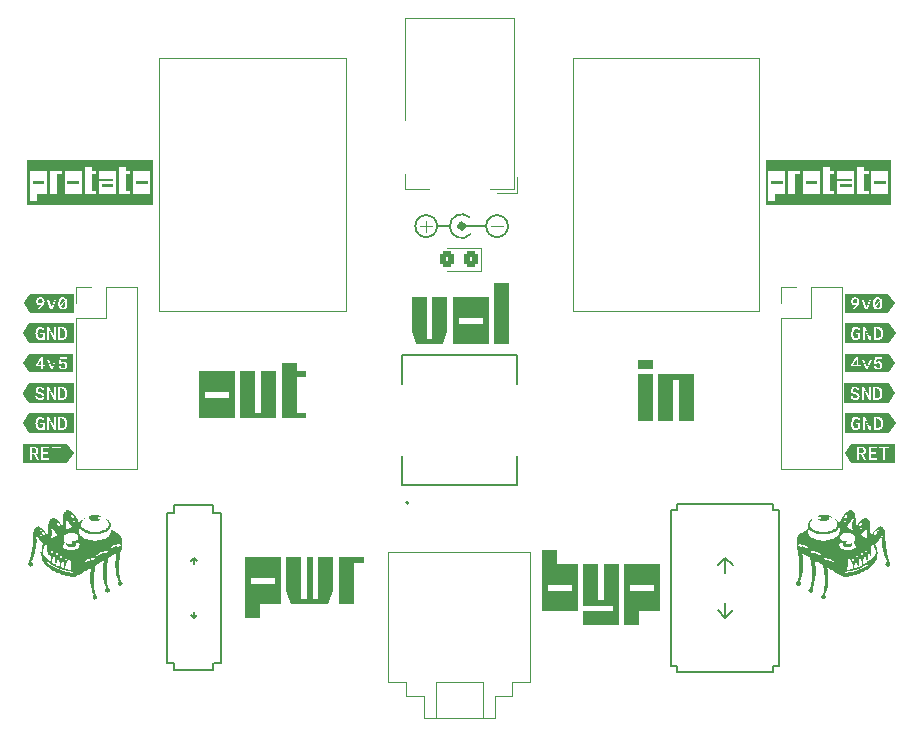
<source format=gbr>
%TF.GenerationSoftware,KiCad,Pcbnew,(6.0.9-0)*%
%TF.CreationDate,2024-05-22T19:49:43+02:00*%
%TF.ProjectId,io-board,696f2d62-6f61-4726-942e-6b696361645f,rev?*%
%TF.SameCoordinates,Original*%
%TF.FileFunction,Legend,Top*%
%TF.FilePolarity,Positive*%
%FSLAX46Y46*%
G04 Gerber Fmt 4.6, Leading zero omitted, Abs format (unit mm)*
G04 Created by KiCad (PCBNEW (6.0.9-0)) date 2024-05-22 19:49:43*
%MOMM*%
%LPD*%
G01*
G04 APERTURE LIST*
G04 Aperture macros list*
%AMRoundRect*
0 Rectangle with rounded corners*
0 $1 Rounding radius*
0 $2 $3 $4 $5 $6 $7 $8 $9 X,Y pos of 4 corners*
0 Add a 4 corners polygon primitive as box body*
4,1,4,$2,$3,$4,$5,$6,$7,$8,$9,$2,$3,0*
0 Add four circle primitives for the rounded corners*
1,1,$1+$1,$2,$3*
1,1,$1+$1,$4,$5*
1,1,$1+$1,$6,$7*
1,1,$1+$1,$8,$9*
0 Add four rect primitives between the rounded corners*
20,1,$1+$1,$2,$3,$4,$5,0*
20,1,$1+$1,$4,$5,$6,$7,0*
20,1,$1+$1,$6,$7,$8,$9,0*
20,1,$1+$1,$8,$9,$2,$3,0*%
G04 Aperture macros list end*
%ADD10C,0.120000*%
%ADD11C,0.127000*%
%ADD12C,0.152400*%
%ADD13C,0.150000*%
%ADD14C,0.500000*%
%ADD15C,0.200000*%
%ADD16R,3.416000X3.416000*%
%ADD17O,3.416000X3.416000*%
%ADD18C,3.200000*%
%ADD19C,0.800000*%
%ADD20C,6.400000*%
%ADD21RoundRect,0.250000X0.325000X0.450000X-0.325000X0.450000X-0.325000X-0.450000X0.325000X-0.450000X0*%
%ADD22O,1.200000X2.200000*%
%ADD23O,2.200000X1.200000*%
%ADD24R,1.700000X1.700000*%
%ADD25O,1.700000X1.700000*%
%ADD26R,4.600000X2.000000*%
%ADD27O,4.200000X2.000000*%
%ADD28O,2.000000X4.200000*%
%ADD29O,2.700000X5.400000*%
%ADD30R,1.800000X1.800000*%
%ADD31C,1.800000*%
G04 APERTURE END LIST*
D10*
X94200000Y-74175000D02*
X95200000Y-74175000D01*
X100200000Y-74175000D02*
X101200000Y-74175000D01*
X94700000Y-73700000D02*
X94700000Y-74700000D01*
X94700000Y-74175000D02*
X94700000Y-73700000D01*
%TO.C,kibuzzard-65D7717A*%
G36*
X79359687Y-102220312D02*
G01*
X82375938Y-102220312D01*
X82375938Y-106189062D01*
X80629688Y-106189062D01*
X80629688Y-107379688D01*
X79359687Y-107379688D01*
X79359687Y-104442812D01*
X79835937Y-104442812D01*
X81899688Y-104442812D01*
X81899688Y-103966562D01*
X79835937Y-103966562D01*
X79835937Y-104442812D01*
X79359687Y-104442812D01*
X79359687Y-102220312D01*
G37*
G36*
X89440313Y-102696562D02*
G01*
X88567188Y-102696562D01*
X88567188Y-106189062D01*
X87297188Y-106189062D01*
X87297188Y-102220312D01*
X89440313Y-102220312D01*
X89440313Y-102696562D01*
G37*
G36*
X84122188Y-105712812D02*
G01*
X84598438Y-105712812D01*
X84598438Y-102220312D01*
X85074687Y-102220312D01*
X85074687Y-105712812D01*
X85550938Y-105712812D01*
X85550938Y-102220312D01*
X86820938Y-102220312D01*
X86820938Y-105077812D01*
X86424063Y-106189062D01*
X83249063Y-106189062D01*
X82852187Y-105077812D01*
X82852187Y-102220312D01*
X84122188Y-102220312D01*
X84122188Y-105712812D01*
G37*
D11*
%TO.C,SW2*%
X75000000Y-102768000D02*
X75000000Y-102260000D01*
X75000000Y-102260000D02*
X74746000Y-102514000D01*
D12*
X76651000Y-97815000D02*
X76651000Y-98450000D01*
X72714000Y-98450000D02*
X73349000Y-98450000D01*
D11*
X75000000Y-107340000D02*
X75254000Y-107086000D01*
D12*
X77286000Y-111150000D02*
X76651000Y-111150000D01*
X77286000Y-98450000D02*
X77286000Y-111150000D01*
X76651000Y-111150000D02*
X76651000Y-111785000D01*
X73349000Y-98450000D02*
X73349000Y-97815000D01*
X73349000Y-97815000D02*
X76651000Y-97815000D01*
X76651000Y-111785000D02*
X73349000Y-111785000D01*
X73349000Y-111150000D02*
X72714000Y-111150000D01*
X72714000Y-111150000D02*
X72714000Y-98450000D01*
X73349000Y-111785000D02*
X73349000Y-111150000D01*
D11*
X75000000Y-106832000D02*
X75000000Y-107340000D01*
X75000000Y-102260000D02*
X75254000Y-102514000D01*
D12*
X76651000Y-98450000D02*
X77286000Y-98450000D01*
D11*
X75000000Y-107340000D02*
X74746000Y-107086000D01*
%TO.C,kibuzzard-65D77824*%
G36*
X124882850Y-70614300D02*
G01*
X123892250Y-70614300D01*
X123892250Y-70385700D01*
X124882850Y-70385700D01*
X124882850Y-70614300D01*
G37*
G36*
X126368750Y-68595000D02*
G01*
X128273750Y-68595000D01*
X128273750Y-72405000D01*
X126368750Y-72405000D01*
X126368750Y-71452500D01*
X126597350Y-71452500D01*
X128045150Y-71452500D01*
X128045150Y-69547500D01*
X126597350Y-69547500D01*
X126597350Y-71452500D01*
X126368750Y-71452500D01*
X126368750Y-68595000D01*
G37*
G36*
X129264350Y-68595000D02*
G01*
X131169350Y-68595000D01*
X131169350Y-72405000D01*
X129264350Y-72405000D01*
X129264350Y-71452500D01*
X129492950Y-71452500D01*
X130940750Y-71452500D01*
X130940750Y-69547500D01*
X129492950Y-69547500D01*
X129492950Y-70157100D01*
X130712150Y-70157100D01*
X130712150Y-70385700D01*
X129492950Y-70385700D01*
X129492950Y-71452500D01*
X129264350Y-71452500D01*
X129264350Y-68595000D01*
G37*
G36*
X127816550Y-70614300D02*
G01*
X126825950Y-70614300D01*
X126825950Y-70385700D01*
X127816550Y-70385700D01*
X127816550Y-70614300D01*
G37*
G36*
X128045150Y-68595000D02*
G01*
X129492950Y-68595000D01*
X129492950Y-72405000D01*
X128045150Y-72405000D01*
X128045150Y-71452500D01*
X128273750Y-71452500D01*
X129264350Y-71452500D01*
X129264350Y-71223900D01*
X128883350Y-71223900D01*
X128883350Y-69776100D01*
X129264350Y-69776100D01*
X129264350Y-69547500D01*
X128883350Y-69547500D01*
X128883350Y-69204600D01*
X128273750Y-69204600D01*
X128273750Y-71452500D01*
X128045150Y-71452500D01*
X128045150Y-68595000D01*
G37*
G36*
X133607750Y-70614300D02*
G01*
X132617150Y-70614300D01*
X132617150Y-70385700D01*
X133607750Y-70385700D01*
X133607750Y-70614300D01*
G37*
G36*
X123435050Y-68595000D02*
G01*
X125340050Y-68595000D01*
X125340050Y-72405000D01*
X123435050Y-72405000D01*
X123435050Y-72024000D01*
X123663650Y-72024000D01*
X124273250Y-72024000D01*
X124273250Y-71452500D01*
X125111450Y-71452500D01*
X125111450Y-69547500D01*
X123663650Y-69547500D01*
X123663650Y-72024000D01*
X123435050Y-72024000D01*
X123435050Y-68595000D01*
G37*
G36*
X125111450Y-68595000D02*
G01*
X126597350Y-68595000D01*
X126597350Y-72405000D01*
X125111450Y-72405000D01*
X125111450Y-71452500D01*
X125340050Y-71452500D01*
X125949650Y-71452500D01*
X125949650Y-69776100D01*
X126368750Y-69776100D01*
X126368750Y-69547500D01*
X125340050Y-69547500D01*
X125340050Y-71452500D01*
X125111450Y-71452500D01*
X125111450Y-68595000D01*
G37*
G36*
X130940750Y-68595000D02*
G01*
X132388550Y-68595000D01*
X132388550Y-72405000D01*
X130940750Y-72405000D01*
X130940750Y-71452500D01*
X131169350Y-71452500D01*
X132159950Y-71452500D01*
X132159950Y-71223900D01*
X131778950Y-71223900D01*
X131778950Y-69776100D01*
X132159950Y-69776100D01*
X132159950Y-69547500D01*
X131778950Y-69547500D01*
X131778950Y-69204600D01*
X131169350Y-69204600D01*
X131169350Y-71452500D01*
X130940750Y-71452500D01*
X130940750Y-68595000D01*
G37*
G36*
X130712150Y-70842900D02*
G01*
X129721550Y-70842900D01*
X129721550Y-70614300D01*
X130712150Y-70614300D01*
X130712150Y-70842900D01*
G37*
G36*
X132159950Y-68595000D02*
G01*
X134064950Y-68595000D01*
X134064950Y-72405000D01*
X132159950Y-72405000D01*
X132159950Y-71452500D01*
X132388550Y-71452500D01*
X133836350Y-71452500D01*
X133836350Y-69547500D01*
X132388550Y-69547500D01*
X132388550Y-71452500D01*
X132159950Y-71452500D01*
X132159950Y-68595000D01*
G37*
D12*
%TO.C,SW1*%
X115428000Y-98196000D02*
X115936000Y-98196000D01*
D11*
X120000000Y-102260000D02*
X119365000Y-102895000D01*
D12*
X115936000Y-111912000D02*
X115936000Y-111404000D01*
X115936000Y-97688000D02*
X124064000Y-97688000D01*
X124064000Y-111404000D02*
X124064000Y-111912000D01*
D11*
X120000000Y-107340000D02*
X119365000Y-106705000D01*
D12*
X124572000Y-111404000D02*
X124064000Y-111404000D01*
X124572000Y-98196000D02*
X124572000Y-111404000D01*
X124064000Y-111912000D02*
X115936000Y-111912000D01*
X124064000Y-97688000D02*
X124064000Y-98196000D01*
D11*
X120000000Y-106070000D02*
X120000000Y-107340000D01*
D12*
X115936000Y-98196000D02*
X115936000Y-97688000D01*
X115936000Y-111404000D02*
X115428000Y-111404000D01*
D11*
X120000000Y-103530000D02*
X120000000Y-102260000D01*
D12*
X115428000Y-111404000D02*
X115428000Y-98196000D01*
D11*
X120000000Y-102260000D02*
X120635000Y-102895000D01*
D12*
X124064000Y-98196000D02*
X124572000Y-98196000D01*
D11*
X120000000Y-107340000D02*
X120635000Y-106705000D01*
%TO.C,kibuzzard-65D621F1*%
G36*
X60531551Y-83241000D02*
G01*
X61088940Y-82404917D01*
X64842849Y-82404917D01*
X64842849Y-84077083D01*
X61088940Y-84077083D01*
X60544251Y-83260050D01*
X61618107Y-83260050D01*
X61624308Y-83385016D01*
X61642912Y-83494802D01*
X61673917Y-83589407D01*
X61717326Y-83668831D01*
X61792732Y-83748647D01*
X61886659Y-83796537D01*
X61999107Y-83812500D01*
X62087809Y-83803372D01*
X62157063Y-83775988D01*
X62235644Y-83701375D01*
X62246757Y-83701375D01*
X62265807Y-83796625D01*
X62394394Y-83796625D01*
X62603944Y-83796625D01*
X62759519Y-83796625D01*
X62759519Y-83002875D01*
X62770632Y-83002875D01*
X63165919Y-83796625D01*
X63334194Y-83796625D01*
X63556444Y-83796625D01*
X63837432Y-83796625D01*
X63947118Y-83787249D01*
X64042815Y-83759120D01*
X64124521Y-83712239D01*
X64192238Y-83646606D01*
X64245370Y-83564800D01*
X64283321Y-83469402D01*
X64306092Y-83360410D01*
X64313682Y-83237825D01*
X64306042Y-83116729D01*
X64283123Y-83009027D01*
X64244923Y-82914719D01*
X64191444Y-82833806D01*
X64123480Y-82768868D01*
X64041823Y-82722483D01*
X63946473Y-82694652D01*
X63837432Y-82685375D01*
X63556444Y-82685375D01*
X63556444Y-83796625D01*
X63334194Y-83796625D01*
X63334194Y-82685375D01*
X63178619Y-82685375D01*
X63178619Y-83480713D01*
X63167507Y-83480713D01*
X62772219Y-82685375D01*
X62603944Y-82685375D01*
X62603944Y-83796625D01*
X62394394Y-83796625D01*
X62394394Y-83209250D01*
X62021332Y-83209250D01*
X62021332Y-83342600D01*
X62232469Y-83342600D01*
X62232469Y-83431500D01*
X62218777Y-83531116D01*
X62177701Y-83604538D01*
X62113209Y-83649781D01*
X62029269Y-83664863D01*
X61942973Y-83648670D01*
X61875853Y-83600093D01*
X61827911Y-83519130D01*
X61799145Y-83405782D01*
X61789557Y-83260050D01*
X61796613Y-83129434D01*
X61817779Y-83021219D01*
X61853057Y-82935406D01*
X61929257Y-82851467D01*
X62030857Y-82823488D01*
X62113760Y-82844125D01*
X62174085Y-82906037D01*
X62211832Y-83009225D01*
X62386457Y-83009225D01*
X62365467Y-82910183D01*
X62327896Y-82826839D01*
X62273744Y-82759194D01*
X62205129Y-82709364D01*
X62124167Y-82679466D01*
X62030857Y-82669500D01*
X61911089Y-82686874D01*
X61810018Y-82738997D01*
X61727644Y-82825869D01*
X61679722Y-82911643D01*
X61645491Y-83012598D01*
X61624953Y-83128734D01*
X61618107Y-83260050D01*
X60544251Y-83260050D01*
X60531551Y-83241000D01*
G37*
G36*
X63924436Y-82847344D02*
G01*
X64003414Y-82880814D01*
X64064841Y-82936597D01*
X64108718Y-83014693D01*
X64135044Y-83115102D01*
X64143819Y-83237825D01*
X64134912Y-83360503D01*
X64108189Y-83461839D01*
X64063651Y-83541831D01*
X64001826Y-83599599D01*
X63923245Y-83634259D01*
X63827907Y-83645812D01*
X63723132Y-83645812D01*
X63723132Y-82836188D01*
X63827907Y-82836188D01*
X63924436Y-82847344D01*
G37*
%TO.C,G\u002A\u002A\u002A*%
G36*
X128931145Y-103235841D02*
G01*
X128858729Y-103194642D01*
X128796069Y-103159276D01*
X128744685Y-103130603D01*
X128706098Y-103109479D01*
X128681827Y-103096763D01*
X128673416Y-103093249D01*
X128673014Y-103104464D01*
X128675507Y-103131545D01*
X128680450Y-103170639D01*
X128687400Y-103217894D01*
X128688780Y-103226650D01*
X128715875Y-103418008D01*
X128734883Y-103603435D01*
X128746898Y-103794141D01*
X128748867Y-103842054D01*
X128751817Y-104095694D01*
X128741257Y-104334966D01*
X128717200Y-104559794D01*
X128679660Y-104770098D01*
X128628648Y-104965802D01*
X128564180Y-105146826D01*
X128506364Y-105274197D01*
X128443238Y-105400212D01*
X128486633Y-105427606D01*
X128528063Y-105462168D01*
X128550680Y-105502361D01*
X128555242Y-105549704D01*
X128553789Y-105561946D01*
X128541541Y-105607240D01*
X128519983Y-105657287D01*
X128493586Y-105702344D01*
X128482855Y-105716568D01*
X128458441Y-105740208D01*
X128427130Y-105763017D01*
X128395487Y-105780868D01*
X128370078Y-105789635D01*
X128366104Y-105789936D01*
X128349076Y-105785078D01*
X128319485Y-105771991D01*
X128281868Y-105752816D01*
X128250240Y-105735223D01*
X128206763Y-105709407D01*
X128177587Y-105689721D01*
X128159204Y-105673192D01*
X128148106Y-105656849D01*
X128142920Y-105644295D01*
X128135710Y-105594418D01*
X128145032Y-105539658D01*
X128169248Y-105483494D01*
X128206720Y-105429401D01*
X128255811Y-105380856D01*
X128273396Y-105367286D01*
X128284723Y-105350416D01*
X128298086Y-105316075D01*
X128312976Y-105266629D01*
X128328884Y-105204443D01*
X128345298Y-105131884D01*
X128361711Y-105051318D01*
X128377611Y-104965110D01*
X128392489Y-104875626D01*
X128405834Y-104785233D01*
X128416121Y-104705000D01*
X128420320Y-104660833D01*
X128424522Y-104601098D01*
X128428495Y-104530223D01*
X128432008Y-104452638D01*
X128434830Y-104372772D01*
X128436224Y-104320000D01*
X128437645Y-104154955D01*
X128434074Y-103995476D01*
X128425166Y-103835467D01*
X128410582Y-103668834D01*
X128389979Y-103489483D01*
X128389411Y-103485000D01*
X128381799Y-103427669D01*
X128372509Y-103361938D01*
X128362012Y-103290738D01*
X128350779Y-103217005D01*
X128339281Y-103143670D01*
X128327987Y-103073669D01*
X128317369Y-103009933D01*
X128307898Y-102955398D01*
X128300043Y-102912995D01*
X128294276Y-102885660D01*
X128291977Y-102877621D01*
X128282283Y-102869196D01*
X128257777Y-102852511D01*
X128220663Y-102828853D01*
X128173146Y-102799509D01*
X128117430Y-102765764D01*
X128055721Y-102728905D01*
X127990222Y-102690218D01*
X127923139Y-102650989D01*
X127856677Y-102612505D01*
X127793039Y-102576051D01*
X127734430Y-102542915D01*
X127683056Y-102514382D01*
X127641121Y-102491738D01*
X127610829Y-102476270D01*
X127594385Y-102469263D01*
X127592061Y-102469278D01*
X127592532Y-102481836D01*
X127595959Y-102509989D01*
X127601782Y-102549645D01*
X127609440Y-102596711D01*
X127609941Y-102599655D01*
X127631932Y-102745591D01*
X127650122Y-102901298D01*
X127664274Y-103062365D01*
X127674155Y-103224377D01*
X127679529Y-103382922D01*
X127680161Y-103533587D01*
X127675816Y-103671958D01*
X127670910Y-103745000D01*
X127646515Y-103964443D01*
X127610955Y-104168049D01*
X127564003Y-104356721D01*
X127505432Y-104531367D01*
X127435014Y-104692892D01*
X127430407Y-104702185D01*
X127371909Y-104819371D01*
X127414611Y-104846387D01*
X127450653Y-104872745D01*
X127471328Y-104899111D01*
X127480279Y-104931711D01*
X127481526Y-104960783D01*
X127472346Y-105018377D01*
X127447696Y-105077324D01*
X127410633Y-105131451D01*
X127383036Y-105159639D01*
X127351952Y-105184600D01*
X127324457Y-105199126D01*
X127296585Y-105202995D01*
X127264371Y-105195983D01*
X127223847Y-105177868D01*
X127171049Y-105148427D01*
X127169755Y-105147671D01*
X127126561Y-105121427D01*
X127097921Y-105101102D01*
X127080428Y-105083818D01*
X127070674Y-105066695D01*
X127069246Y-105062717D01*
X127063649Y-105017355D01*
X127072020Y-104965144D01*
X127092238Y-104911121D01*
X127122187Y-104860323D01*
X127159748Y-104817785D01*
X127178664Y-104802612D01*
X127195014Y-104790392D01*
X127207145Y-104777962D01*
X127216828Y-104761456D01*
X127225835Y-104737010D01*
X127235937Y-104700757D01*
X127248621Y-104650000D01*
X127297060Y-104426570D01*
X127332861Y-104200851D01*
X127356094Y-103970730D01*
X127366832Y-103734098D01*
X127365145Y-103488844D01*
X127351105Y-103232857D01*
X127324784Y-102964027D01*
X127309659Y-102843595D01*
X127299993Y-102774367D01*
X127288862Y-102700038D01*
X127276738Y-102623265D01*
X127264093Y-102546708D01*
X127251398Y-102473025D01*
X127239126Y-102404874D01*
X127234364Y-102379782D01*
X128278792Y-102379782D01*
X128323146Y-102373703D01*
X128380323Y-102374698D01*
X128431130Y-102394366D01*
X128475818Y-102432873D01*
X128514639Y-102490387D01*
X128522662Y-102506110D01*
X128537034Y-102531623D01*
X128549745Y-102547426D01*
X128554492Y-102549947D01*
X128563303Y-102541230D01*
X128574135Y-102519051D01*
X128580000Y-102502643D01*
X128590345Y-102475493D01*
X128603993Y-102456121D01*
X128626236Y-102438802D01*
X128654264Y-102422303D01*
X128693523Y-102402561D01*
X128719408Y-102395546D01*
X128734089Y-102401403D01*
X128739740Y-102420277D01*
X128740000Y-102428025D01*
X128740410Y-102436189D01*
X128742934Y-102443489D01*
X128749512Y-102450843D01*
X128762083Y-102459166D01*
X128782589Y-102469372D01*
X128812967Y-102482377D01*
X128855160Y-102499097D01*
X128911105Y-102520446D01*
X128982745Y-102547340D01*
X129031448Y-102565540D01*
X129119903Y-102598872D01*
X129191263Y-102626470D01*
X129247341Y-102649118D01*
X129289950Y-102667599D01*
X129320904Y-102682694D01*
X129342016Y-102695186D01*
X129353948Y-102704701D01*
X129377143Y-102725958D01*
X129387888Y-102732104D01*
X129386660Y-102723288D01*
X129381728Y-102713356D01*
X129367607Y-102693283D01*
X129344934Y-102671500D01*
X129311011Y-102645851D01*
X129263141Y-102614181D01*
X129237504Y-102598118D01*
X129188772Y-102565956D01*
X129154121Y-102537849D01*
X129129212Y-102510054D01*
X129120166Y-102496872D01*
X129073782Y-102441549D01*
X129013757Y-102397354D01*
X128944392Y-102366584D01*
X128869989Y-102351536D01*
X128845784Y-102350415D01*
X128794730Y-102345076D01*
X128735459Y-102329177D01*
X128665363Y-102301890D01*
X128605536Y-102274147D01*
X128541573Y-102253421D01*
X128475765Y-102250904D01*
X128411930Y-102265622D01*
X128353889Y-102296604D01*
X128305460Y-102342876D01*
X128298317Y-102352391D01*
X128278792Y-102379782D01*
X127234364Y-102379782D01*
X127227747Y-102344914D01*
X127217734Y-102295803D01*
X127209558Y-102260201D01*
X127203692Y-102240764D01*
X127202237Y-102238237D01*
X127191073Y-102230571D01*
X127165229Y-102214585D01*
X127126967Y-102191588D01*
X127078547Y-102162887D01*
X127022231Y-102129789D01*
X126960278Y-102093604D01*
X126894951Y-102055637D01*
X126828509Y-102017198D01*
X126763215Y-101979593D01*
X126701327Y-101944130D01*
X126645109Y-101912117D01*
X126596819Y-101884862D01*
X126558720Y-101863672D01*
X126533071Y-101849855D01*
X126522135Y-101844718D01*
X126521921Y-101844745D01*
X126522047Y-101855460D01*
X126525380Y-101881039D01*
X126531259Y-101916723D01*
X126533960Y-101931605D01*
X126562676Y-102100010D01*
X126584705Y-102262411D01*
X126600696Y-102425318D01*
X126611296Y-102595239D01*
X126616878Y-102765000D01*
X126617641Y-102965994D01*
X126610908Y-103151214D01*
X126596315Y-103323572D01*
X126573495Y-103485980D01*
X126542084Y-103641350D01*
X126501716Y-103792593D01*
X126478912Y-103865000D01*
X126460829Y-103914957D01*
X126436263Y-103976219D01*
X126407670Y-104043231D01*
X126377507Y-104110438D01*
X126348233Y-104172286D01*
X126322304Y-104223222D01*
X126313016Y-104240000D01*
X126318704Y-104248033D01*
X126336398Y-104262532D01*
X126346949Y-104270000D01*
X126383665Y-104297133D01*
X126405811Y-104320675D01*
X126416783Y-104345818D01*
X126419977Y-104377756D01*
X126419999Y-104381683D01*
X126412914Y-104437907D01*
X126393431Y-104492835D01*
X126364211Y-104542946D01*
X126327914Y-104584718D01*
X126287200Y-104614632D01*
X126244730Y-104629164D01*
X126232381Y-104630000D01*
X126208414Y-104624627D01*
X126171927Y-104609646D01*
X126126894Y-104586762D01*
X126111162Y-104577954D01*
X126068023Y-104552369D01*
X126039380Y-104532664D01*
X126021763Y-104515935D01*
X126011698Y-104499281D01*
X126009256Y-104492747D01*
X126003272Y-104445877D01*
X126011755Y-104392342D01*
X126032881Y-104337078D01*
X126064827Y-104285023D01*
X126100464Y-104245769D01*
X126123696Y-104225681D01*
X126141479Y-104211902D01*
X126146633Y-104208805D01*
X126154404Y-104196888D01*
X126164844Y-104167950D01*
X126177325Y-104124696D01*
X126191222Y-104069834D01*
X126205911Y-104006068D01*
X126220765Y-103936104D01*
X126235159Y-103862649D01*
X126248467Y-103788408D01*
X126259192Y-103721885D01*
X126273206Y-103624595D01*
X126284149Y-103536375D01*
X126292343Y-103452441D01*
X126298110Y-103368013D01*
X126301771Y-103278306D01*
X126303648Y-103178540D01*
X126304063Y-103063930D01*
X126304045Y-103055000D01*
X126303084Y-102942691D01*
X126300548Y-102837393D01*
X126296144Y-102736094D01*
X126289579Y-102635782D01*
X126280561Y-102533447D01*
X126268798Y-102426077D01*
X126253995Y-102310662D01*
X126235861Y-102184189D01*
X126214104Y-102043649D01*
X126193221Y-101915000D01*
X126173702Y-101796654D01*
X127209891Y-101796654D01*
X127263310Y-101792224D01*
X127314651Y-101793833D01*
X127357674Y-101809202D01*
X127394966Y-101840122D01*
X127429113Y-101888384D01*
X127445061Y-101918063D01*
X127464321Y-101951128D01*
X127479614Y-101964821D01*
X127491459Y-101959264D01*
X127500371Y-101934577D01*
X127501113Y-101931099D01*
X127515923Y-101895162D01*
X127541598Y-101863856D01*
X127571960Y-101844563D01*
X127574081Y-101843859D01*
X127597335Y-101833403D01*
X127621981Y-101818376D01*
X127640778Y-101806133D01*
X127650549Y-101805701D01*
X127658500Y-101817204D01*
X127659481Y-101819030D01*
X127668219Y-101843474D01*
X127670000Y-101856923D01*
X127673224Y-101863414D01*
X127684045Y-101871675D01*
X127704179Y-101882458D01*
X127735344Y-101896515D01*
X127779259Y-101914595D01*
X127837643Y-101937452D01*
X127912212Y-101965837D01*
X127960645Y-101984038D01*
X128046608Y-102016475D01*
X128115713Y-102043150D01*
X128169968Y-102064940D01*
X128211380Y-102082724D01*
X128241955Y-102097378D01*
X128263703Y-102109782D01*
X128278629Y-102120812D01*
X128283145Y-102125040D01*
X128304639Y-102146586D01*
X128315565Y-102156441D01*
X128319495Y-102157060D01*
X128320000Y-102150895D01*
X128320000Y-102150347D01*
X128311636Y-102131375D01*
X128305384Y-102124416D01*
X131102823Y-102124416D01*
X131105599Y-102133554D01*
X131114418Y-102157094D01*
X131127646Y-102190969D01*
X131143652Y-102231113D01*
X131160802Y-102273458D01*
X131177465Y-102313938D01*
X131192007Y-102348486D01*
X131201413Y-102370000D01*
X131212705Y-102395000D01*
X131230983Y-102355000D01*
X131244390Y-102319919D01*
X131256525Y-102278927D01*
X131260025Y-102264011D01*
X131264692Y-102229829D01*
X131267571Y-102184104D01*
X131268195Y-102135252D01*
X131267895Y-102121903D01*
X131265000Y-102030784D01*
X131185000Y-102076798D01*
X131149843Y-102097055D01*
X131122053Y-102113135D01*
X131105590Y-102122742D01*
X131102823Y-102124416D01*
X128305384Y-102124416D01*
X128288457Y-102105573D01*
X128253333Y-102075459D01*
X128209133Y-102043545D01*
X128170050Y-102018931D01*
X128123535Y-101989922D01*
X128090760Y-101965351D01*
X128067235Y-101941434D01*
X128051074Y-101918658D01*
X128049910Y-101917237D01*
X131484005Y-101917237D01*
X131484219Y-101920000D01*
X131492052Y-101942347D01*
X131504951Y-101975360D01*
X131521169Y-102014971D01*
X131538960Y-102057108D01*
X131556578Y-102097703D01*
X131572277Y-102132684D01*
X131584311Y-102157984D01*
X131590933Y-102169530D01*
X131591414Y-102169834D01*
X131598759Y-102161587D01*
X131609351Y-102140767D01*
X131613002Y-102132076D01*
X131634310Y-102060129D01*
X131646308Y-101977035D01*
X131648123Y-101893869D01*
X131645000Y-101812738D01*
X131562349Y-101858869D01*
X131519009Y-101884609D01*
X131493237Y-101903797D01*
X131484005Y-101917237D01*
X128049910Y-101917237D01*
X128004223Y-101861463D01*
X127944060Y-101816214D01*
X127874789Y-101785214D01*
X127800620Y-101770766D01*
X127779409Y-101770000D01*
X127723736Y-101763714D01*
X127657895Y-101745896D01*
X127586836Y-101718107D01*
X127536350Y-101693402D01*
X127475381Y-101671523D01*
X127411523Y-101667133D01*
X127348867Y-101679208D01*
X127291504Y-101706721D01*
X127243524Y-101748648D01*
X127226689Y-101771018D01*
X127209891Y-101796654D01*
X126173702Y-101796654D01*
X126147039Y-101635000D01*
X126111019Y-101597025D01*
X126075000Y-101559051D01*
X126072880Y-101217833D01*
X126149993Y-101217833D01*
X126158954Y-101221275D01*
X126181903Y-101222282D01*
X126200508Y-101221500D01*
X126253563Y-101223772D01*
X126297828Y-101239869D01*
X126335923Y-101271586D01*
X126370470Y-101320722D01*
X126385092Y-101348063D01*
X126404474Y-101381232D01*
X126419934Y-101394960D01*
X126431814Y-101389347D01*
X126440456Y-101364494D01*
X126440506Y-101364252D01*
X126454498Y-101321403D01*
X126477281Y-101293417D01*
X126502117Y-101279546D01*
X126533007Y-101264463D01*
X126559664Y-101247532D01*
X126577536Y-101235342D01*
X126587859Y-101235623D01*
X126597164Y-101246269D01*
X126607998Y-101270426D01*
X126610135Y-101284411D01*
X126612273Y-101291268D01*
X126619894Y-101298859D01*
X126634943Y-101308056D01*
X126659368Y-101319729D01*
X126695113Y-101334749D01*
X126744124Y-101353987D01*
X126808346Y-101378313D01*
X126877635Y-101404117D01*
X126966162Y-101437039D01*
X127037857Y-101464028D01*
X127094693Y-101485964D01*
X127138642Y-101503729D01*
X127171677Y-101518204D01*
X127195770Y-101530269D01*
X127212893Y-101540805D01*
X127225017Y-101550693D01*
X127234117Y-101560815D01*
X127236990Y-101564628D01*
X127251744Y-101583903D01*
X127258397Y-101588656D01*
X127259997Y-101580967D01*
X127260000Y-101580347D01*
X127251630Y-101561426D01*
X127228328Y-101535467D01*
X127192801Y-101504855D01*
X127147760Y-101471971D01*
X127107367Y-101446038D01*
X127059001Y-101415109D01*
X127025317Y-101389350D01*
X127002736Y-101365776D01*
X126992197Y-101350003D01*
X126951496Y-101297489D01*
X126896246Y-101253693D01*
X126830877Y-101221025D01*
X126759819Y-101201893D01*
X126712446Y-101197856D01*
X126659311Y-101191466D01*
X126594928Y-101172828D01*
X126517890Y-101141481D01*
X126470000Y-101118847D01*
X126413686Y-101100464D01*
X126352595Y-101095975D01*
X126294043Y-101105412D01*
X126262765Y-101117984D01*
X126236040Y-101134705D01*
X126206773Y-101157053D01*
X126179602Y-101180921D01*
X126159164Y-101202203D01*
X126150097Y-101216793D01*
X126149993Y-101217833D01*
X126072880Y-101217833D01*
X126072160Y-101102025D01*
X126072087Y-101083978D01*
X129622687Y-101083978D01*
X129626003Y-101093173D01*
X129636269Y-101117437D01*
X129652083Y-101153667D01*
X129672047Y-101198757D01*
X129694762Y-101249604D01*
X129718827Y-101303103D01*
X129742845Y-101356149D01*
X129765414Y-101405638D01*
X129785136Y-101448466D01*
X129800611Y-101481528D01*
X129810439Y-101501719D01*
X129813140Y-101506474D01*
X129823133Y-101508398D01*
X129850608Y-101512955D01*
X129893272Y-101519783D01*
X129948834Y-101528523D01*
X130015000Y-101538811D01*
X130089479Y-101550288D01*
X130150068Y-101559557D01*
X130230987Y-101571924D01*
X130306798Y-101583556D01*
X130374924Y-101594054D01*
X130432787Y-101603020D01*
X130477810Y-101610054D01*
X130507414Y-101614758D01*
X130517500Y-101616435D01*
X130540142Y-101623115D01*
X130548883Y-101636314D01*
X130550000Y-101651846D01*
X130550000Y-101681467D01*
X130550608Y-101681120D01*
X131871786Y-101681120D01*
X131909958Y-101773060D01*
X131928349Y-101817392D01*
X131945687Y-101859247D01*
X131959316Y-101892208D01*
X131963855Y-101903219D01*
X131975645Y-101925422D01*
X131986500Y-101935606D01*
X131989519Y-101935297D01*
X131997305Y-101923217D01*
X132008147Y-101897469D01*
X132019648Y-101863782D01*
X132027256Y-101831580D01*
X132033892Y-101789750D01*
X132039221Y-101742934D01*
X132042907Y-101695776D01*
X132044614Y-101652917D01*
X132044007Y-101619001D01*
X132040749Y-101598670D01*
X132039037Y-101595735D01*
X132028336Y-101597715D01*
X132004573Y-101607995D01*
X131971887Y-101624679D01*
X131952430Y-101635430D01*
X131871786Y-101681120D01*
X130550608Y-101681120D01*
X130607500Y-101648651D01*
X130632712Y-101634196D01*
X130671943Y-101611623D01*
X130721900Y-101582830D01*
X130779290Y-101549715D01*
X130840820Y-101514178D01*
X130875000Y-101494422D01*
X130941920Y-101455498D01*
X130993349Y-101424910D01*
X131031279Y-101401281D01*
X131057702Y-101383234D01*
X131074608Y-101369392D01*
X131083991Y-101358377D01*
X131087841Y-101348813D01*
X131088110Y-101347059D01*
X131084829Y-101327958D01*
X131072802Y-101292317D01*
X131052503Y-101241345D01*
X131024406Y-101176250D01*
X130998800Y-101119541D01*
X130968096Y-101052000D01*
X130945278Y-101000219D01*
X130929520Y-100961954D01*
X130919997Y-100934962D01*
X130915880Y-100916999D01*
X130916345Y-100905823D01*
X130918446Y-100901487D01*
X130929298Y-100883826D01*
X130944907Y-100855175D01*
X130957756Y-100830000D01*
X130968000Y-100808420D01*
X130975293Y-100789047D01*
X130980134Y-100767928D01*
X130983024Y-100741112D01*
X130984463Y-100704648D01*
X130984953Y-100654585D01*
X130985000Y-100615000D01*
X130984778Y-100553667D01*
X130983817Y-100508358D01*
X130981671Y-100475100D01*
X130977896Y-100449918D01*
X130972046Y-100428838D01*
X130963677Y-100407887D01*
X130961182Y-100402298D01*
X130924838Y-100344172D01*
X130890462Y-100309645D01*
X131501842Y-100309645D01*
X131502864Y-100311471D01*
X131514260Y-100318016D01*
X131540770Y-100333294D01*
X131580187Y-100356032D01*
X131630307Y-100384958D01*
X131688924Y-100418799D01*
X131753835Y-100456282D01*
X131784397Y-100473934D01*
X131850846Y-100512153D01*
X131911550Y-100546756D01*
X131964403Y-100576567D01*
X132007297Y-100600411D01*
X132038126Y-100617109D01*
X132054782Y-100625487D01*
X132057123Y-100626209D01*
X132057145Y-100615560D01*
X132054537Y-100589524D01*
X132049787Y-100552468D01*
X132045693Y-100523940D01*
X132041613Y-100495000D01*
X132520826Y-100495000D01*
X132525155Y-100509460D01*
X132536790Y-100532293D01*
X132539656Y-100537115D01*
X132569076Y-100568096D01*
X132608656Y-100582625D01*
X132657029Y-100580593D01*
X132712829Y-100561891D01*
X132731952Y-100552409D01*
X132791986Y-100513538D01*
X132847825Y-100464293D01*
X132898482Y-100407040D01*
X132942973Y-100344143D01*
X132980311Y-100277964D01*
X133009512Y-100210869D01*
X133029588Y-100145220D01*
X133039556Y-100083382D01*
X133038429Y-100027719D01*
X133025221Y-99980595D01*
X132998948Y-99944373D01*
X132988831Y-99936306D01*
X132957465Y-99924095D01*
X132915797Y-99920638D01*
X132871554Y-99926030D01*
X132844544Y-99934545D01*
X132807160Y-99954083D01*
X132763375Y-99982703D01*
X132719980Y-100015426D01*
X132683768Y-100047269D01*
X132668577Y-100063564D01*
X132635524Y-100111133D01*
X132610647Y-100161895D01*
X132594967Y-100211866D01*
X132589507Y-100257065D01*
X132595287Y-100293507D01*
X132605285Y-100310315D01*
X132632460Y-100327537D01*
X132665394Y-100328628D01*
X132701848Y-100315788D01*
X132739582Y-100291215D01*
X132776356Y-100257110D01*
X132809930Y-100215672D01*
X132838066Y-100169101D01*
X132858523Y-100119596D01*
X132869061Y-100069357D01*
X132870000Y-100050339D01*
X132863154Y-100011468D01*
X132841688Y-99985581D01*
X132817440Y-99974175D01*
X132801853Y-99968296D01*
X132804683Y-99963515D01*
X132815000Y-99959223D01*
X132861766Y-99950345D01*
X132905161Y-99960633D01*
X132931380Y-99978320D01*
X132951027Y-99999182D01*
X132961720Y-100022054D01*
X132967072Y-100055268D01*
X132967658Y-100061905D01*
X132964429Y-100134468D01*
X132944250Y-100211373D01*
X132908615Y-100289227D01*
X132859017Y-100364636D01*
X132809061Y-100422181D01*
X132760934Y-100465860D01*
X132711130Y-100501530D01*
X132663737Y-100526750D01*
X132622842Y-100539079D01*
X132612003Y-100539902D01*
X132585165Y-100534988D01*
X132556394Y-100522762D01*
X132533918Y-100507294D01*
X132526692Y-100497710D01*
X132521810Y-100491778D01*
X132520826Y-100495000D01*
X132041613Y-100495000D01*
X132037772Y-100467753D01*
X132029349Y-100402678D01*
X132020825Y-100332409D01*
X132012601Y-100260637D01*
X132005080Y-100191058D01*
X131998665Y-100127363D01*
X131993756Y-100073247D01*
X131990756Y-100032402D01*
X131990000Y-100012226D01*
X131993675Y-99963400D01*
X132005303Y-99908570D01*
X132025783Y-99844695D01*
X132056017Y-99768735D01*
X132074943Y-99725561D01*
X132107235Y-99650922D01*
X132130848Y-99588631D01*
X132147002Y-99533654D01*
X132156916Y-99480960D01*
X132161807Y-99425516D01*
X132162895Y-99362369D01*
X132161254Y-99302270D01*
X132156855Y-99260072D01*
X132149252Y-99233811D01*
X132137999Y-99221521D01*
X132130584Y-99220000D01*
X132126918Y-99229141D01*
X132123955Y-99253129D01*
X132122327Y-99286810D01*
X132122313Y-99287500D01*
X132112616Y-99369929D01*
X132087042Y-99461989D01*
X132046398Y-99562279D01*
X131991490Y-99669397D01*
X131923125Y-99781944D01*
X131842109Y-99898517D01*
X131749247Y-100017716D01*
X131645347Y-100138140D01*
X131611671Y-100174806D01*
X131563687Y-100227397D01*
X131529166Y-100267678D01*
X131508441Y-100295233D01*
X131501842Y-100309645D01*
X130890462Y-100309645D01*
X130871970Y-100291071D01*
X130805945Y-100245976D01*
X130757794Y-100222463D01*
X130622780Y-100176119D01*
X130485559Y-100149027D01*
X130347741Y-100141142D01*
X130210934Y-100152416D01*
X130076745Y-100182805D01*
X129946783Y-100232262D01*
X129917140Y-100246590D01*
X129854730Y-100286627D01*
X129804528Y-100336229D01*
X129767824Y-100392535D01*
X129745908Y-100452683D01*
X129740072Y-100513808D01*
X129751604Y-100573050D01*
X129760564Y-100593985D01*
X129802465Y-100656408D01*
X129861638Y-100712440D01*
X129936086Y-100761050D01*
X130023813Y-100801210D01*
X130122823Y-100831889D01*
X130231118Y-100852057D01*
X130269082Y-100856280D01*
X130305660Y-100859904D01*
X130324852Y-100863001D01*
X130329196Y-100866771D01*
X130321231Y-100872412D01*
X130312477Y-100876768D01*
X130280997Y-100901483D01*
X130258429Y-100937051D01*
X130250000Y-100974539D01*
X130258129Y-101013597D01*
X130279027Y-101051344D01*
X130302167Y-101074392D01*
X130331703Y-101085593D01*
X130376472Y-101090404D01*
X130432879Y-101089178D01*
X130497329Y-101082269D01*
X130566224Y-101070030D01*
X130635971Y-101052813D01*
X130687500Y-101036559D01*
X130760000Y-101011218D01*
X130760000Y-101060116D01*
X130757708Y-101100545D01*
X130751930Y-101145312D01*
X130748816Y-101162007D01*
X130728301Y-101215225D01*
X130690528Y-101260600D01*
X130634845Y-101298757D01*
X130582153Y-101322553D01*
X130498365Y-101347390D01*
X130411221Y-101360250D01*
X130323824Y-101361682D01*
X130239275Y-101352235D01*
X130160676Y-101332458D01*
X130091128Y-101302901D01*
X130033732Y-101264113D01*
X129992585Y-101218159D01*
X129977816Y-101192679D01*
X129968815Y-101166729D01*
X129963823Y-101133385D01*
X129961492Y-101095744D01*
X129957984Y-101015000D01*
X129851550Y-100949726D01*
X129738593Y-101015378D01*
X129696322Y-101040035D01*
X129660785Y-101060934D01*
X129635304Y-101076108D01*
X129623196Y-101083593D01*
X129622687Y-101083978D01*
X126072087Y-101083978D01*
X126071665Y-100978945D01*
X126071782Y-100869764D01*
X126072495Y-100775554D01*
X126073788Y-100697384D01*
X126075645Y-100636326D01*
X126078049Y-100593450D01*
X126080023Y-100575000D01*
X126103456Y-100482146D01*
X126143300Y-100396857D01*
X126197756Y-100322070D01*
X126265024Y-100260722D01*
X126278321Y-100251355D01*
X126300508Y-100237197D01*
X126336013Y-100215547D01*
X126382598Y-100187699D01*
X126438022Y-100154945D01*
X126500046Y-100118578D01*
X126566431Y-100079892D01*
X126634937Y-100040179D01*
X126703325Y-100000731D01*
X126769355Y-99962843D01*
X126830787Y-99927807D01*
X126885383Y-99896915D01*
X126930903Y-99871462D01*
X126965107Y-99852739D01*
X126985756Y-99842039D01*
X126990830Y-99840000D01*
X126994288Y-99849392D01*
X126997138Y-99875144D01*
X126999123Y-99913618D01*
X126999983Y-99961178D01*
X126999999Y-99968946D01*
X127002083Y-100048900D01*
X127009309Y-100114645D01*
X127023142Y-100171629D01*
X127045046Y-100225302D01*
X127076485Y-100281114D01*
X127089195Y-100300920D01*
X127161447Y-100393218D01*
X127251331Y-100477643D01*
X127357891Y-100553697D01*
X127480169Y-100620882D01*
X127617207Y-100678699D01*
X127768048Y-100726650D01*
X127931734Y-100764238D01*
X128004174Y-100776829D01*
X128069645Y-100784682D01*
X128149752Y-100790357D01*
X128239626Y-100793849D01*
X128334397Y-100795152D01*
X128429197Y-100794260D01*
X128519156Y-100791168D01*
X128599405Y-100785870D01*
X128665076Y-100778361D01*
X128670000Y-100777594D01*
X128836945Y-100744797D01*
X128992371Y-100701994D01*
X129135220Y-100649765D01*
X129264433Y-100588689D01*
X129378952Y-100519346D01*
X129477716Y-100442316D01*
X129559668Y-100358179D01*
X129623748Y-100267515D01*
X129633685Y-100249842D01*
X129652284Y-100213150D01*
X129667090Y-100177564D01*
X129678509Y-100140219D01*
X129686948Y-100098251D01*
X129692813Y-100048796D01*
X129696512Y-99988989D01*
X129698450Y-99915966D01*
X129699036Y-99826862D01*
X129698993Y-99790000D01*
X129698735Y-99712742D01*
X129698326Y-99653766D01*
X129697640Y-99611351D01*
X129697599Y-99610317D01*
X130301823Y-99610317D01*
X130311097Y-99618149D01*
X130334883Y-99633872D01*
X130370572Y-99655991D01*
X130415553Y-99683014D01*
X130467215Y-99713445D01*
X130522950Y-99745792D01*
X130580146Y-99778559D01*
X130636194Y-99810253D01*
X130688484Y-99839380D01*
X130734405Y-99864446D01*
X130771348Y-99883958D01*
X130796702Y-99896420D01*
X130807857Y-99900340D01*
X130808138Y-99900121D01*
X130808108Y-99887154D01*
X130805651Y-99858738D01*
X130801201Y-99819217D01*
X130795900Y-99778085D01*
X130792724Y-99754361D01*
X131243760Y-99754361D01*
X131249186Y-99772070D01*
X131251032Y-99777560D01*
X131273230Y-99816620D01*
X131307187Y-99840785D01*
X131350758Y-99849541D01*
X131401803Y-99842375D01*
X131447006Y-99824619D01*
X131511426Y-99783777D01*
X131575088Y-99727550D01*
X131634320Y-99660342D01*
X131685456Y-99586554D01*
X131724826Y-99510589D01*
X131738350Y-99475000D01*
X131758932Y-99400495D01*
X131766697Y-99338586D01*
X131761806Y-99286654D01*
X131751877Y-99256916D01*
X131724979Y-99213949D01*
X131690015Y-99188936D01*
X131646609Y-99181790D01*
X131594385Y-99192420D01*
X131553476Y-99209841D01*
X131482354Y-99253443D01*
X131420212Y-99307401D01*
X131369719Y-99368457D01*
X131333544Y-99433353D01*
X131314360Y-99498832D01*
X131313880Y-99502168D01*
X131315470Y-99542859D01*
X131330332Y-99575230D01*
X131355831Y-99595334D01*
X131379225Y-99600000D01*
X131410877Y-99591824D01*
X131448198Y-99569688D01*
X131487255Y-99537175D01*
X131524115Y-99497870D01*
X131554848Y-99455356D01*
X131570653Y-99425508D01*
X131590252Y-99369078D01*
X131596999Y-99320348D01*
X131591167Y-99281508D01*
X131573031Y-99254746D01*
X131547757Y-99243051D01*
X131529746Y-99236899D01*
X131529256Y-99230310D01*
X131543880Y-99224540D01*
X131571213Y-99220847D01*
X131591611Y-99220153D01*
X131623380Y-99222223D01*
X131644576Y-99231257D01*
X131663713Y-99250294D01*
X131687282Y-99289017D01*
X131696797Y-99334542D01*
X131692915Y-99390769D01*
X131690024Y-99406477D01*
X131666469Y-99485406D01*
X131629351Y-99562865D01*
X131581439Y-99635361D01*
X131525501Y-99699403D01*
X131464304Y-99751500D01*
X131400617Y-99788159D01*
X131381573Y-99795578D01*
X131335768Y-99803089D01*
X131293836Y-99794680D01*
X131260911Y-99771515D01*
X131257569Y-99767491D01*
X131246164Y-99753437D01*
X131243760Y-99754361D01*
X130792724Y-99754361D01*
X130780986Y-99666684D01*
X130769216Y-99572549D01*
X130760736Y-99493170D01*
X130755697Y-99426039D01*
X130754247Y-99368647D01*
X130756536Y-99318485D01*
X130762712Y-99273043D01*
X130772925Y-99229813D01*
X130787323Y-99186286D01*
X130806055Y-99139953D01*
X130829272Y-99088304D01*
X130837984Y-99069576D01*
X130878903Y-98973050D01*
X130906563Y-98885830D01*
X130922259Y-98803506D01*
X130925393Y-98772094D01*
X130927543Y-98717206D01*
X130925949Y-98666237D01*
X130921084Y-98622905D01*
X130913422Y-98590925D01*
X130903435Y-98574015D01*
X130899974Y-98572420D01*
X130891970Y-98574621D01*
X130887085Y-98587316D01*
X130884492Y-98614039D01*
X130883611Y-98642287D01*
X130874208Y-98721276D01*
X130849448Y-98810164D01*
X130810293Y-98907286D01*
X130757705Y-99010982D01*
X130692646Y-99119585D01*
X130616077Y-99231435D01*
X130528961Y-99344866D01*
X130432259Y-99458216D01*
X130377185Y-99517970D01*
X130346304Y-99551643D01*
X130321714Y-99580472D01*
X130306064Y-99601211D01*
X130301823Y-99610317D01*
X129697599Y-99610317D01*
X129696549Y-99583780D01*
X129694928Y-99569333D01*
X129692649Y-99566291D01*
X129689585Y-99572935D01*
X129685610Y-99587547D01*
X129684421Y-99592399D01*
X129652512Y-99683538D01*
X129602242Y-99772487D01*
X129535249Y-99857099D01*
X129453171Y-99935230D01*
X129381301Y-99989234D01*
X129295310Y-100040922D01*
X129193548Y-100091006D01*
X129080245Y-100137839D01*
X128959631Y-100179773D01*
X128835935Y-100215162D01*
X128750000Y-100235111D01*
X128697239Y-100245302D01*
X128646942Y-100252975D01*
X128594024Y-100258628D01*
X128533401Y-100262759D01*
X128459991Y-100265865D01*
X128424282Y-100266979D01*
X128245008Y-100267203D01*
X128079682Y-100256649D01*
X127925031Y-100234700D01*
X127777779Y-100200743D01*
X127634650Y-100154161D01*
X127492371Y-100094340D01*
X127484058Y-100090443D01*
X127364787Y-100026809D01*
X127261372Y-99956196D01*
X127174373Y-99879424D01*
X127104350Y-99797315D01*
X127051864Y-99710690D01*
X127017477Y-99620369D01*
X127001748Y-99527174D01*
X127005238Y-99431926D01*
X127011160Y-99397992D01*
X127039329Y-99309883D01*
X127085033Y-99224017D01*
X127145817Y-99143353D01*
X127219229Y-99070845D01*
X127302814Y-99009451D01*
X127360000Y-98977609D01*
X127413346Y-98952082D01*
X127452801Y-98934640D01*
X127477595Y-98925501D01*
X127486957Y-98924880D01*
X127480119Y-98932994D01*
X127456310Y-98950058D01*
X127455000Y-98950926D01*
X127391266Y-98999862D01*
X127329519Y-99059633D01*
X127274840Y-99124643D01*
X127232314Y-99189294D01*
X127223795Y-99205516D01*
X127206773Y-99240797D01*
X127195638Y-99268159D01*
X127189141Y-99293685D01*
X127186034Y-99323457D01*
X127185070Y-99363557D01*
X127185000Y-99394533D01*
X127185358Y-99444184D01*
X127187167Y-99479734D01*
X127191527Y-99507078D01*
X127199538Y-99532113D01*
X127212302Y-99560735D01*
X127218352Y-99573216D01*
X127267460Y-99652749D01*
X127334441Y-99728837D01*
X127417273Y-99800054D01*
X127513932Y-99864977D01*
X127622394Y-99922180D01*
X127740636Y-99970240D01*
X127816743Y-99994470D01*
X127932385Y-100023769D01*
X128046067Y-100044248D01*
X128164233Y-100056759D01*
X128293325Y-100062158D01*
X128330000Y-100062504D01*
X128489151Y-100058308D01*
X128635045Y-100044072D01*
X128772099Y-100019120D01*
X128904728Y-99982776D01*
X128950000Y-99967563D01*
X129074407Y-99917309D01*
X129184853Y-99859378D01*
X129280689Y-99794704D01*
X129361272Y-99724222D01*
X129425956Y-99648866D01*
X129474095Y-99569571D01*
X129505043Y-99487271D01*
X129518155Y-99402902D01*
X129512786Y-99317398D01*
X129488290Y-99231693D01*
X129476640Y-99205078D01*
X129441351Y-99144906D01*
X129392792Y-99081885D01*
X129335857Y-99021544D01*
X129275438Y-98969409D01*
X129254821Y-98954432D01*
X129227114Y-98934901D01*
X129207403Y-98920149D01*
X129200000Y-98913423D01*
X129208532Y-98915023D01*
X129230966Y-98922304D01*
X129262552Y-98933718D01*
X129264465Y-98934436D01*
X129354537Y-98976397D01*
X129440292Y-99031588D01*
X129516553Y-99096177D01*
X129578144Y-99166326D01*
X129579022Y-99167528D01*
X129622790Y-99217679D01*
X129672913Y-99254389D01*
X129679017Y-99257828D01*
X129736110Y-99289215D01*
X129770355Y-99182107D01*
X129794512Y-99118369D01*
X130010611Y-99118369D01*
X130014738Y-99130192D01*
X130029396Y-99150150D01*
X130045351Y-99167351D01*
X130068155Y-99188425D01*
X130086797Y-99197858D01*
X130110512Y-99198857D01*
X130130245Y-99196835D01*
X130170710Y-99187619D01*
X130211567Y-99171729D01*
X130222393Y-99165970D01*
X130297518Y-99112181D01*
X130366357Y-99044238D01*
X130426301Y-98966048D01*
X130474741Y-98881516D01*
X130509068Y-98794551D01*
X130526513Y-98710613D01*
X130526579Y-98647986D01*
X130511926Y-98597803D01*
X130482038Y-98558427D01*
X130477168Y-98554151D01*
X130455393Y-98538297D01*
X130434530Y-98531628D01*
X130405675Y-98531881D01*
X130393960Y-98532985D01*
X130363722Y-98538261D01*
X130332289Y-98547033D01*
X130304754Y-98557371D01*
X130286208Y-98567344D01*
X130281742Y-98575020D01*
X130282079Y-98575412D01*
X130293206Y-98575326D01*
X130315774Y-98570143D01*
X130321919Y-98568331D01*
X130349694Y-98562631D01*
X130374336Y-98566630D01*
X130396411Y-98576156D01*
X130429713Y-98602651D01*
X130450101Y-98641501D01*
X130458113Y-98690259D01*
X130454283Y-98746477D01*
X130439150Y-98807709D01*
X130413250Y-98871507D01*
X130377120Y-98935425D01*
X130331296Y-98997016D01*
X130295649Y-99035553D01*
X130233038Y-99090927D01*
X130175500Y-99128309D01*
X130123528Y-99147521D01*
X130077611Y-99148388D01*
X130038242Y-99130729D01*
X130036348Y-99129274D01*
X130017614Y-99117217D01*
X130010611Y-99118369D01*
X129794512Y-99118369D01*
X129825129Y-99037588D01*
X129896203Y-98892842D01*
X129919346Y-98854355D01*
X130078046Y-98854355D01*
X130079890Y-98898649D01*
X130094005Y-98929303D01*
X130118823Y-98945093D01*
X130152775Y-98944792D01*
X130194291Y-98927175D01*
X130226545Y-98904268D01*
X130281372Y-98851622D01*
X130320629Y-98794761D01*
X130340736Y-98750483D01*
X130356467Y-98695231D01*
X130358586Y-98649982D01*
X130347560Y-98616327D01*
X130323856Y-98595853D01*
X130293530Y-98590000D01*
X130253824Y-98599056D01*
X130211781Y-98624031D01*
X130170624Y-98661634D01*
X130133582Y-98708572D01*
X130103878Y-98761553D01*
X130090042Y-98797648D01*
X130078046Y-98854355D01*
X129919346Y-98854355D01*
X129980901Y-98751987D01*
X130076549Y-98619141D01*
X130180472Y-98498420D01*
X130272676Y-98408980D01*
X130322157Y-98368103D01*
X130361601Y-98341689D01*
X130390240Y-98330170D01*
X130407067Y-98333734D01*
X130416723Y-98330426D01*
X130436472Y-98315999D01*
X130462253Y-98293461D01*
X130465311Y-98290589D01*
X130525565Y-98245612D01*
X130589778Y-98219457D01*
X130655928Y-98211863D01*
X130721992Y-98222567D01*
X130785948Y-98251307D01*
X130845775Y-98297821D01*
X130887555Y-98345319D01*
X130931920Y-98406768D01*
X130965473Y-98460162D01*
X130991600Y-98511528D01*
X131013684Y-98566896D01*
X131016539Y-98575000D01*
X131024369Y-98599138D01*
X131030582Y-98623285D01*
X131035513Y-98650540D01*
X131039498Y-98684004D01*
X131042873Y-98726776D01*
X131045975Y-98781958D01*
X131049137Y-98852649D01*
X131050656Y-98890000D01*
X131054401Y-98976801D01*
X131059072Y-99074259D01*
X131064283Y-99174930D01*
X131069647Y-99271373D01*
X131074776Y-99356145D01*
X131075345Y-99365000D01*
X131079614Y-99431435D01*
X131083412Y-99491662D01*
X131086553Y-99542650D01*
X131088852Y-99581369D01*
X131090125Y-99604790D01*
X131090320Y-99610000D01*
X131094590Y-99608158D01*
X131106089Y-99591469D01*
X131122934Y-99562886D01*
X131138328Y-99534696D01*
X131220514Y-99396793D01*
X131316333Y-99265497D01*
X131422070Y-99145539D01*
X131508042Y-99063759D01*
X131548500Y-99029463D01*
X131578260Y-99007207D01*
X131600717Y-98994839D01*
X131619263Y-98990205D01*
X131624243Y-98989999D01*
X131651372Y-98984561D01*
X131678220Y-98965940D01*
X131690538Y-98953775D01*
X131743137Y-98911644D01*
X131804457Y-98883984D01*
X131870460Y-98871016D01*
X131937112Y-98872959D01*
X132000377Y-98890035D01*
X132056219Y-98922463D01*
X132068682Y-98933120D01*
X132091150Y-98957300D01*
X132120154Y-98993203D01*
X132151795Y-99035493D01*
X132182175Y-99078830D01*
X132207396Y-99117878D01*
X132220532Y-99141044D01*
X132237129Y-99175626D01*
X132250560Y-99209406D01*
X132261267Y-99245212D01*
X132269690Y-99285866D01*
X132276272Y-99334196D01*
X132281453Y-99393027D01*
X132285676Y-99465183D01*
X132289382Y-99553491D01*
X132290682Y-99590000D01*
X132294493Y-99688427D01*
X132299291Y-99792935D01*
X132304851Y-99899828D01*
X132310948Y-100005408D01*
X132317357Y-100105978D01*
X132323854Y-100197843D01*
X132330212Y-100277305D01*
X132336209Y-100340667D01*
X132336510Y-100343489D01*
X132342807Y-100401978D01*
X132401722Y-100288489D01*
X132488818Y-100139560D01*
X132590040Y-99999933D01*
X132702696Y-99873032D01*
X132798793Y-99783360D01*
X132837423Y-99751698D01*
X132865426Y-99732272D01*
X132886187Y-99723050D01*
X132901388Y-99721785D01*
X132923386Y-99719060D01*
X132946931Y-99704105D01*
X132965930Y-99686071D01*
X133021829Y-99641466D01*
X133085255Y-99612813D01*
X133152554Y-99600571D01*
X133220070Y-99605198D01*
X133284150Y-99627155D01*
X133310846Y-99642780D01*
X133340227Y-99667682D01*
X133375374Y-99705193D01*
X133412347Y-99750440D01*
X133447204Y-99798546D01*
X133476004Y-99844637D01*
X133480188Y-99852247D01*
X133501492Y-99893450D01*
X133518185Y-99930511D01*
X133530981Y-99966946D01*
X133540595Y-100006271D01*
X133547741Y-100052005D01*
X133553133Y-100107663D01*
X133557485Y-100176764D01*
X133560957Y-100250000D01*
X133572625Y-100493229D01*
X133585705Y-100718150D01*
X133600413Y-100926416D01*
X133616964Y-101119682D01*
X133635572Y-101299603D01*
X133656452Y-101467834D01*
X133679820Y-101626029D01*
X133705890Y-101775843D01*
X133734878Y-101918932D01*
X133766998Y-102056949D01*
X133802465Y-102191550D01*
X133822084Y-102260000D01*
X133838836Y-102313401D01*
X133859023Y-102372314D01*
X133881041Y-102432581D01*
X133903285Y-102490046D01*
X133924150Y-102540550D01*
X133942032Y-102579938D01*
X133954374Y-102602641D01*
X133974489Y-102643697D01*
X133989003Y-102693096D01*
X133995820Y-102741905D01*
X133994490Y-102773555D01*
X133979788Y-102825149D01*
X133954629Y-102875990D01*
X133922035Y-102922473D01*
X133885032Y-102960994D01*
X133846643Y-102987946D01*
X133809892Y-102999726D01*
X133804580Y-102999962D01*
X133786355Y-102994902D01*
X133756139Y-102981437D01*
X133718619Y-102962198D01*
X133678486Y-102939814D01*
X133640426Y-102916917D01*
X133609130Y-102896136D01*
X133589284Y-102880103D01*
X133587500Y-102878171D01*
X133573783Y-102848220D01*
X133570786Y-102805763D01*
X133578428Y-102755126D01*
X133590552Y-102715819D01*
X133609908Y-102677338D01*
X133637825Y-102637955D01*
X133669936Y-102602541D01*
X133701876Y-102575968D01*
X133726951Y-102563616D01*
X133746360Y-102552561D01*
X133747400Y-102535661D01*
X133733284Y-102518724D01*
X133717067Y-102500723D01*
X133694315Y-102469350D01*
X133667802Y-102428933D01*
X133640302Y-102383801D01*
X133614591Y-102338282D01*
X133601324Y-102312876D01*
X133545125Y-102187589D01*
X133492900Y-102043173D01*
X133444630Y-101879552D01*
X133400297Y-101696646D01*
X133359883Y-101494378D01*
X133323369Y-101272669D01*
X133290737Y-101031443D01*
X133280021Y-100940555D01*
X133271206Y-100856875D01*
X133266335Y-100788270D01*
X133266144Y-100730073D01*
X133271366Y-100677616D01*
X133282738Y-100626234D01*
X133300994Y-100571260D01*
X133326870Y-100508027D01*
X133359663Y-100435000D01*
X133392521Y-100357514D01*
X133414976Y-100289122D01*
X133428835Y-100223078D01*
X133435908Y-100152636D01*
X133436055Y-100150000D01*
X133437658Y-100084629D01*
X133434977Y-100031026D01*
X133428320Y-99991387D01*
X133417994Y-99967912D01*
X133409738Y-99962410D01*
X133401845Y-99964809D01*
X133397059Y-99977967D01*
X133394587Y-100005365D01*
X133393848Y-100032323D01*
X133390194Y-100083376D01*
X133380074Y-100135599D01*
X133362288Y-100192873D01*
X133335639Y-100259080D01*
X133300434Y-100335000D01*
X133228353Y-100467925D01*
X133140125Y-100602100D01*
X133034860Y-100738731D01*
X132911665Y-100879018D01*
X132846431Y-100947466D01*
X132717115Y-101079932D01*
X132752216Y-101137466D01*
X132799496Y-101225332D01*
X132833693Y-101314262D01*
X132855979Y-101408825D01*
X132867528Y-101513590D01*
X132869852Y-101595917D01*
X132870000Y-101736834D01*
X132909028Y-101748527D01*
X132940416Y-101760770D01*
X132966972Y-101775704D01*
X132970157Y-101778117D01*
X132992259Y-101796013D01*
X132957209Y-101865506D01*
X132907495Y-101954907D01*
X132845252Y-102052134D01*
X132773730Y-102152723D01*
X132696178Y-102252211D01*
X132615846Y-102346133D01*
X132575583Y-102389687D01*
X132471655Y-102494423D01*
X132368891Y-102588191D01*
X132263629Y-102673672D01*
X132152210Y-102753545D01*
X132030973Y-102830493D01*
X131896257Y-102907196D01*
X131798259Y-102958948D01*
X131527611Y-103087038D01*
X131249286Y-103196749D01*
X130964023Y-103287848D01*
X130672561Y-103360099D01*
X130375637Y-103413268D01*
X130362370Y-103415178D01*
X130249741Y-103431227D01*
X130223679Y-103400254D01*
X130197892Y-103375178D01*
X130169407Y-103354936D01*
X130166308Y-103353272D01*
X130135000Y-103337263D01*
X130154562Y-103359197D01*
X130168034Y-103383201D01*
X130175986Y-103420699D01*
X130178244Y-103445847D01*
X130182208Y-103484659D01*
X130188828Y-103507825D01*
X130199381Y-103519646D01*
X130200270Y-103520145D01*
X130218487Y-103522822D01*
X130253524Y-103521614D01*
X130302674Y-103516952D01*
X130363231Y-103509269D01*
X130432486Y-103498996D01*
X130507732Y-103486565D01*
X130586261Y-103472410D01*
X130665366Y-103456962D01*
X130742340Y-103440654D01*
X130814476Y-103423917D01*
X130835000Y-103418818D01*
X131043817Y-103360296D01*
X131253195Y-103290590D01*
X131459506Y-103211253D01*
X131659125Y-103123835D01*
X131848423Y-103029889D01*
X132023774Y-102930964D01*
X132125000Y-102867083D01*
X132255897Y-102773278D01*
X132385915Y-102666284D01*
X132511377Y-102549729D01*
X132628609Y-102427237D01*
X132733935Y-102302434D01*
X132823680Y-102178947D01*
X132825838Y-102175686D01*
X132846159Y-102145381D01*
X132858136Y-102130038D01*
X132864330Y-102127854D01*
X132867302Y-102137024D01*
X132868425Y-102145686D01*
X132869657Y-102170263D01*
X132869644Y-102207031D01*
X132868395Y-102248221D01*
X132868313Y-102250000D01*
X132865987Y-102285281D01*
X132861502Y-102312861D01*
X132852776Y-102338694D01*
X132837726Y-102368736D01*
X132814270Y-102408942D01*
X132810631Y-102415000D01*
X132688198Y-102602137D01*
X132554980Y-102773727D01*
X132409234Y-102931584D01*
X132249217Y-103077523D01*
X132073185Y-103213359D01*
X131986533Y-103272831D01*
X131902340Y-103325038D01*
X131803007Y-103380676D01*
X131692650Y-103437768D01*
X131575384Y-103494336D01*
X131455323Y-103548401D01*
X131336584Y-103597986D01*
X131223280Y-103641113D01*
X131211868Y-103645185D01*
X131097954Y-103683254D01*
X130979465Y-103718607D01*
X130858508Y-103750897D01*
X130737187Y-103779777D01*
X130617608Y-103804903D01*
X130501875Y-103825926D01*
X130392094Y-103842502D01*
X130290370Y-103854284D01*
X130198808Y-103860925D01*
X130119512Y-103862079D01*
X130054589Y-103857401D01*
X130006143Y-103846543D01*
X130000602Y-103844431D01*
X129988159Y-103839086D01*
X129973258Y-103832083D01*
X129954754Y-103822774D01*
X129931503Y-103810510D01*
X129902362Y-103794644D01*
X129866187Y-103774525D01*
X129821833Y-103749507D01*
X129768159Y-103718940D01*
X129704018Y-103682177D01*
X129628269Y-103638568D01*
X129539766Y-103587466D01*
X129437367Y-103528221D01*
X129319927Y-103460186D01*
X129191734Y-103385861D01*
X129099167Y-103332309D01*
X129055332Y-103307076D01*
X130338167Y-103307076D01*
X130491583Y-103273847D01*
X130555509Y-103259582D01*
X130622965Y-103243824D01*
X130686804Y-103228283D01*
X130739879Y-103214673D01*
X130750000Y-103211945D01*
X130855000Y-103183270D01*
X130856902Y-103147883D01*
X130921514Y-103147883D01*
X130922706Y-103156555D01*
X130925570Y-103159362D01*
X130929970Y-103158636D01*
X130932500Y-103157747D01*
X130945975Y-103153106D01*
X130974723Y-103143264D01*
X131015083Y-103129471D01*
X131063397Y-103112979D01*
X131087500Y-103104757D01*
X131230000Y-103056159D01*
X131231232Y-103030211D01*
X131287734Y-103030211D01*
X131366367Y-102996515D01*
X131414985Y-102974908D01*
X131470246Y-102949187D01*
X131521076Y-102924519D01*
X131526285Y-102921909D01*
X131607570Y-102880998D01*
X131612291Y-102843209D01*
X131661667Y-102843209D01*
X131664888Y-102847372D01*
X131675010Y-102845579D01*
X131694089Y-102836907D01*
X131724184Y-102820433D01*
X131767351Y-102795235D01*
X131820412Y-102763534D01*
X131878570Y-102728821D01*
X131922074Y-102702411D01*
X131953024Y-102681687D01*
X131973518Y-102664028D01*
X131985657Y-102646817D01*
X131991540Y-102627434D01*
X131992339Y-102616255D01*
X132040000Y-102616255D01*
X132043120Y-102617953D01*
X132054153Y-102612409D01*
X132075604Y-102598058D01*
X132109979Y-102573337D01*
X132117196Y-102568058D01*
X132246694Y-102465596D01*
X132376912Y-102348216D01*
X132503434Y-102220330D01*
X132621842Y-102086349D01*
X132706450Y-101979488D01*
X132785593Y-101873976D01*
X132778881Y-101774071D01*
X132773951Y-101721595D01*
X132765771Y-101672785D01*
X132752844Y-101620724D01*
X132733672Y-101558496D01*
X132729450Y-101545704D01*
X132706905Y-101483130D01*
X132679662Y-101415874D01*
X132649116Y-101346631D01*
X132616661Y-101278097D01*
X132583691Y-101212967D01*
X132551602Y-101153937D01*
X132521787Y-101103702D01*
X132495642Y-101064958D01*
X132474561Y-101040401D01*
X132464401Y-101033386D01*
X132452808Y-101030597D01*
X132442991Y-101033043D01*
X132434603Y-101042441D01*
X132427296Y-101060507D01*
X132420725Y-101088959D01*
X132414541Y-101129512D01*
X132408398Y-101183885D01*
X132401949Y-101253793D01*
X132394847Y-101340954D01*
X132390298Y-101400000D01*
X132385057Y-101465147D01*
X132378738Y-101537536D01*
X132371612Y-101614605D01*
X132363952Y-101693790D01*
X132356027Y-101772528D01*
X132348109Y-101848257D01*
X132340470Y-101918414D01*
X132333379Y-101980435D01*
X132327109Y-102031759D01*
X132321930Y-102069821D01*
X132318113Y-102092060D01*
X132316594Y-102096738D01*
X132311747Y-102089555D01*
X132301226Y-102068301D01*
X132287164Y-102037319D01*
X132284885Y-102032110D01*
X132269302Y-101998459D01*
X132249624Y-101959013D01*
X132227969Y-101917639D01*
X132206450Y-101878201D01*
X132187183Y-101844565D01*
X132172284Y-101820597D01*
X132163867Y-101810161D01*
X132163343Y-101810000D01*
X132163180Y-101816528D01*
X132165239Y-101820386D01*
X132165584Y-101833941D01*
X132161350Y-101862096D01*
X132153347Y-101900193D01*
X132146556Y-101927886D01*
X132134255Y-101976908D01*
X132122627Y-102025717D01*
X132113513Y-102066498D01*
X132110751Y-102080000D01*
X132107482Y-102099958D01*
X132102284Y-102135430D01*
X132095595Y-102183114D01*
X132087849Y-102239707D01*
X132079482Y-102301908D01*
X132070930Y-102366413D01*
X132062628Y-102429922D01*
X132055013Y-102489130D01*
X132048519Y-102540738D01*
X132043583Y-102581441D01*
X132040640Y-102607939D01*
X132040000Y-102616255D01*
X131992339Y-102616255D01*
X131993267Y-102603260D01*
X131992937Y-102571676D01*
X131992629Y-102548712D01*
X131991346Y-102495059D01*
X131987344Y-102452666D01*
X131979186Y-102412833D01*
X131965435Y-102366862D01*
X131959810Y-102350000D01*
X131933083Y-102279122D01*
X131899776Y-102203047D01*
X131863356Y-102129080D01*
X131827289Y-102064526D01*
X131815061Y-102045000D01*
X131801462Y-102026202D01*
X131794510Y-102020914D01*
X131794662Y-102025832D01*
X131794962Y-102048136D01*
X131788828Y-102078283D01*
X131785850Y-102087589D01*
X131770492Y-102138784D01*
X131755102Y-102205721D01*
X131739505Y-102289362D01*
X131723530Y-102390670D01*
X131707003Y-102510608D01*
X131700076Y-102565000D01*
X131691295Y-102634385D01*
X131683022Y-102697896D01*
X131675656Y-102752608D01*
X131669597Y-102795598D01*
X131665245Y-102823943D01*
X131663290Y-102834012D01*
X131661667Y-102843209D01*
X131612291Y-102843209D01*
X131614640Y-102824410D01*
X131618231Y-102752858D01*
X131610884Y-102677709D01*
X131591948Y-102595888D01*
X131560774Y-102504321D01*
X131532287Y-102435000D01*
X131512027Y-102390810D01*
X131490120Y-102347039D01*
X131468655Y-102307414D01*
X131449720Y-102275668D01*
X131435405Y-102255531D01*
X131428868Y-102250283D01*
X131420204Y-102259534D01*
X131409702Y-102286658D01*
X131397772Y-102329653D01*
X131384821Y-102386519D01*
X131371259Y-102455253D01*
X131357491Y-102533856D01*
X131343928Y-102620325D01*
X131330977Y-102712661D01*
X131324909Y-102760000D01*
X131316879Y-102823976D01*
X131309300Y-102883076D01*
X131302644Y-102933720D01*
X131297381Y-102972332D01*
X131293984Y-102995335D01*
X131293595Y-102997605D01*
X131287734Y-103030211D01*
X131231232Y-103030211D01*
X131231927Y-103015579D01*
X131230151Y-102913592D01*
X131214710Y-102824327D01*
X131213517Y-102820000D01*
X131190175Y-102748481D01*
X131159375Y-102670403D01*
X131124773Y-102594347D01*
X131090024Y-102528894D01*
X131088197Y-102525798D01*
X131046331Y-102455328D01*
X131032084Y-102490164D01*
X131017851Y-102532906D01*
X131002689Y-102592837D01*
X130987138Y-102667200D01*
X130971735Y-102753239D01*
X130957017Y-102848196D01*
X130945305Y-102935000D01*
X130936133Y-103007947D01*
X130929302Y-103063379D01*
X130924678Y-103103626D01*
X130922127Y-103131017D01*
X130921514Y-103147883D01*
X130856902Y-103147883D01*
X130858178Y-103124135D01*
X130856093Y-103035117D01*
X130840368Y-102938532D01*
X130810614Y-102832983D01*
X130766446Y-102717073D01*
X130712704Y-102600000D01*
X130681874Y-102540818D01*
X130645998Y-102477744D01*
X130607765Y-102415022D01*
X130569864Y-102356901D01*
X130566580Y-102352262D01*
X130734048Y-102352262D01*
X130734739Y-102358370D01*
X130740804Y-102373784D01*
X130752716Y-102403433D01*
X130768750Y-102443044D01*
X130787064Y-102488054D01*
X130808412Y-102538851D01*
X130824575Y-102571587D01*
X130837232Y-102586987D01*
X130848062Y-102585776D01*
X130858742Y-102568677D01*
X130870953Y-102536416D01*
X130874530Y-102525802D01*
X130881834Y-102495241D01*
X130888724Y-102451232D01*
X130894301Y-102400319D01*
X130897078Y-102361610D01*
X130900022Y-102309461D01*
X130900364Y-102275586D01*
X130895310Y-102258259D01*
X130882066Y-102255756D01*
X130857841Y-102266352D01*
X130819841Y-102288321D01*
X130798628Y-102300800D01*
X130762206Y-102323339D01*
X130741500Y-102339754D01*
X130734048Y-102352262D01*
X130566580Y-102352262D01*
X130534983Y-102307626D01*
X130505813Y-102271446D01*
X130502179Y-102267500D01*
X130485270Y-102251140D01*
X130470850Y-102241678D01*
X130458600Y-102240418D01*
X130448203Y-102248668D01*
X130439339Y-102267733D01*
X130431690Y-102298920D01*
X130424938Y-102343536D01*
X130418764Y-102402885D01*
X130412850Y-102478276D01*
X130406877Y-102571014D01*
X130400526Y-102682405D01*
X130400384Y-102685000D01*
X130394812Y-102771089D01*
X130387075Y-102868521D01*
X130377758Y-102971277D01*
X130367443Y-103073338D01*
X130356714Y-103168683D01*
X130346153Y-103251295D01*
X130344073Y-103266038D01*
X130338167Y-103307076D01*
X129055332Y-103307076D01*
X129011798Y-103282016D01*
X128931145Y-103235841D01*
G37*
G36*
X128527475Y-98618591D02*
G01*
X128575000Y-98625438D01*
X128672009Y-98646415D01*
X128766991Y-98675196D01*
X128855903Y-98710107D01*
X128934699Y-98749473D01*
X128999337Y-98791618D01*
X129022426Y-98810771D01*
X129065000Y-98849390D01*
X129000000Y-98824370D01*
X128964918Y-98811858D01*
X128923752Y-98798664D01*
X128880964Y-98786022D01*
X128841020Y-98775167D01*
X128808383Y-98767333D01*
X128787517Y-98763756D01*
X128782453Y-98764212D01*
X128785011Y-98773935D01*
X128795309Y-98794501D01*
X128800826Y-98804154D01*
X128817526Y-98850970D01*
X128817007Y-98901767D01*
X128800556Y-98952950D01*
X128769463Y-99000924D01*
X128725017Y-99042091D01*
X128712492Y-99050568D01*
X128625456Y-99095046D01*
X128527367Y-99126614D01*
X128423102Y-99144456D01*
X128317535Y-99147757D01*
X128215542Y-99135704D01*
X128210000Y-99134551D01*
X128113414Y-99107959D01*
X128033708Y-99073094D01*
X127971646Y-99030299D01*
X127963259Y-99022600D01*
X127915000Y-98976371D01*
X127966376Y-98969415D01*
X128022121Y-98955591D01*
X128061946Y-98933285D01*
X128085750Y-98905376D01*
X128093435Y-98874745D01*
X128084899Y-98844272D01*
X128060042Y-98816838D01*
X128018764Y-98795322D01*
X127972825Y-98784151D01*
X127946795Y-98778370D01*
X127931604Y-98771366D01*
X127930000Y-98768674D01*
X127926649Y-98764391D01*
X127914962Y-98764298D01*
X127892479Y-98768940D01*
X127856746Y-98778861D01*
X127805304Y-98794607D01*
X127786425Y-98800554D01*
X127697851Y-98828576D01*
X127721425Y-98803455D01*
X127745116Y-98784674D01*
X127783439Y-98761536D01*
X127832081Y-98736100D01*
X127886731Y-98710424D01*
X127943076Y-98686566D01*
X127996805Y-98666585D01*
X128030000Y-98656162D01*
X128148745Y-98629817D01*
X128275957Y-98614508D01*
X128404560Y-98610633D01*
X128527475Y-98618591D01*
G37*
D10*
%TO.C,J6*%
X72100000Y-59900000D02*
X87900000Y-59900000D01*
X72100000Y-81400000D02*
X72100000Y-59900000D01*
X87900000Y-59900000D02*
X87900000Y-81400000D01*
X87900000Y-81400000D02*
X72100000Y-81400000D01*
%TO.C,kibuzzard-65D7710E*%
G36*
X113888750Y-90679688D02*
G01*
X112618750Y-90679688D01*
X112618750Y-86710938D01*
X113888750Y-86710938D01*
X113888750Y-90679688D01*
G37*
G36*
X117381250Y-90679688D02*
G01*
X116111250Y-90679688D01*
X116111250Y-87187187D01*
X115635000Y-87187187D01*
X115635000Y-90679688D01*
X114365000Y-90679688D01*
X114365000Y-86710938D01*
X117381250Y-86710938D01*
X117381250Y-90679688D01*
G37*
G36*
X113888750Y-86274375D02*
G01*
X112618750Y-86274375D01*
X112618750Y-85520312D01*
X113888750Y-85520312D01*
X113888750Y-86274375D01*
G37*
%TO.C,kibuzzard-65D6222D*%
G36*
X60531551Y-90861000D02*
G01*
X61088940Y-90024917D01*
X64842849Y-90024917D01*
X64842849Y-91697083D01*
X61088940Y-91697083D01*
X60544251Y-90880050D01*
X61618107Y-90880050D01*
X61624308Y-91005016D01*
X61642912Y-91114802D01*
X61673917Y-91209407D01*
X61717326Y-91288831D01*
X61792732Y-91368647D01*
X61886659Y-91416537D01*
X61999107Y-91432500D01*
X62087809Y-91423372D01*
X62157063Y-91395988D01*
X62235644Y-91321375D01*
X62246757Y-91321375D01*
X62265807Y-91416625D01*
X62394394Y-91416625D01*
X62603944Y-91416625D01*
X62759519Y-91416625D01*
X62759519Y-90622875D01*
X62770632Y-90622875D01*
X63165919Y-91416625D01*
X63334194Y-91416625D01*
X63556444Y-91416625D01*
X63837432Y-91416625D01*
X63947118Y-91407249D01*
X64042815Y-91379120D01*
X64124521Y-91332239D01*
X64192238Y-91266606D01*
X64245370Y-91184800D01*
X64283321Y-91089402D01*
X64306092Y-90980410D01*
X64313682Y-90857825D01*
X64306042Y-90736729D01*
X64283123Y-90629027D01*
X64244923Y-90534719D01*
X64191444Y-90453806D01*
X64123480Y-90388868D01*
X64041823Y-90342483D01*
X63946473Y-90314652D01*
X63837432Y-90305375D01*
X63556444Y-90305375D01*
X63556444Y-91416625D01*
X63334194Y-91416625D01*
X63334194Y-90305375D01*
X63178619Y-90305375D01*
X63178619Y-91100713D01*
X63167507Y-91100713D01*
X62772219Y-90305375D01*
X62603944Y-90305375D01*
X62603944Y-91416625D01*
X62394394Y-91416625D01*
X62394394Y-90829250D01*
X62021332Y-90829250D01*
X62021332Y-90962600D01*
X62232469Y-90962600D01*
X62232469Y-91051500D01*
X62218777Y-91151116D01*
X62177701Y-91224538D01*
X62113209Y-91269781D01*
X62029269Y-91284863D01*
X61942973Y-91268670D01*
X61875853Y-91220093D01*
X61827911Y-91139130D01*
X61799145Y-91025782D01*
X61789557Y-90880050D01*
X61796613Y-90749434D01*
X61817779Y-90641219D01*
X61853057Y-90555406D01*
X61929257Y-90471467D01*
X62030857Y-90443488D01*
X62113760Y-90464125D01*
X62174085Y-90526037D01*
X62211832Y-90629225D01*
X62386457Y-90629225D01*
X62365467Y-90530183D01*
X62327896Y-90446839D01*
X62273744Y-90379194D01*
X62205129Y-90329364D01*
X62124167Y-90299466D01*
X62030857Y-90289500D01*
X61911089Y-90306874D01*
X61810018Y-90358997D01*
X61727644Y-90445869D01*
X61679722Y-90531643D01*
X61645491Y-90632598D01*
X61624953Y-90748734D01*
X61618107Y-90880050D01*
X60544251Y-90880050D01*
X60531551Y-90861000D01*
G37*
G36*
X63924436Y-90467344D02*
G01*
X64003414Y-90500814D01*
X64064841Y-90556597D01*
X64108718Y-90634693D01*
X64135044Y-90735102D01*
X64143819Y-90857825D01*
X64134912Y-90980503D01*
X64108189Y-91081839D01*
X64063651Y-91161831D01*
X64001826Y-91219599D01*
X63923245Y-91254259D01*
X63827907Y-91265812D01*
X63723132Y-91265812D01*
X63723132Y-90456188D01*
X63827907Y-90456188D01*
X63924436Y-90467344D01*
G37*
D13*
%TO.C,REF\u002A\u002A*%
X97700000Y-74175000D02*
X99700000Y-74175000D01*
X95700000Y-74175000D02*
X96600000Y-74175000D01*
X98375000Y-73425000D02*
G75*
G03*
X98450000Y-74850000I-675000J-750000D01*
G01*
D14*
X97875000Y-74175000D02*
G75*
G03*
X97875000Y-74175000I-175000J0D01*
G01*
D13*
X95625000Y-74175000D02*
G75*
G03*
X95625000Y-74175000I-925000J0D01*
G01*
X101625000Y-74175000D02*
G75*
G03*
X101625000Y-74175000I-925000J0D01*
G01*
%TO.C,kibuzzard-65D61F98*%
G36*
X132988447Y-82847344D02*
G01*
X133067425Y-82880814D01*
X133128852Y-82936597D01*
X133172729Y-83014693D01*
X133199055Y-83115102D01*
X133207831Y-83237825D01*
X133198923Y-83360503D01*
X133172200Y-83461839D01*
X133127662Y-83541831D01*
X133065838Y-83599599D01*
X132987256Y-83634259D01*
X132891918Y-83645812D01*
X132787143Y-83645812D01*
X132787143Y-82836188D01*
X132891918Y-82836188D01*
X132988447Y-82847344D01*
G37*
G36*
X130152951Y-82404917D02*
G01*
X133906860Y-82404917D01*
X134464249Y-83241000D01*
X133906860Y-84077083D01*
X130152951Y-84077083D01*
X130152951Y-83260050D01*
X130682118Y-83260050D01*
X130688319Y-83385016D01*
X130706923Y-83494802D01*
X130737929Y-83589407D01*
X130781337Y-83668831D01*
X130856743Y-83748647D01*
X130950670Y-83796537D01*
X131063118Y-83812500D01*
X131151820Y-83803372D01*
X131221074Y-83775988D01*
X131299656Y-83701375D01*
X131310768Y-83701375D01*
X131329818Y-83796625D01*
X131458406Y-83796625D01*
X131667956Y-83796625D01*
X131823531Y-83796625D01*
X131823531Y-83002875D01*
X131834643Y-83002875D01*
X132229931Y-83796625D01*
X132398206Y-83796625D01*
X132620456Y-83796625D01*
X132901443Y-83796625D01*
X133011129Y-83787249D01*
X133106826Y-83759120D01*
X133188533Y-83712239D01*
X133256249Y-83646606D01*
X133309381Y-83564800D01*
X133347332Y-83469402D01*
X133370103Y-83360410D01*
X133377693Y-83237825D01*
X133370053Y-83116729D01*
X133347134Y-83009027D01*
X133308934Y-82914719D01*
X133255456Y-82833806D01*
X133187491Y-82768868D01*
X133105834Y-82722483D01*
X133010484Y-82694652D01*
X132901443Y-82685375D01*
X132620456Y-82685375D01*
X132620456Y-83796625D01*
X132398206Y-83796625D01*
X132398206Y-82685375D01*
X132242631Y-82685375D01*
X132242631Y-83480713D01*
X132231518Y-83480713D01*
X131836231Y-82685375D01*
X131667956Y-82685375D01*
X131667956Y-83796625D01*
X131458406Y-83796625D01*
X131458406Y-83209250D01*
X131085343Y-83209250D01*
X131085343Y-83342600D01*
X131296481Y-83342600D01*
X131296481Y-83431500D01*
X131282788Y-83531116D01*
X131241712Y-83604538D01*
X131177220Y-83649781D01*
X131093281Y-83664863D01*
X131006984Y-83648670D01*
X130939865Y-83600093D01*
X130891922Y-83519130D01*
X130863157Y-83405782D01*
X130853568Y-83260050D01*
X130860624Y-83129434D01*
X130881790Y-83021219D01*
X130917068Y-82935406D01*
X130993268Y-82851467D01*
X131094868Y-82823488D01*
X131177771Y-82844125D01*
X131238096Y-82906037D01*
X131275843Y-83009225D01*
X131450468Y-83009225D01*
X131429478Y-82910183D01*
X131391907Y-82826839D01*
X131337756Y-82759194D01*
X131269140Y-82709364D01*
X131188178Y-82679466D01*
X131094868Y-82669500D01*
X130975100Y-82686874D01*
X130874029Y-82738997D01*
X130791656Y-82825869D01*
X130743733Y-82911643D01*
X130709502Y-83012598D01*
X130688964Y-83128734D01*
X130682118Y-83260050D01*
X130152951Y-83260050D01*
X130152951Y-82404917D01*
G37*
D10*
%TO.C,D1*%
X99360000Y-77960000D02*
X99360000Y-76040000D01*
X96500000Y-77960000D02*
X99360000Y-77960000D01*
X99360000Y-76040000D02*
X96500000Y-76040000D01*
%TO.C,J5*%
X107100000Y-81400000D02*
X107100000Y-59900000D01*
X122900000Y-81400000D02*
X107100000Y-81400000D01*
X122900000Y-59900000D02*
X122900000Y-81400000D01*
X107100000Y-59900000D02*
X122900000Y-59900000D01*
%TO.C,kibuzzard-65D61F98*%
G36*
X130152951Y-90024917D02*
G01*
X133906860Y-90024917D01*
X134464249Y-90861000D01*
X133906860Y-91697083D01*
X130152951Y-91697083D01*
X130152951Y-90880050D01*
X130682118Y-90880050D01*
X130688319Y-91005016D01*
X130706923Y-91114802D01*
X130737929Y-91209407D01*
X130781337Y-91288831D01*
X130856743Y-91368647D01*
X130950670Y-91416537D01*
X131063118Y-91432500D01*
X131151820Y-91423372D01*
X131221074Y-91395988D01*
X131299656Y-91321375D01*
X131310768Y-91321375D01*
X131329818Y-91416625D01*
X131458406Y-91416625D01*
X131667956Y-91416625D01*
X131823531Y-91416625D01*
X131823531Y-90622875D01*
X131834643Y-90622875D01*
X132229931Y-91416625D01*
X132398206Y-91416625D01*
X132620456Y-91416625D01*
X132901443Y-91416625D01*
X133011129Y-91407249D01*
X133106826Y-91379120D01*
X133188533Y-91332239D01*
X133256249Y-91266606D01*
X133309381Y-91184800D01*
X133347332Y-91089402D01*
X133370103Y-90980410D01*
X133377693Y-90857825D01*
X133370053Y-90736729D01*
X133347134Y-90629027D01*
X133308934Y-90534719D01*
X133255456Y-90453806D01*
X133187491Y-90388868D01*
X133105834Y-90342483D01*
X133010484Y-90314652D01*
X132901443Y-90305375D01*
X132620456Y-90305375D01*
X132620456Y-91416625D01*
X132398206Y-91416625D01*
X132398206Y-90305375D01*
X132242631Y-90305375D01*
X132242631Y-91100713D01*
X132231518Y-91100713D01*
X131836231Y-90305375D01*
X131667956Y-90305375D01*
X131667956Y-91416625D01*
X131458406Y-91416625D01*
X131458406Y-90829250D01*
X131085343Y-90829250D01*
X131085343Y-90962600D01*
X131296481Y-90962600D01*
X131296481Y-91051500D01*
X131282788Y-91151116D01*
X131241712Y-91224538D01*
X131177220Y-91269781D01*
X131093281Y-91284863D01*
X131006984Y-91268670D01*
X130939865Y-91220093D01*
X130891922Y-91139130D01*
X130863157Y-91025782D01*
X130853568Y-90880050D01*
X130860624Y-90749434D01*
X130881790Y-90641219D01*
X130917068Y-90555406D01*
X130993268Y-90471467D01*
X131094868Y-90443488D01*
X131177771Y-90464125D01*
X131238096Y-90526037D01*
X131275843Y-90629225D01*
X131450468Y-90629225D01*
X131429478Y-90530183D01*
X131391907Y-90446839D01*
X131337756Y-90379194D01*
X131269140Y-90329364D01*
X131188178Y-90299466D01*
X131094868Y-90289500D01*
X130975100Y-90306874D01*
X130874029Y-90358997D01*
X130791656Y-90445869D01*
X130743733Y-90531643D01*
X130709502Y-90632598D01*
X130688964Y-90748734D01*
X130682118Y-90880050D01*
X130152951Y-90880050D01*
X130152951Y-90024917D01*
G37*
G36*
X132988447Y-90467344D02*
G01*
X133067425Y-90500814D01*
X133128852Y-90556597D01*
X133172729Y-90634693D01*
X133199055Y-90735102D01*
X133207831Y-90857825D01*
X133198923Y-90980503D01*
X133172200Y-91081839D01*
X133127662Y-91161831D01*
X133065838Y-91219599D01*
X132987256Y-91254259D01*
X132891918Y-91265812D01*
X132787143Y-91265812D01*
X132787143Y-90456188D01*
X132891918Y-90456188D01*
X132988447Y-90467344D01*
G37*
%TO.C,kibuzzard-65D77151*%
G36*
X101727500Y-84179688D02*
G01*
X100457500Y-84179688D01*
X100457500Y-79020312D01*
X101727500Y-79020312D01*
X101727500Y-84179688D01*
G37*
G36*
X94742500Y-83703438D02*
G01*
X95218750Y-83703438D01*
X95218750Y-80210938D01*
X96488750Y-80210938D01*
X96488750Y-83068438D01*
X96091875Y-84179688D01*
X93869375Y-84179688D01*
X93472500Y-83068438D01*
X93472500Y-80210938D01*
X94742500Y-80210938D01*
X94742500Y-83703438D01*
G37*
G36*
X96965000Y-80210938D02*
G01*
X99981250Y-80210938D01*
X99981250Y-84179688D01*
X96965000Y-84179688D01*
X96965000Y-82433438D01*
X97441250Y-82433438D01*
X99505000Y-82433438D01*
X99505000Y-81957188D01*
X97441250Y-81957188D01*
X97441250Y-82433438D01*
X96965000Y-82433438D01*
X96965000Y-80210938D01*
G37*
%TO.C,kibuzzard-65D6223E*%
G36*
X60600343Y-92580792D02*
G01*
X64328851Y-92580792D01*
X64875657Y-93401000D01*
X64328851Y-94221208D01*
X60600343Y-94221208D01*
X60600343Y-93956625D01*
X61129510Y-93956625D01*
X61293022Y-93956625D01*
X61293022Y-93502600D01*
X61470822Y-93502600D01*
X61729585Y-93956625D01*
X61908972Y-93956625D01*
X62105822Y-93956625D01*
X62793210Y-93956625D01*
X62793210Y-93808988D01*
X62269335Y-93808988D01*
X62269335Y-93466088D01*
X62709072Y-93466088D01*
X62709072Y-93320037D01*
X62269335Y-93320037D01*
X62269335Y-92996188D01*
X62999585Y-92996188D01*
X63315497Y-92996188D01*
X63315497Y-93956625D01*
X63482185Y-93956625D01*
X63482185Y-92996188D01*
X63799685Y-92996188D01*
X63799685Y-92845375D01*
X62999585Y-92845375D01*
X62999585Y-92996188D01*
X62269335Y-92996188D01*
X62269335Y-92993013D01*
X62777335Y-92993013D01*
X62777335Y-92845375D01*
X62105822Y-92845375D01*
X62105822Y-93956625D01*
X61908972Y-93956625D01*
X61632747Y-93474025D01*
X61728989Y-93428980D01*
X61801816Y-93360519D01*
X61847655Y-93271420D01*
X61862935Y-93164462D01*
X61852351Y-93074504D01*
X61820601Y-92997246D01*
X61767685Y-92932687D01*
X61696953Y-92884181D01*
X61611757Y-92855076D01*
X61512097Y-92845375D01*
X61129510Y-92845375D01*
X61129510Y-93956625D01*
X60600343Y-93956625D01*
X60600343Y-92580792D01*
G37*
G36*
X61575002Y-93001942D02*
G01*
X61639891Y-93038256D01*
X61680968Y-93096002D01*
X61694660Y-93172400D01*
X61680968Y-93248203D01*
X61639891Y-93307337D01*
X61575002Y-93345438D01*
X61489872Y-93358138D01*
X61293022Y-93358138D01*
X61293022Y-92989837D01*
X61489872Y-92989837D01*
X61575002Y-93001942D01*
G37*
%TO.C,kibuzzard-65D621FF*%
G36*
X62116317Y-85927050D02*
G01*
X61830567Y-85927050D01*
X62103617Y-85484138D01*
X62116317Y-85484138D01*
X62116317Y-85927050D01*
G37*
G36*
X60592141Y-85781000D02*
G01*
X61112488Y-85000479D01*
X64833059Y-85000479D01*
X64833059Y-86561521D01*
X61112488Y-86561521D01*
X60773116Y-86052463D01*
X61641655Y-86052463D01*
X62116317Y-86052463D01*
X62116317Y-86281063D01*
X62271892Y-86281063D01*
X62271892Y-86052463D01*
X62446517Y-86052463D01*
X62446517Y-85927050D01*
X62271892Y-85927050D01*
X62271892Y-85487313D01*
X62597330Y-85487313D01*
X62898955Y-86281063D01*
X63095805Y-86281063D01*
X63206819Y-85987375D01*
X63597455Y-85987375D01*
X63612095Y-86075217D01*
X63645433Y-86150358D01*
X63697467Y-86212800D01*
X63765377Y-86259543D01*
X63846340Y-86287589D01*
X63940355Y-86296938D01*
X64040720Y-86286707D01*
X64128033Y-86256015D01*
X64202292Y-86204863D01*
X64258737Y-86136600D01*
X64292603Y-86054579D01*
X64303892Y-85958800D01*
X64294015Y-85868048D01*
X64264381Y-85788408D01*
X64214992Y-85719881D01*
X64149728Y-85667406D01*
X64072470Y-85635920D01*
X63983217Y-85625425D01*
X63871695Y-85642491D01*
X63784780Y-85693688D01*
X63814942Y-85401588D01*
X64256267Y-85401588D01*
X64256267Y-85265063D01*
X63673655Y-85265063D01*
X63619680Y-85820688D01*
X63765730Y-85854025D01*
X63841930Y-85777825D01*
X63949880Y-85750838D01*
X64027072Y-85765720D01*
X64087199Y-85810369D01*
X64125894Y-85878036D01*
X64138792Y-85961975D01*
X64125299Y-86045914D01*
X64084817Y-86110406D01*
X64022508Y-86151483D01*
X63943530Y-86165175D01*
X63871100Y-86153269D01*
X63812561Y-86117550D01*
X63772278Y-86061194D01*
X63754617Y-85987375D01*
X63597455Y-85987375D01*
X63206819Y-85987375D01*
X63395842Y-85487313D01*
X63230742Y-85487313D01*
X63003730Y-86112788D01*
X62992617Y-86112788D01*
X62764017Y-85487313D01*
X62597330Y-85487313D01*
X62271892Y-85487313D01*
X62271892Y-85265063D01*
X62102030Y-85265063D01*
X61641655Y-85971500D01*
X61641655Y-86052463D01*
X60773116Y-86052463D01*
X60592141Y-85781000D01*
G37*
%TO.C,J7*%
X91500000Y-101800000D02*
X103500000Y-101800000D01*
X100500000Y-115800000D02*
X94500000Y-115800000D01*
X99500000Y-115800000D02*
X99500000Y-112800000D01*
X95500000Y-112800000D02*
X95500000Y-115800000D01*
X91500000Y-112800000D02*
X91500000Y-101800000D01*
X100500000Y-114000000D02*
X100500000Y-115800000D01*
X94500000Y-115800000D02*
X94500000Y-114000000D01*
X102000000Y-112800000D02*
X102000000Y-114000000D01*
X99500000Y-112800000D02*
X95500000Y-112800000D01*
X103500000Y-101800000D02*
X103500000Y-112800000D01*
X93000000Y-112800000D02*
X91500000Y-112800000D01*
X94500000Y-114000000D02*
X93000000Y-114000000D01*
X103500000Y-112800000D02*
X102000000Y-112800000D01*
X102000000Y-114000000D02*
X100500000Y-114000000D01*
X93000000Y-114000000D02*
X93000000Y-112800000D01*
%TO.C,kibuzzard-65D621E9*%
G36*
X60628918Y-80701000D02*
G01*
X60753272Y-80514469D01*
X61684253Y-80514469D01*
X61694131Y-80603104D01*
X61723764Y-80680627D01*
X61773153Y-80747037D01*
X61873562Y-80815498D01*
X61996990Y-80838319D01*
X62116053Y-80817681D01*
X61843003Y-81209794D01*
X62043028Y-81209794D01*
X62262103Y-80871656D01*
X62314490Y-80786130D01*
X62354178Y-80704175D01*
X62379181Y-80619839D01*
X62387515Y-80527169D01*
X62376667Y-80429185D01*
X62371600Y-80416044D01*
X62582778Y-80416044D01*
X62884403Y-81209794D01*
X63081253Y-81209794D01*
X63273877Y-80700206D01*
X63551153Y-80700206D01*
X63557701Y-80821749D01*
X63577347Y-80927616D01*
X63610089Y-81017805D01*
X63655928Y-81092319D01*
X63733715Y-81166402D01*
X63827378Y-81210852D01*
X63936915Y-81225669D01*
X64046188Y-81211028D01*
X64139057Y-81167108D01*
X64215522Y-81093906D01*
X64260319Y-81020087D01*
X64292317Y-80930394D01*
X64311516Y-80824825D01*
X64317915Y-80703381D01*
X64311516Y-80581789D01*
X64292317Y-80475773D01*
X64260319Y-80385336D01*
X64215522Y-80310475D01*
X64139057Y-80235951D01*
X64046188Y-80191236D01*
X63936915Y-80176331D01*
X63827378Y-80191236D01*
X63733715Y-80235951D01*
X63655928Y-80310475D01*
X63610089Y-80385137D01*
X63577347Y-80474980D01*
X63557701Y-80580003D01*
X63551153Y-80700206D01*
X63273877Y-80700206D01*
X63381290Y-80416044D01*
X63216190Y-80416044D01*
X62989178Y-81041519D01*
X62978065Y-81041519D01*
X62749465Y-80416044D01*
X62582778Y-80416044D01*
X62371600Y-80416044D01*
X62344124Y-80344783D01*
X62289884Y-80273963D01*
X62218182Y-80220605D01*
X62133251Y-80188590D01*
X62035090Y-80177919D01*
X61938606Y-80188326D01*
X61854468Y-80219547D01*
X61782678Y-80271581D01*
X61727997Y-80340197D01*
X61695189Y-80421159D01*
X61684253Y-80514469D01*
X60753272Y-80514469D01*
X61155086Y-79911748D01*
X64847082Y-79911748D01*
X64847082Y-81490252D01*
X61155086Y-81490252D01*
X60628918Y-80701000D01*
G37*
G36*
X62109703Y-80326152D02*
G01*
X62170028Y-80370800D01*
X62209318Y-80437277D01*
X62222415Y-80517644D01*
X62209517Y-80595034D01*
X62170822Y-80658931D01*
X62110695Y-80701794D01*
X62033503Y-80716081D01*
X61955318Y-80701992D01*
X61895390Y-80659725D01*
X61857290Y-80596027D01*
X61844590Y-80517644D01*
X61857489Y-80437277D01*
X61896184Y-80370800D01*
X61956311Y-80326152D01*
X62033503Y-80311269D01*
X62109703Y-80326152D01*
G37*
G36*
X64022243Y-80340637D02*
G01*
X64087728Y-80409694D01*
X63740065Y-80871656D01*
X63728159Y-80795059D01*
X63724190Y-80701794D01*
X63730717Y-80583613D01*
X63750296Y-80487305D01*
X63782928Y-80412869D01*
X63850793Y-80341431D01*
X63936915Y-80317619D01*
X64022243Y-80340637D01*
G37*
G36*
X64144084Y-80612894D02*
G01*
X64148053Y-80701794D01*
X64141615Y-80819092D01*
X64122300Y-80914872D01*
X64090109Y-80989131D01*
X64022839Y-81060569D01*
X63936915Y-81084381D01*
X63850397Y-81061759D01*
X63784515Y-80993894D01*
X64132178Y-80530344D01*
X64144084Y-80612894D01*
G37*
%TO.C,kibuzzard-65D62017*%
G36*
X130148718Y-79911748D02*
G01*
X133840714Y-79911748D01*
X134366882Y-80701000D01*
X133840714Y-81490252D01*
X130148718Y-81490252D01*
X130148718Y-80514469D01*
X130677885Y-80514469D01*
X130687762Y-80603104D01*
X130717396Y-80680627D01*
X130766785Y-80747038D01*
X130867194Y-80815498D01*
X130990622Y-80838319D01*
X131109685Y-80817681D01*
X130836635Y-81209794D01*
X131036660Y-81209794D01*
X131255735Y-80871656D01*
X131308122Y-80786130D01*
X131347810Y-80704175D01*
X131372813Y-80619839D01*
X131381147Y-80527169D01*
X131370299Y-80429185D01*
X131365232Y-80416044D01*
X131576410Y-80416044D01*
X131878035Y-81209794D01*
X132074885Y-81209794D01*
X132267509Y-80700206D01*
X132544785Y-80700206D01*
X132551333Y-80821749D01*
X132570978Y-80927616D01*
X132603721Y-81017805D01*
X132649560Y-81092319D01*
X132727347Y-81166402D01*
X132821010Y-81210852D01*
X132930547Y-81225669D01*
X133039820Y-81211028D01*
X133132689Y-81167108D01*
X133209153Y-81093906D01*
X133253951Y-81020088D01*
X133285949Y-80930394D01*
X133305148Y-80824825D01*
X133311547Y-80703381D01*
X133305148Y-80581789D01*
X133285949Y-80475773D01*
X133253951Y-80385336D01*
X133209153Y-80310475D01*
X133132689Y-80235951D01*
X133039820Y-80191236D01*
X132930547Y-80176331D01*
X132821010Y-80191236D01*
X132727347Y-80235951D01*
X132649560Y-80310475D01*
X132603721Y-80385137D01*
X132570978Y-80474980D01*
X132551333Y-80580003D01*
X132544785Y-80700206D01*
X132267509Y-80700206D01*
X132374922Y-80416044D01*
X132209822Y-80416044D01*
X131982810Y-81041519D01*
X131971697Y-81041519D01*
X131743097Y-80416044D01*
X131576410Y-80416044D01*
X131365232Y-80416044D01*
X131337756Y-80344783D01*
X131283516Y-80273963D01*
X131211814Y-80220605D01*
X131126883Y-80188590D01*
X131028722Y-80177919D01*
X130932237Y-80188326D01*
X130848100Y-80219547D01*
X130776310Y-80271581D01*
X130721629Y-80340197D01*
X130688821Y-80421159D01*
X130677885Y-80514469D01*
X130148718Y-80514469D01*
X130148718Y-79911748D01*
G37*
G36*
X133137716Y-80612894D02*
G01*
X133141685Y-80701794D01*
X133135247Y-80819092D01*
X133115932Y-80914872D01*
X133083741Y-80989131D01*
X133016471Y-81060569D01*
X132930547Y-81084381D01*
X132844028Y-81061759D01*
X132778147Y-80993894D01*
X133125810Y-80530344D01*
X133137716Y-80612894D01*
G37*
G36*
X133015875Y-80340638D02*
G01*
X133081360Y-80409694D01*
X132733697Y-80871656D01*
X132721791Y-80795059D01*
X132717822Y-80701794D01*
X132724349Y-80583613D01*
X132743928Y-80487305D01*
X132776560Y-80412869D01*
X132844425Y-80341431D01*
X132930547Y-80317619D01*
X133015875Y-80340638D01*
G37*
G36*
X131103335Y-80326152D02*
G01*
X131163660Y-80370800D01*
X131202950Y-80437277D01*
X131216047Y-80517644D01*
X131203149Y-80595034D01*
X131164453Y-80658931D01*
X131104327Y-80701794D01*
X131027135Y-80716081D01*
X130948950Y-80701992D01*
X130889022Y-80659725D01*
X130850922Y-80596027D01*
X130838222Y-80517644D01*
X130851121Y-80437277D01*
X130889816Y-80370800D01*
X130949943Y-80326152D01*
X131027135Y-80311269D01*
X131103335Y-80326152D01*
G37*
%TO.C,kibuzzard-65D61F93*%
G36*
X130137341Y-85000479D02*
G01*
X133857912Y-85000479D01*
X134378259Y-85781000D01*
X133857912Y-86561521D01*
X130137341Y-86561521D01*
X130137341Y-86052463D01*
X130666508Y-86052463D01*
X131141170Y-86052463D01*
X131141170Y-86281063D01*
X131296745Y-86281063D01*
X131296745Y-86052463D01*
X131471370Y-86052463D01*
X131471370Y-85927050D01*
X131296745Y-85927050D01*
X131296745Y-85487313D01*
X131622183Y-85487313D01*
X131923808Y-86281063D01*
X132120658Y-86281063D01*
X132231672Y-85987375D01*
X132622308Y-85987375D01*
X132636948Y-86075217D01*
X132670285Y-86150358D01*
X132722320Y-86212800D01*
X132790230Y-86259543D01*
X132871192Y-86287589D01*
X132965208Y-86296938D01*
X133065573Y-86286707D01*
X133152885Y-86256015D01*
X133227145Y-86204863D01*
X133283590Y-86136600D01*
X133317456Y-86054579D01*
X133328745Y-85958800D01*
X133318867Y-85868048D01*
X133289234Y-85788408D01*
X133239845Y-85719881D01*
X133174581Y-85667406D01*
X133097323Y-85635920D01*
X133008070Y-85625425D01*
X132896548Y-85642491D01*
X132809633Y-85693688D01*
X132839795Y-85401588D01*
X133281120Y-85401588D01*
X133281120Y-85265063D01*
X132698508Y-85265063D01*
X132644533Y-85820688D01*
X132790583Y-85854025D01*
X132866783Y-85777825D01*
X132974733Y-85750838D01*
X133051925Y-85765720D01*
X133112051Y-85810369D01*
X133150747Y-85878036D01*
X133163645Y-85961975D01*
X133150151Y-86045914D01*
X133109670Y-86110406D01*
X133047361Y-86151483D01*
X132968383Y-86165175D01*
X132895953Y-86153269D01*
X132837414Y-86117550D01*
X132797131Y-86061194D01*
X132779470Y-85987375D01*
X132622308Y-85987375D01*
X132231672Y-85987375D01*
X132420695Y-85487313D01*
X132255595Y-85487313D01*
X132028583Y-86112788D01*
X132017470Y-86112788D01*
X131788870Y-85487313D01*
X131622183Y-85487313D01*
X131296745Y-85487313D01*
X131296745Y-85265063D01*
X131126883Y-85265063D01*
X130666508Y-85971500D01*
X130666508Y-86052463D01*
X130137341Y-86052463D01*
X130137341Y-85000479D01*
G37*
G36*
X131141170Y-85927050D02*
G01*
X130855420Y-85927050D01*
X131128470Y-85484138D01*
X131141170Y-85484138D01*
X131141170Y-85927050D01*
G37*
%TO.C,J8*%
X65020000Y-81971000D02*
X65020000Y-94731000D01*
X65020000Y-94731000D02*
X70220000Y-94731000D01*
X65020000Y-81971000D02*
X67620000Y-81971000D01*
X67620000Y-79371000D02*
X70220000Y-79371000D01*
X67620000Y-81971000D02*
X67620000Y-79371000D01*
X65020000Y-80701000D02*
X65020000Y-79371000D01*
X65020000Y-79371000D02*
X66350000Y-79371000D01*
X70220000Y-79371000D02*
X70220000Y-94731000D01*
%TO.C,J4*%
X102100000Y-56550000D02*
X102100000Y-71050000D01*
X92900000Y-71050000D02*
X92900000Y-69750000D01*
X94900000Y-71050000D02*
X92900000Y-71050000D01*
X92900000Y-65150000D02*
X92900000Y-56550000D01*
X102400000Y-71350000D02*
X102400000Y-70050000D01*
X100700000Y-71350000D02*
X102400000Y-71350000D01*
X102100000Y-71050000D02*
X100100000Y-71050000D01*
X92900000Y-56550000D02*
X102100000Y-56550000D01*
%TO.C,kibuzzard-65D77183*%
G36*
X111484375Y-102815625D02*
G01*
X114500625Y-102815625D01*
X114500625Y-106784375D01*
X112754375Y-106784375D01*
X112754375Y-107975000D01*
X111484375Y-107975000D01*
X111484375Y-105038125D01*
X111960625Y-105038125D01*
X114024375Y-105038125D01*
X114024375Y-104561875D01*
X111960625Y-104561875D01*
X111960625Y-105038125D01*
X111484375Y-105038125D01*
X111484375Y-102815625D01*
G37*
G36*
X104499375Y-101625000D02*
G01*
X105769375Y-101625000D01*
X105769375Y-102815625D01*
X107515625Y-102815625D01*
X107515625Y-106784375D01*
X104499375Y-106784375D01*
X104499375Y-105038125D01*
X104975625Y-105038125D01*
X107039375Y-105038125D01*
X107039375Y-104561875D01*
X104975625Y-104561875D01*
X104975625Y-105038125D01*
X104499375Y-105038125D01*
X104499375Y-101625000D01*
G37*
G36*
X111008125Y-102815625D02*
G01*
X111008125Y-107975000D01*
X107991875Y-107975000D01*
X107991875Y-106784375D01*
X110531875Y-106784375D01*
X110531875Y-106308125D01*
X107991875Y-106308125D01*
X107991875Y-102815625D01*
X109261875Y-102807687D01*
X109261875Y-105831875D01*
X109738125Y-105831875D01*
X109738125Y-102807687D01*
X111008125Y-102815625D01*
G37*
%TO.C,kibuzzard-65D7712F*%
G36*
X75475625Y-86472812D02*
G01*
X78491875Y-86472812D01*
X78491875Y-90441563D01*
X75475625Y-90441563D01*
X75475625Y-88695312D01*
X75951875Y-88695312D01*
X78015625Y-88695312D01*
X78015625Y-88219062D01*
X75951875Y-88219062D01*
X75951875Y-88695312D01*
X75475625Y-88695312D01*
X75475625Y-86472812D01*
G37*
G36*
X80238125Y-89965312D02*
G01*
X80714375Y-89965312D01*
X80714375Y-86472812D01*
X81984375Y-86472812D01*
X81984375Y-90441563D01*
X78968125Y-90441563D01*
X78968125Y-86472812D01*
X80238125Y-86472812D01*
X80238125Y-89965312D01*
G37*
G36*
X83730625Y-86472812D02*
G01*
X84524375Y-86472812D01*
X84524375Y-86949062D01*
X83730625Y-86949062D01*
X83730625Y-89965312D01*
X84524375Y-89965312D01*
X84524375Y-90441563D01*
X82460625Y-90441563D01*
X82460625Y-85758437D01*
X83730625Y-85758437D01*
X83730625Y-86472812D01*
G37*
%TO.C,kibuzzard-65D62054*%
G36*
X130120143Y-93401000D02*
G01*
X130666949Y-92580792D01*
X134395457Y-92580792D01*
X134395457Y-94221208D01*
X130666949Y-94221208D01*
X130490560Y-93956625D01*
X131196115Y-93956625D01*
X131359628Y-93956625D01*
X131359628Y-93502600D01*
X131537428Y-93502600D01*
X131796190Y-93956625D01*
X131975578Y-93956625D01*
X132172428Y-93956625D01*
X132859815Y-93956625D01*
X132859815Y-93808988D01*
X132335940Y-93808988D01*
X132335940Y-93466088D01*
X132775678Y-93466088D01*
X132775678Y-93320037D01*
X132335940Y-93320037D01*
X132335940Y-92996188D01*
X133066190Y-92996188D01*
X133382103Y-92996188D01*
X133382103Y-93956625D01*
X133548790Y-93956625D01*
X133548790Y-92996188D01*
X133866290Y-92996188D01*
X133866290Y-92845375D01*
X133066190Y-92845375D01*
X133066190Y-92996188D01*
X132335940Y-92996188D01*
X132335940Y-92993013D01*
X132843940Y-92993013D01*
X132843940Y-92845375D01*
X132172428Y-92845375D01*
X132172428Y-93956625D01*
X131975578Y-93956625D01*
X131699353Y-93474025D01*
X131795595Y-93428980D01*
X131868422Y-93360519D01*
X131914261Y-93271420D01*
X131929540Y-93164462D01*
X131918957Y-93074504D01*
X131887207Y-92997246D01*
X131834290Y-92932687D01*
X131763558Y-92884181D01*
X131678362Y-92855076D01*
X131578703Y-92845375D01*
X131196115Y-92845375D01*
X131196115Y-93956625D01*
X130490560Y-93956625D01*
X130120143Y-93401000D01*
G37*
G36*
X131641607Y-93001942D02*
G01*
X131706497Y-93038256D01*
X131747573Y-93096002D01*
X131761265Y-93172400D01*
X131747573Y-93248203D01*
X131706497Y-93307337D01*
X131641607Y-93345438D01*
X131556478Y-93358138D01*
X131359628Y-93358138D01*
X131359628Y-92989837D01*
X131556478Y-92989837D01*
X131641607Y-93001942D01*
G37*
D11*
%TO.C,RV1*%
X102350000Y-96100000D02*
X102350000Y-93620000D01*
X92650000Y-85100000D02*
X102350000Y-85100000D01*
X92650000Y-87580000D02*
X92650000Y-85100000D01*
X102350000Y-85100000D02*
X102350000Y-87580000D01*
X92650000Y-93620000D02*
X92650000Y-96100000D01*
X92650000Y-96100000D02*
X102350000Y-96100000D01*
D15*
X93200000Y-97600000D02*
G75*
G03*
X93200000Y-97600000I-100000J0D01*
G01*
%TO.C,G\u002A\u002A\u002A*%
G36*
X66798898Y-98622077D02*
G01*
X66921954Y-98643858D01*
X66970000Y-98656162D01*
X67019426Y-98672282D01*
X67074435Y-98693694D01*
X67130713Y-98718340D01*
X67183951Y-98744163D01*
X67229834Y-98769102D01*
X67264052Y-98791101D01*
X67278574Y-98803455D01*
X67302148Y-98828576D01*
X67213574Y-98800554D01*
X67156936Y-98782952D01*
X67116745Y-98771339D01*
X67090542Y-98765170D01*
X67075871Y-98763899D01*
X67070276Y-98766980D01*
X67070000Y-98768674D01*
X67061122Y-98775509D01*
X67038768Y-98782073D01*
X67027174Y-98784151D01*
X66972417Y-98798700D01*
X66934163Y-98821519D01*
X66912311Y-98849727D01*
X66906762Y-98880445D01*
X66917416Y-98910792D01*
X66944171Y-98937888D01*
X66986928Y-98958852D01*
X67033623Y-98969415D01*
X67085000Y-98976371D01*
X67037067Y-99022295D01*
X66981200Y-99064817D01*
X66910235Y-99099236D01*
X66822533Y-99126286D01*
X66787292Y-99134209D01*
X66746751Y-99140736D01*
X66699097Y-99145646D01*
X66650036Y-99148668D01*
X66605277Y-99149532D01*
X66570526Y-99147966D01*
X66555000Y-99145213D01*
X66540979Y-99141560D01*
X66513035Y-99134827D01*
X66476750Y-99126355D01*
X66470000Y-99124803D01*
X66398356Y-99103572D01*
X66330358Y-99074597D01*
X66272701Y-99040937D01*
X66252269Y-99025374D01*
X66215671Y-98984012D01*
X66191837Y-98934898D01*
X66181903Y-98882957D01*
X66187006Y-98833112D01*
X66200576Y-98801372D01*
X66212766Y-98779343D01*
X66217936Y-98765796D01*
X66217678Y-98764345D01*
X66206272Y-98764620D01*
X66180328Y-98769930D01*
X66144300Y-98779045D01*
X66102644Y-98790737D01*
X66059815Y-98803778D01*
X66020270Y-98816938D01*
X66000000Y-98824370D01*
X65935000Y-98849390D01*
X65977573Y-98810771D01*
X66036616Y-98766436D01*
X66111736Y-98724686D01*
X66199030Y-98687135D01*
X66294600Y-98655400D01*
X66394544Y-98631096D01*
X66425000Y-98625461D01*
X66543352Y-98612480D01*
X66670342Y-98611485D01*
X66798898Y-98622077D01*
G37*
G36*
X62007740Y-101796013D02*
G01*
X62029842Y-101778117D01*
X62054292Y-101763331D01*
X62085739Y-101750189D01*
X62090971Y-101748527D01*
X62130000Y-101736834D01*
X62130147Y-101595917D01*
X62134842Y-101481230D01*
X62149448Y-101379962D01*
X62175140Y-101287544D01*
X62213089Y-101199406D01*
X62247783Y-101137466D01*
X62282884Y-101079932D01*
X62153568Y-100947466D01*
X62021519Y-100805012D01*
X61907826Y-100666790D01*
X61811596Y-100531596D01*
X61731937Y-100398225D01*
X61699565Y-100335000D01*
X61663237Y-100256504D01*
X61636926Y-100190684D01*
X61619437Y-100133659D01*
X61609569Y-100081546D01*
X61609202Y-100076256D01*
X61960723Y-100076256D01*
X61968112Y-100133268D01*
X61984442Y-100194301D01*
X62009151Y-100257400D01*
X62041676Y-100320606D01*
X62081457Y-100381963D01*
X62127931Y-100439514D01*
X62180536Y-100491304D01*
X62238711Y-100535374D01*
X62257579Y-100547040D01*
X62315914Y-100574432D01*
X62367919Y-100583900D01*
X62415621Y-100575691D01*
X62432396Y-100568320D01*
X62447243Y-100555172D01*
X62462257Y-100534092D01*
X62473521Y-100511944D01*
X62477116Y-100495592D01*
X62475737Y-100492404D01*
X62470410Y-100494258D01*
X62470000Y-100498076D01*
X62461413Y-100510857D01*
X62440323Y-100524470D01*
X62413737Y-100535343D01*
X62388659Y-100539900D01*
X62387996Y-100539902D01*
X62349981Y-100532120D01*
X62304186Y-100510681D01*
X62254699Y-100478025D01*
X62205606Y-100436595D01*
X62190938Y-100422181D01*
X62131021Y-100351299D01*
X62083844Y-100275195D01*
X62050900Y-100197262D01*
X62033683Y-100120892D01*
X62032341Y-100061905D01*
X62037187Y-100026333D01*
X62046811Y-100002398D01*
X62064827Y-99981771D01*
X62068619Y-99978320D01*
X62108228Y-99955283D01*
X62152742Y-99951095D01*
X62185000Y-99959557D01*
X62197188Y-99965792D01*
X62192770Y-99970458D01*
X62177236Y-99975004D01*
X62149501Y-99990779D01*
X62134378Y-100018140D01*
X62130544Y-100054324D01*
X62136678Y-100096570D01*
X62151457Y-100142116D01*
X62173560Y-100188199D01*
X62201665Y-100232057D01*
X62234449Y-100270928D01*
X62270592Y-100302050D01*
X62308771Y-100322661D01*
X62347130Y-100330000D01*
X62380229Y-100322994D01*
X62400604Y-100301492D01*
X62408728Y-100264770D01*
X62408068Y-100236838D01*
X62392241Y-100165786D01*
X62357165Y-100098581D01*
X62303354Y-100036015D01*
X62247372Y-99989983D01*
X62193987Y-99954863D01*
X62148888Y-99932872D01*
X62107261Y-99922025D01*
X62077546Y-99920000D01*
X62031806Y-99927554D01*
X61997815Y-99948914D01*
X61975012Y-99982122D01*
X61962835Y-100025221D01*
X61960723Y-100076256D01*
X61609202Y-100076256D01*
X61606151Y-100032323D01*
X61604734Y-99993762D01*
X61601491Y-99971742D01*
X61595649Y-99962831D01*
X61590436Y-99962376D01*
X61577127Y-99974782D01*
X61567857Y-100005209D01*
X61562862Y-100052041D01*
X61562379Y-100113663D01*
X61563654Y-100145000D01*
X61570053Y-100215284D01*
X61582381Y-100279415D01*
X61602463Y-100344302D01*
X61632127Y-100416854D01*
X61640336Y-100435000D01*
X61674429Y-100511041D01*
X61700094Y-100574213D01*
X61718083Y-100629241D01*
X61729144Y-100680851D01*
X61734029Y-100733769D01*
X61733487Y-100792722D01*
X61728269Y-100862436D01*
X61720210Y-100938155D01*
X61689017Y-101185791D01*
X61654046Y-101413889D01*
X61615271Y-101622557D01*
X61572666Y-101811900D01*
X61526208Y-101982026D01*
X61475871Y-102133041D01*
X61421629Y-102265053D01*
X61398675Y-102312876D01*
X61375335Y-102356581D01*
X61348561Y-102402464D01*
X61321128Y-102446199D01*
X61295811Y-102483457D01*
X61275385Y-102509909D01*
X61266715Y-102518724D01*
X61251623Y-102538269D01*
X61255261Y-102554530D01*
X61273048Y-102563616D01*
X61301081Y-102578015D01*
X61333228Y-102605655D01*
X61365124Y-102641665D01*
X61392404Y-102681174D01*
X61409447Y-102715819D01*
X61424740Y-102769677D01*
X61429452Y-102818487D01*
X61423504Y-102857924D01*
X61412500Y-102878171D01*
X61394899Y-102893211D01*
X61365104Y-102913415D01*
X61327804Y-102936152D01*
X61287686Y-102958793D01*
X61249440Y-102978706D01*
X61217754Y-102993261D01*
X61197316Y-102999828D01*
X61195419Y-102999962D01*
X61159188Y-102990834D01*
X61120854Y-102965980D01*
X61083441Y-102929003D01*
X61049973Y-102883510D01*
X61023474Y-102833104D01*
X61006968Y-102781391D01*
X61005509Y-102773555D01*
X61004944Y-102731317D01*
X61013697Y-102681588D01*
X61029670Y-102633302D01*
X61045625Y-102602641D01*
X61060493Y-102575051D01*
X61079592Y-102532337D01*
X61101398Y-102478528D01*
X61124382Y-102417653D01*
X61147019Y-102353742D01*
X61167782Y-102290823D01*
X61183551Y-102238567D01*
X61219551Y-102106199D01*
X61252137Y-101973176D01*
X61281538Y-101837716D01*
X61307983Y-101698041D01*
X61331700Y-101552372D01*
X61352917Y-101398930D01*
X61371863Y-101235934D01*
X61388767Y-101061607D01*
X61403858Y-100874167D01*
X61417364Y-100671837D01*
X61429513Y-100452837D01*
X61439042Y-100250000D01*
X61443071Y-100166452D01*
X61447522Y-100099385D01*
X61453110Y-100045283D01*
X61460550Y-100000627D01*
X61470554Y-99961901D01*
X61483839Y-99925588D01*
X61501116Y-99888170D01*
X61519811Y-99852247D01*
X61547121Y-99807024D01*
X61581189Y-99758920D01*
X61618074Y-99712809D01*
X61653834Y-99673566D01*
X61684528Y-99646068D01*
X61689153Y-99642780D01*
X61750517Y-99612878D01*
X61816944Y-99600524D01*
X61884794Y-99605259D01*
X61950424Y-99626626D01*
X62010194Y-99664166D01*
X62034196Y-99686202D01*
X62062528Y-99711370D01*
X62085316Y-99721519D01*
X62096411Y-99721659D01*
X62121037Y-99726985D01*
X62155333Y-99746713D01*
X62197388Y-99778936D01*
X62245294Y-99821748D01*
X62297141Y-99873245D01*
X62351019Y-99931520D01*
X62405019Y-99994668D01*
X62457231Y-100060782D01*
X62505746Y-100127956D01*
X62510552Y-100135000D01*
X62529080Y-100164476D01*
X62553217Y-100205919D01*
X62579594Y-100253423D01*
X62600846Y-100293356D01*
X62657222Y-100401712D01*
X62663504Y-100343356D01*
X62669468Y-100281003D01*
X62675808Y-100202355D01*
X62682297Y-100111109D01*
X62688713Y-100010961D01*
X62694829Y-99905607D01*
X62700421Y-99798745D01*
X62705265Y-99694069D01*
X62709134Y-99595276D01*
X62709317Y-99590000D01*
X62712945Y-99495147D01*
X62716929Y-99417468D01*
X62721058Y-99362801D01*
X62836723Y-99362801D01*
X62838023Y-99426200D01*
X62843143Y-99481892D01*
X62853313Y-99534927D01*
X62869764Y-99590358D01*
X62893725Y-99653235D01*
X62925056Y-99725561D01*
X62960471Y-99808656D01*
X62985684Y-99878155D01*
X63001597Y-99937099D01*
X63009111Y-99988528D01*
X63010000Y-100012226D01*
X63008758Y-100040146D01*
X63005302Y-100084193D01*
X63000035Y-100140666D01*
X62993357Y-100205862D01*
X62985672Y-100276083D01*
X62977382Y-100347624D01*
X62968890Y-100416787D01*
X62960598Y-100479869D01*
X62954532Y-100522434D01*
X62948356Y-100564363D01*
X62943483Y-100598420D01*
X62940556Y-100620071D01*
X62940000Y-100625286D01*
X62940605Y-100626982D01*
X62943543Y-100626937D01*
X62950494Y-100624225D01*
X62963140Y-100617919D01*
X62983163Y-100607093D01*
X63012245Y-100590819D01*
X63052066Y-100568171D01*
X63104308Y-100538223D01*
X63170654Y-100500047D01*
X63245000Y-100457204D01*
X63310242Y-100419585D01*
X63369622Y-100385325D01*
X63420998Y-100355661D01*
X63462232Y-100331828D01*
X63491184Y-100315064D01*
X63505715Y-100306603D01*
X63507003Y-100305829D01*
X63501194Y-100298419D01*
X63483837Y-100278771D01*
X63457062Y-100249239D01*
X63423000Y-100212174D01*
X63388196Y-100174663D01*
X63281153Y-100054204D01*
X63184890Y-99934530D01*
X63100215Y-99817043D01*
X63027934Y-99703148D01*
X62968856Y-99594246D01*
X62923788Y-99491743D01*
X62893538Y-99397041D01*
X62886775Y-99357506D01*
X63234005Y-99357506D01*
X63254305Y-99451365D01*
X63291892Y-99544808D01*
X63344445Y-99633463D01*
X63409647Y-99712958D01*
X63436399Y-99739071D01*
X63499498Y-99790429D01*
X63559207Y-99826338D01*
X63614058Y-99846312D01*
X63662582Y-99849869D01*
X63703309Y-99836524D01*
X63712652Y-99830060D01*
X63734117Y-99805918D01*
X63748967Y-99777560D01*
X63755766Y-99756411D01*
X63754962Y-99752394D01*
X63745381Y-99763704D01*
X63742430Y-99767491D01*
X63711278Y-99793461D01*
X63672972Y-99803108D01*
X63629357Y-99797972D01*
X63582276Y-99779593D01*
X63533574Y-99749510D01*
X63485095Y-99709263D01*
X63438683Y-99660390D01*
X63396181Y-99604432D01*
X63359435Y-99542927D01*
X63330287Y-99477415D01*
X63310583Y-99409437D01*
X63309975Y-99406477D01*
X63302938Y-99347064D01*
X63309140Y-99299298D01*
X63329236Y-99259282D01*
X63336286Y-99250294D01*
X63355999Y-99230843D01*
X63377381Y-99222077D01*
X63408388Y-99220153D01*
X63441902Y-99222095D01*
X63464083Y-99226832D01*
X63472524Y-99233106D01*
X63464820Y-99239662D01*
X63452242Y-99243051D01*
X63423729Y-99257654D01*
X63407282Y-99286221D01*
X63403178Y-99326564D01*
X63411690Y-99376492D01*
X63429346Y-99425508D01*
X63453424Y-99468132D01*
X63486391Y-99510065D01*
X63524317Y-99547724D01*
X63563268Y-99577523D01*
X63599312Y-99595879D01*
X63620774Y-99600000D01*
X63652284Y-99591135D01*
X63675049Y-99567172D01*
X63686435Y-99532055D01*
X63686119Y-99502168D01*
X63667972Y-99436326D01*
X63632804Y-99370861D01*
X63583177Y-99310217D01*
X63565944Y-99293711D01*
X63520588Y-99257005D01*
X63471808Y-99224762D01*
X63424287Y-99199542D01*
X63382708Y-99183902D01*
X63357906Y-99180000D01*
X63312722Y-99189023D01*
X63275791Y-99214220D01*
X63249075Y-99252774D01*
X63234540Y-99301874D01*
X63234005Y-99357506D01*
X62886775Y-99357506D01*
X62878913Y-99311543D01*
X62877686Y-99287500D01*
X62876089Y-99253686D01*
X62873145Y-99229469D01*
X62869486Y-99220003D01*
X62869415Y-99220000D01*
X62855784Y-99225858D01*
X62846162Y-99244728D01*
X62840104Y-99278554D01*
X62837166Y-99329281D01*
X62836723Y-99362801D01*
X62721058Y-99362801D01*
X62721712Y-99354139D01*
X62727736Y-99302333D01*
X62735442Y-99259225D01*
X62745270Y-99221990D01*
X62757664Y-99187802D01*
X62773063Y-99153837D01*
X62779467Y-99141044D01*
X62798294Y-99108679D01*
X62825191Y-99068039D01*
X62856260Y-99024462D01*
X62887602Y-98983286D01*
X62915318Y-98949849D01*
X62931317Y-98933120D01*
X62984643Y-98896775D01*
X63046412Y-98875839D01*
X63112589Y-98870090D01*
X63179138Y-98879309D01*
X63242023Y-98903275D01*
X63297208Y-98941768D01*
X63309461Y-98953775D01*
X63338009Y-98978759D01*
X63364260Y-98989153D01*
X63375756Y-98989999D01*
X63393812Y-98992845D01*
X63414825Y-99002819D01*
X63442187Y-99022074D01*
X63479290Y-99052763D01*
X63491957Y-99063759D01*
X63602806Y-99171742D01*
X63706601Y-99294712D01*
X63799629Y-99427937D01*
X63861671Y-99534696D01*
X63881343Y-99570409D01*
X63897117Y-99596500D01*
X63907110Y-99610014D01*
X63909679Y-99610000D01*
X63910323Y-99596057D01*
X63912093Y-99565186D01*
X63914805Y-99520419D01*
X63918272Y-99464783D01*
X63922311Y-99401310D01*
X63924654Y-99365000D01*
X63929730Y-99282089D01*
X63935086Y-99186633D01*
X63940335Y-99086072D01*
X63945089Y-98987850D01*
X63948963Y-98899410D01*
X63949343Y-98890000D01*
X63952641Y-98811390D01*
X63955728Y-98749674D01*
X63958940Y-98701749D01*
X63959018Y-98700960D01*
X64072570Y-98700960D01*
X64073519Y-98755040D01*
X64074606Y-98772094D01*
X64086030Y-98853708D01*
X64108917Y-98938515D01*
X64144563Y-99030926D01*
X64162015Y-99069576D01*
X64186988Y-99124137D01*
X64207333Y-99172540D01*
X64223206Y-99217331D01*
X64234760Y-99261056D01*
X64242151Y-99306260D01*
X64245533Y-99355489D01*
X64245060Y-99411290D01*
X64240889Y-99476206D01*
X64233173Y-99552785D01*
X64222067Y-99643571D01*
X64207726Y-99751111D01*
X64204758Y-99772843D01*
X64197134Y-99828641D01*
X64192384Y-99867179D01*
X64190892Y-99891040D01*
X64193039Y-99902809D01*
X64199206Y-99905068D01*
X64209776Y-99900403D01*
X64222500Y-99892927D01*
X64239959Y-99882768D01*
X64271986Y-99864208D01*
X64315826Y-99838838D01*
X64368723Y-99808253D01*
X64427922Y-99774047D01*
X64477500Y-99745417D01*
X64537639Y-99710370D01*
X64591614Y-99678291D01*
X64637125Y-99650598D01*
X64671872Y-99628710D01*
X64693553Y-99614044D01*
X64700000Y-99608243D01*
X64693504Y-99597906D01*
X64675874Y-99576463D01*
X64649897Y-99547169D01*
X64622138Y-99517265D01*
X64520978Y-99404891D01*
X64428834Y-99291493D01*
X64346673Y-99178743D01*
X64275462Y-99068314D01*
X64216169Y-98961881D01*
X64169759Y-98861114D01*
X64137201Y-98767688D01*
X64123393Y-98701984D01*
X64472685Y-98701984D01*
X64473486Y-98710613D01*
X64489763Y-98789306D01*
X64521034Y-98871804D01*
X64564483Y-98952810D01*
X64617297Y-99027026D01*
X64672877Y-99085788D01*
X64739892Y-99140742D01*
X64799208Y-99177663D01*
X64851414Y-99196717D01*
X64897101Y-99198072D01*
X64936859Y-99181895D01*
X64956000Y-99166000D01*
X64977157Y-99142249D01*
X64988030Y-99124958D01*
X64988080Y-99116709D01*
X64976771Y-99120082D01*
X64963651Y-99129274D01*
X64924642Y-99147918D01*
X64879060Y-99148029D01*
X64827397Y-99129784D01*
X64770142Y-99093360D01*
X64707787Y-99038936D01*
X64704350Y-99035553D01*
X64652365Y-98976871D01*
X64609717Y-98914231D01*
X64576941Y-98850081D01*
X64554574Y-98786867D01*
X64543154Y-98727037D01*
X64543217Y-98673036D01*
X64549203Y-98650384D01*
X64641135Y-98650384D01*
X64641692Y-98690304D01*
X64652881Y-98735716D01*
X64674379Y-98783979D01*
X64705866Y-98832450D01*
X64740868Y-98872468D01*
X64785220Y-98913440D01*
X64821401Y-98938492D01*
X64851892Y-98948628D01*
X64879179Y-98944853D01*
X64896453Y-98935358D01*
X64916940Y-98909849D01*
X64924101Y-98874179D01*
X64919619Y-98831407D01*
X64905174Y-98784591D01*
X64882451Y-98736790D01*
X64853131Y-98691062D01*
X64818897Y-98650466D01*
X64781431Y-98618060D01*
X64742415Y-98596902D01*
X64706469Y-98590000D01*
X64673201Y-98597590D01*
X64651530Y-98618598D01*
X64641135Y-98650384D01*
X64549203Y-98650384D01*
X64555299Y-98627313D01*
X64579938Y-98592314D01*
X64603588Y-98576156D01*
X64632927Y-98564456D01*
X64657314Y-98563305D01*
X64678080Y-98568331D01*
X64702247Y-98574518D01*
X64716732Y-98575920D01*
X64717920Y-98575412D01*
X64714601Y-98567962D01*
X64696854Y-98558085D01*
X64669771Y-98547711D01*
X64638443Y-98538771D01*
X64607961Y-98533195D01*
X64606039Y-98532985D01*
X64572988Y-98531077D01*
X64550636Y-98535401D01*
X64530081Y-98548223D01*
X64522831Y-98554151D01*
X64490988Y-98592282D01*
X64474444Y-98641014D01*
X64472685Y-98701984D01*
X64123393Y-98701984D01*
X64119461Y-98683275D01*
X64116388Y-98642287D01*
X64114889Y-98603909D01*
X64111664Y-98581979D01*
X64105888Y-98572964D01*
X64100025Y-98572420D01*
X64089419Y-98583955D01*
X64080993Y-98611701D01*
X64075219Y-98651942D01*
X64072570Y-98700960D01*
X63959018Y-98700960D01*
X63962612Y-98664516D01*
X63967079Y-98634874D01*
X63972679Y-98609724D01*
X63979746Y-98585965D01*
X63983460Y-98575000D01*
X64005259Y-98518630D01*
X64030643Y-98467076D01*
X64062996Y-98414308D01*
X64105706Y-98354297D01*
X64112444Y-98345319D01*
X64167739Y-98285365D01*
X64228712Y-98242984D01*
X64293343Y-98218438D01*
X64359608Y-98211990D01*
X64425486Y-98223901D01*
X64488954Y-98254435D01*
X64534688Y-98290589D01*
X64560888Y-98313842D01*
X64581508Y-98329318D01*
X64592484Y-98334009D01*
X64592932Y-98333734D01*
X64610248Y-98330256D01*
X64639123Y-98342095D01*
X64678788Y-98368820D01*
X64727323Y-98408980D01*
X64836149Y-98516258D01*
X64938958Y-98639138D01*
X65033077Y-98773502D01*
X65115829Y-98915234D01*
X65184540Y-99060215D01*
X65229644Y-99182107D01*
X65263889Y-99289215D01*
X65320982Y-99257828D01*
X65372226Y-99222180D01*
X65416331Y-99173796D01*
X65420977Y-99167528D01*
X65482278Y-99097318D01*
X65558336Y-99032605D01*
X65643974Y-98977224D01*
X65734017Y-98935010D01*
X65735534Y-98934436D01*
X65767487Y-98922839D01*
X65790549Y-98915291D01*
X65799971Y-98913337D01*
X65800000Y-98913423D01*
X65792432Y-98920279D01*
X65772605Y-98935103D01*
X65745178Y-98954432D01*
X65684689Y-99002485D01*
X65626010Y-99060638D01*
X65574032Y-99123364D01*
X65533647Y-99185134D01*
X65523359Y-99205078D01*
X65493022Y-99290024D01*
X65481863Y-99374976D01*
X65489084Y-99459014D01*
X65513885Y-99541218D01*
X65555467Y-99620668D01*
X65613029Y-99696444D01*
X65685774Y-99767625D01*
X65772900Y-99833292D01*
X65873609Y-99892525D01*
X65987101Y-99944403D01*
X66112577Y-99988006D01*
X66230000Y-100018304D01*
X66311633Y-100035156D01*
X66384174Y-100047358D01*
X66453888Y-100055540D01*
X66527041Y-100060331D01*
X66609900Y-100062360D01*
X66670000Y-100062504D01*
X66854874Y-100054526D01*
X67026984Y-100031802D01*
X67187337Y-99994085D01*
X67336941Y-99941133D01*
X67476804Y-99872699D01*
X67494703Y-99862431D01*
X67560214Y-99818593D01*
X67625044Y-99765139D01*
X67685054Y-99706224D01*
X67736100Y-99646005D01*
X67774041Y-99588640D01*
X67781105Y-99575000D01*
X67796109Y-99542853D01*
X67805879Y-99516764D01*
X67811533Y-99490781D01*
X67814189Y-99458954D01*
X67814965Y-99415332D01*
X67815000Y-99394533D01*
X67814713Y-99345484D01*
X67813021Y-99310353D01*
X67808676Y-99283056D01*
X67800430Y-99257513D01*
X67787032Y-99227641D01*
X67776204Y-99205516D01*
X67737712Y-99141887D01*
X67685734Y-99076429D01*
X67625351Y-99014740D01*
X67561647Y-98962416D01*
X67545000Y-98950926D01*
X67520499Y-98933501D01*
X67512999Y-98925035D01*
X67521731Y-98925312D01*
X67545925Y-98934117D01*
X67584811Y-98951232D01*
X67637620Y-98976441D01*
X67640000Y-98977609D01*
X67728768Y-99030421D01*
X67808918Y-99096221D01*
X67877998Y-99172053D01*
X67933553Y-99254962D01*
X67973131Y-99341990D01*
X67988839Y-99397992D01*
X67999243Y-99493769D01*
X67990229Y-99587782D01*
X67962359Y-99679210D01*
X67916194Y-99767232D01*
X67852293Y-99851028D01*
X67771218Y-99929776D01*
X67673529Y-100002655D01*
X67559788Y-100068845D01*
X67515941Y-100090443D01*
X67373610Y-100151052D01*
X67230621Y-100198387D01*
X67083698Y-100233061D01*
X66929566Y-100255691D01*
X66764951Y-100266891D01*
X66586577Y-100267276D01*
X66575717Y-100266979D01*
X66495451Y-100264154D01*
X66430099Y-100260512D01*
X66374577Y-100255556D01*
X66323802Y-100248788D01*
X66272690Y-100239711D01*
X66250000Y-100235111D01*
X66126659Y-100205269D01*
X66003447Y-100167732D01*
X65884594Y-100124145D01*
X65774329Y-100076158D01*
X65676881Y-100025416D01*
X65618698Y-99989234D01*
X65526198Y-99917502D01*
X65447531Y-99837649D01*
X65384334Y-99751820D01*
X65338246Y-99662162D01*
X65315578Y-99592399D01*
X65311347Y-99576011D01*
X65308061Y-99567147D01*
X65305591Y-99567526D01*
X65303812Y-99578866D01*
X65302597Y-99602888D01*
X65301818Y-99641309D01*
X65301350Y-99695848D01*
X65301065Y-99768226D01*
X65301006Y-99790000D01*
X65301201Y-99885646D01*
X65302602Y-99964172D01*
X65305615Y-100028443D01*
X65310647Y-100081323D01*
X65318105Y-100125677D01*
X65328395Y-100164368D01*
X65341925Y-100200261D01*
X65359102Y-100236220D01*
X65366314Y-100249842D01*
X65426927Y-100341665D01*
X65505609Y-100427069D01*
X65601303Y-100505475D01*
X65712949Y-100576303D01*
X65839488Y-100638972D01*
X65979862Y-100692904D01*
X66133012Y-100737518D01*
X66297878Y-100772235D01*
X66330000Y-100777594D01*
X66394956Y-100785395D01*
X66474901Y-100790924D01*
X66564956Y-100794187D01*
X66660240Y-100795193D01*
X66755873Y-100793950D01*
X66846974Y-100790468D01*
X66928664Y-100784753D01*
X66996062Y-100776815D01*
X66998385Y-100776452D01*
X67165520Y-100743229D01*
X67324621Y-100697987D01*
X67472826Y-100641744D01*
X67607276Y-100575519D01*
X67672381Y-100536461D01*
X67748016Y-100480336D01*
X67818874Y-100413610D01*
X67881736Y-100340202D01*
X67933383Y-100264034D01*
X67970595Y-100189025D01*
X67980341Y-100161446D01*
X67989596Y-100125839D01*
X67995592Y-100087014D01*
X67998873Y-100039631D01*
X67999986Y-99978353D01*
X68000000Y-99968946D01*
X68000667Y-99920327D01*
X68002499Y-99880243D01*
X68005234Y-99852330D01*
X68008616Y-99840227D01*
X68009169Y-99839999D01*
X68019920Y-99844858D01*
X68045667Y-99858571D01*
X68084169Y-99879846D01*
X68133187Y-99907390D01*
X68190482Y-99939910D01*
X68253813Y-99976113D01*
X68320942Y-100014707D01*
X68389629Y-100054397D01*
X68457635Y-100093892D01*
X68522720Y-100131899D01*
X68582644Y-100167124D01*
X68635168Y-100198274D01*
X68678054Y-100224057D01*
X68709060Y-100243180D01*
X68721678Y-100251355D01*
X68791056Y-100309979D01*
X68847945Y-100382569D01*
X68890545Y-100466189D01*
X68917057Y-100557901D01*
X68919976Y-100575000D01*
X68922749Y-100604679D01*
X68924987Y-100653281D01*
X68926671Y-100719735D01*
X68927786Y-100802970D01*
X68928317Y-100901915D01*
X68928247Y-101015500D01*
X68927839Y-101102025D01*
X68925000Y-101559051D01*
X68888980Y-101597025D01*
X68852960Y-101635000D01*
X68806778Y-101915000D01*
X68781811Y-102069378D01*
X68760702Y-102207181D01*
X68743162Y-102331396D01*
X68728898Y-102445014D01*
X68717621Y-102551022D01*
X68709040Y-102652410D01*
X68702863Y-102752166D01*
X68698801Y-102853279D01*
X68696562Y-102958739D01*
X68695873Y-103055000D01*
X68696254Y-103171321D01*
X68698081Y-103272457D01*
X68701676Y-103363189D01*
X68707362Y-103448300D01*
X68715459Y-103532574D01*
X68726291Y-103620791D01*
X68740180Y-103717736D01*
X68740807Y-103721885D01*
X68752568Y-103794465D01*
X68765989Y-103868744D01*
X68780444Y-103942014D01*
X68795308Y-104011571D01*
X68809955Y-104074708D01*
X68823760Y-104128720D01*
X68836098Y-104170900D01*
X68846341Y-104198544D01*
X68853366Y-104208805D01*
X68865852Y-104217313D01*
X68886955Y-104234668D01*
X68899535Y-104245769D01*
X68939499Y-104290911D01*
X68970248Y-104343609D01*
X68989959Y-104398927D01*
X68996809Y-104451925D01*
X68990743Y-104492747D01*
X68982547Y-104510085D01*
X68968047Y-104526453D01*
X68943772Y-104544752D01*
X68906249Y-104567887D01*
X68888837Y-104577954D01*
X68841891Y-104603028D01*
X68802206Y-104620751D01*
X68773755Y-104629418D01*
X68767618Y-104630000D01*
X68725137Y-104620622D01*
X68683635Y-104594836D01*
X68645774Y-104556162D01*
X68614212Y-104508122D01*
X68591611Y-104454237D01*
X68580630Y-104398027D01*
X68580000Y-104381683D01*
X68582579Y-104348739D01*
X68592582Y-104323131D01*
X68613405Y-104299664D01*
X68648446Y-104273147D01*
X68653050Y-104270000D01*
X68674553Y-104253993D01*
X68686227Y-104242529D01*
X68686983Y-104240000D01*
X68663187Y-104195293D01*
X68635017Y-104137345D01*
X68604927Y-104071708D01*
X68575377Y-104003938D01*
X68548823Y-103939589D01*
X68527722Y-103884215D01*
X68521087Y-103865000D01*
X68476264Y-103714706D01*
X68440574Y-103561692D01*
X68413652Y-103403046D01*
X68395132Y-103235855D01*
X68384650Y-103057209D01*
X68381840Y-102864194D01*
X68383121Y-102765000D01*
X68389295Y-102582737D01*
X68400258Y-102413533D01*
X68416658Y-102250878D01*
X68439144Y-102088264D01*
X68466039Y-101931605D01*
X68472690Y-101893369D01*
X68477028Y-101863459D01*
X68478397Y-101846638D01*
X68478017Y-101844683D01*
X68468468Y-101848272D01*
X68444048Y-101860890D01*
X68407002Y-101881217D01*
X68359574Y-101907935D01*
X68304008Y-101939723D01*
X68242548Y-101975263D01*
X68177437Y-102013234D01*
X68110920Y-102052318D01*
X68045242Y-102091193D01*
X67982645Y-102128542D01*
X67925374Y-102163045D01*
X67875674Y-102193381D01*
X67835787Y-102218232D01*
X67807959Y-102236278D01*
X67794433Y-102246200D01*
X67793632Y-102247108D01*
X67789064Y-102261509D01*
X67781997Y-102292925D01*
X67772906Y-102338595D01*
X67762265Y-102395755D01*
X67750549Y-102461644D01*
X67738233Y-102533500D01*
X67725792Y-102608560D01*
X67713702Y-102684063D01*
X67702437Y-102757245D01*
X67692472Y-102825346D01*
X67685665Y-102875000D01*
X67668807Y-103011117D01*
X67655936Y-103135532D01*
X67646631Y-103254645D01*
X67640474Y-103374857D01*
X67637047Y-103502568D01*
X67635940Y-103635000D01*
X67637498Y-103799631D01*
X67643041Y-103949354D01*
X67653116Y-104088961D01*
X67668268Y-104223247D01*
X67689044Y-104357004D01*
X67715989Y-104495025D01*
X67749651Y-104642105D01*
X67751573Y-104650000D01*
X67764457Y-104701739D01*
X67774552Y-104737836D01*
X67783576Y-104762133D01*
X67793247Y-104778470D01*
X67805285Y-104790691D01*
X67819141Y-104801050D01*
X67859656Y-104838204D01*
X67893657Y-104885796D01*
X67919021Y-104938853D01*
X67933628Y-104992406D01*
X67935357Y-105041480D01*
X67930753Y-105062717D01*
X67922230Y-105080186D01*
X67906706Y-105097190D01*
X67880776Y-105116610D01*
X67841032Y-105141324D01*
X67830244Y-105147671D01*
X67777140Y-105177356D01*
X67736395Y-105195712D01*
X67704044Y-105202959D01*
X67676121Y-105199322D01*
X67648660Y-105185021D01*
X67617694Y-105160281D01*
X67616963Y-105159639D01*
X67573792Y-105111534D01*
X67541155Y-105054816D01*
X67522111Y-104995659D01*
X67518473Y-104960783D01*
X67521506Y-104920340D01*
X67533775Y-104890386D01*
X67558920Y-104864696D01*
X67585388Y-104846387D01*
X67628090Y-104819371D01*
X67569592Y-104702185D01*
X67501286Y-104548876D01*
X67443987Y-104384178D01*
X67397322Y-104206623D01*
X67360922Y-104014744D01*
X67334416Y-103807076D01*
X67329088Y-103750192D01*
X67321786Y-103629243D01*
X67319235Y-103493119D01*
X67321212Y-103346018D01*
X67327495Y-103192137D01*
X67337862Y-103035675D01*
X67352090Y-102880827D01*
X67369957Y-102731793D01*
X67390058Y-102599655D01*
X67397807Y-102552277D01*
X67403755Y-102512066D01*
X67407341Y-102483114D01*
X67408003Y-102469515D01*
X67407938Y-102469278D01*
X67398888Y-102471788D01*
X67374937Y-102483374D01*
X67338289Y-102502750D01*
X67291149Y-102528631D01*
X67235722Y-102559729D01*
X67174212Y-102594758D01*
X67108823Y-102632432D01*
X67041762Y-102671466D01*
X66975231Y-102710572D01*
X66911437Y-102748465D01*
X66852583Y-102783858D01*
X66800874Y-102815465D01*
X66758515Y-102842000D01*
X66727711Y-102862176D01*
X66710665Y-102874708D01*
X66708022Y-102877621D01*
X66703765Y-102894285D01*
X66697132Y-102927811D01*
X66688594Y-102975266D01*
X66678622Y-103033717D01*
X66667687Y-103100231D01*
X66656258Y-103171873D01*
X66644807Y-103245711D01*
X66633804Y-103318810D01*
X66623719Y-103388237D01*
X66615024Y-103451059D01*
X66610588Y-103485000D01*
X66579143Y-103788185D01*
X66563305Y-104079547D01*
X66563081Y-104359771D01*
X66578473Y-104629545D01*
X66609486Y-104889554D01*
X66619713Y-104953308D01*
X66633901Y-105031896D01*
X66649378Y-105108207D01*
X66665449Y-105179555D01*
X66681422Y-105243256D01*
X66696605Y-105296628D01*
X66710303Y-105336985D01*
X66721825Y-105361645D01*
X66726603Y-105367286D01*
X66780121Y-105414449D01*
X66821836Y-105468333D01*
X66850106Y-105525509D01*
X66863293Y-105582546D01*
X66859757Y-105636013D01*
X66858046Y-105642314D01*
X66851278Y-105659971D01*
X66840521Y-105675121D01*
X66822335Y-105690714D01*
X66793282Y-105709704D01*
X66750325Y-105734814D01*
X66709284Y-105757241D01*
X66672888Y-105775282D01*
X66645594Y-105786837D01*
X66633248Y-105790000D01*
X66612746Y-105784622D01*
X66585183Y-105771083D01*
X66573895Y-105764068D01*
X66537662Y-105736657D01*
X66509943Y-105706400D01*
X66484691Y-105666249D01*
X66476061Y-105650000D01*
X66451132Y-105588041D01*
X66444509Y-105533934D01*
X66456246Y-105487345D01*
X66486401Y-105447942D01*
X66513366Y-105427606D01*
X66556761Y-105400212D01*
X66493635Y-105274197D01*
X66423077Y-105113815D01*
X66364185Y-104938333D01*
X66317067Y-104748975D01*
X66281834Y-104546965D01*
X66258593Y-104333526D01*
X66247454Y-104109880D01*
X66248527Y-103877253D01*
X66261919Y-103636867D01*
X66287740Y-103389945D01*
X66311219Y-103226650D01*
X66318471Y-103178368D01*
X66323790Y-103137575D01*
X66326733Y-103108123D01*
X66326857Y-103093867D01*
X66326558Y-103093225D01*
X66317238Y-103097185D01*
X66292163Y-103110366D01*
X66252853Y-103131910D01*
X66200828Y-103160958D01*
X66137609Y-103196653D01*
X66064714Y-103238137D01*
X65983665Y-103284552D01*
X65895981Y-103335040D01*
X65808241Y-103385808D01*
X65675305Y-103462884D01*
X65558510Y-103530547D01*
X65456711Y-103589445D01*
X65368764Y-103640228D01*
X65293525Y-103683543D01*
X65229849Y-103720041D01*
X65176594Y-103750368D01*
X65132613Y-103775175D01*
X65096764Y-103795111D01*
X65067903Y-103810822D01*
X65044884Y-103822960D01*
X65026564Y-103832172D01*
X65011798Y-103839106D01*
X64999443Y-103844413D01*
X64999397Y-103844431D01*
X64955208Y-103855675D01*
X64894195Y-103861013D01*
X64818539Y-103860775D01*
X64730420Y-103855291D01*
X64632017Y-103844892D01*
X64525509Y-103829909D01*
X64413078Y-103810670D01*
X64296901Y-103787508D01*
X64179160Y-103760752D01*
X64062034Y-103730732D01*
X63947703Y-103697778D01*
X63871683Y-103673536D01*
X63744147Y-103628267D01*
X63612013Y-103576159D01*
X63479241Y-103519064D01*
X63349792Y-103458828D01*
X63227623Y-103397300D01*
X63116696Y-103336331D01*
X63020970Y-103277768D01*
X63013466Y-103272831D01*
X62829499Y-103141026D01*
X62662346Y-102999951D01*
X62510265Y-102847790D01*
X62371513Y-102682729D01*
X62244345Y-102502955D01*
X62189368Y-102415000D01*
X62164711Y-102373099D01*
X62148721Y-102342109D01*
X62139316Y-102316074D01*
X62134413Y-102289040D01*
X62131931Y-102255051D01*
X62131686Y-102250000D01*
X62130384Y-102208793D01*
X62130317Y-102171670D01*
X62131494Y-102146399D01*
X62131574Y-102145686D01*
X62133883Y-102131322D01*
X62138081Y-102127374D01*
X62146730Y-102135646D01*
X62162391Y-102157942D01*
X62174161Y-102175686D01*
X62240532Y-102268476D01*
X62320180Y-102367062D01*
X62409117Y-102467144D01*
X62503354Y-102564420D01*
X62598903Y-102654591D01*
X62690000Y-102731943D01*
X62839607Y-102841932D01*
X63006488Y-102947940D01*
X63188115Y-103048790D01*
X63381959Y-103143305D01*
X63585492Y-103230308D01*
X63796185Y-103308620D01*
X64011510Y-103377065D01*
X64165000Y-103418818D01*
X64235131Y-103435600D01*
X64310922Y-103452084D01*
X64389667Y-103467839D01*
X64468657Y-103482432D01*
X64545186Y-103495431D01*
X64616545Y-103506405D01*
X64680028Y-103514920D01*
X64732926Y-103520545D01*
X64772532Y-103522847D01*
X64796140Y-103521394D01*
X64799729Y-103520145D01*
X64810594Y-103508936D01*
X64817440Y-103486675D01*
X64821544Y-103449059D01*
X64821755Y-103445847D01*
X64827360Y-103400049D01*
X64837927Y-103369794D01*
X64845437Y-103359197D01*
X64865000Y-103337263D01*
X64833691Y-103353272D01*
X64805747Y-103372197D01*
X64778942Y-103397233D01*
X64776320Y-103400254D01*
X64750258Y-103431227D01*
X64637629Y-103415178D01*
X64340480Y-103362860D01*
X64048760Y-103291448D01*
X63763207Y-103201180D01*
X63484559Y-103092288D01*
X63213556Y-102965008D01*
X63201740Y-102958948D01*
X63056132Y-102880941D01*
X62926417Y-102804456D01*
X62808934Y-102726812D01*
X62700022Y-102645331D01*
X62596022Y-102557329D01*
X62493272Y-102460128D01*
X62424416Y-102389687D01*
X62343914Y-102300230D01*
X62264563Y-102202972D01*
X62189615Y-102102376D01*
X62122318Y-102002907D01*
X62065922Y-101909029D01*
X62048675Y-101876579D01*
X62216025Y-101876579D01*
X62290442Y-101975789D01*
X62404678Y-102117870D01*
X62530780Y-102256322D01*
X62664398Y-102386817D01*
X62801181Y-102505026D01*
X62893906Y-102576271D01*
X62923087Y-102596794D01*
X62945346Y-102611111D01*
X62956466Y-102616538D01*
X62956920Y-102616413D01*
X62956643Y-102605997D01*
X62955680Y-102595577D01*
X63007380Y-102595577D01*
X63008564Y-102626715D01*
X63011801Y-102646395D01*
X63017908Y-102658886D01*
X63027704Y-102668457D01*
X63030850Y-102670913D01*
X63049029Y-102683399D01*
X63079081Y-102702515D01*
X63117543Y-102726206D01*
X63160950Y-102752418D01*
X63205837Y-102779098D01*
X63248739Y-102804190D01*
X63286190Y-102825642D01*
X63314727Y-102841399D01*
X63330885Y-102849407D01*
X63332942Y-102850000D01*
X63337646Y-102842222D01*
X63336229Y-102832500D01*
X63333623Y-102818066D01*
X63328987Y-102786680D01*
X63327528Y-102776114D01*
X63381759Y-102776114D01*
X63385355Y-102824378D01*
X63392421Y-102880934D01*
X63453710Y-102912216D01*
X63486206Y-102928278D01*
X63526090Y-102947219D01*
X63569540Y-102967322D01*
X63612732Y-102986870D01*
X63651843Y-103004145D01*
X63683051Y-103017429D01*
X63702532Y-103025006D01*
X63707109Y-103026045D01*
X63706433Y-103016032D01*
X63703444Y-102988812D01*
X63699055Y-102951991D01*
X63766069Y-102951991D01*
X63766839Y-103009790D01*
X63771852Y-103039581D01*
X63780515Y-103055968D01*
X63797007Y-103065538D01*
X63803739Y-103067941D01*
X63825460Y-103075367D01*
X63861006Y-103087636D01*
X63905319Y-103102996D01*
X63950000Y-103118535D01*
X64001757Y-103136520D01*
X64037555Y-103148613D01*
X64060333Y-103155469D01*
X64073028Y-103157744D01*
X64078579Y-103156091D01*
X64079926Y-103151167D01*
X64079940Y-103147500D01*
X64078718Y-103134115D01*
X64075346Y-103104121D01*
X64074750Y-103099093D01*
X64141070Y-103099093D01*
X64141747Y-103119131D01*
X64145000Y-103183263D01*
X64250000Y-103212189D01*
X64287397Y-103222033D01*
X64334640Y-103233784D01*
X64388309Y-103246668D01*
X64444983Y-103259910D01*
X64501243Y-103272737D01*
X64553671Y-103284374D01*
X64598845Y-103294047D01*
X64633348Y-103300983D01*
X64653758Y-103304406D01*
X64657762Y-103304498D01*
X64657554Y-103294535D01*
X64655223Y-103268038D01*
X64651106Y-103228322D01*
X64645542Y-103178702D01*
X64640855Y-103138903D01*
X64627034Y-103019670D01*
X64616070Y-102915204D01*
X64607526Y-102820548D01*
X64600965Y-102730740D01*
X64600893Y-102729448D01*
X65610000Y-102729448D01*
X65616355Y-102728092D01*
X65632503Y-102715710D01*
X65643264Y-102705989D01*
X65657722Y-102694879D01*
X65680088Y-102681997D01*
X65712216Y-102666541D01*
X65755963Y-102647711D01*
X65813185Y-102624704D01*
X65885738Y-102596719D01*
X65968264Y-102565648D01*
X66049781Y-102535159D01*
X66114496Y-102510739D01*
X66164347Y-102491473D01*
X66201274Y-102476446D01*
X66227216Y-102464744D01*
X66244111Y-102455451D01*
X66253899Y-102447653D01*
X66258519Y-102440436D01*
X66259909Y-102432884D01*
X66260000Y-102428025D01*
X66263483Y-102405431D01*
X66275380Y-102395894D01*
X66297865Y-102399270D01*
X66333107Y-102415415D01*
X66345735Y-102422303D01*
X66378849Y-102442167D01*
X66399070Y-102459436D01*
X66411692Y-102479833D01*
X66420000Y-102502643D01*
X66430572Y-102529873D01*
X66440921Y-102546975D01*
X66445507Y-102549947D01*
X66455620Y-102541738D01*
X66469600Y-102520782D01*
X66477337Y-102506110D01*
X66514758Y-102444347D01*
X66557918Y-102401612D01*
X66607167Y-102377676D01*
X66662856Y-102372305D01*
X66677517Y-102373794D01*
X66722536Y-102379965D01*
X66697666Y-102347482D01*
X66650322Y-102300929D01*
X66592963Y-102268943D01*
X66529736Y-102252554D01*
X66464789Y-102252791D01*
X66402269Y-102270686D01*
X66397484Y-102272917D01*
X66321199Y-102307514D01*
X66257958Y-102331294D01*
X66204662Y-102345246D01*
X66158211Y-102350355D01*
X66154215Y-102350415D01*
X66081895Y-102359375D01*
X66012552Y-102383636D01*
X65950705Y-102420793D01*
X65900873Y-102468445D01*
X65882042Y-102495177D01*
X65864096Y-102520049D01*
X65839437Y-102544096D01*
X65804241Y-102570569D01*
X65757771Y-102600795D01*
X65703927Y-102636500D01*
X65660281Y-102669696D01*
X65629000Y-102698496D01*
X65612250Y-102721016D01*
X65610000Y-102729448D01*
X64600893Y-102729448D01*
X64595952Y-102640822D01*
X64594769Y-102615000D01*
X64589670Y-102512189D01*
X64584118Y-102428053D01*
X64577906Y-102361270D01*
X64570830Y-102310516D01*
X64562684Y-102274467D01*
X64553262Y-102251802D01*
X64542359Y-102241195D01*
X64536519Y-102240000D01*
X64519283Y-102248521D01*
X64494682Y-102272477D01*
X64464370Y-102309452D01*
X64430003Y-102357029D01*
X64393239Y-102412795D01*
X64355734Y-102474334D01*
X64319143Y-102539231D01*
X64285122Y-102605069D01*
X64282518Y-102610394D01*
X64228856Y-102727885D01*
X64188500Y-102833261D01*
X64160831Y-102928761D01*
X64145227Y-103016625D01*
X64141070Y-103099093D01*
X64074750Y-103099093D01*
X64070208Y-103060748D01*
X64063687Y-103007226D01*
X64056167Y-102946784D01*
X64054964Y-102937215D01*
X64036729Y-102804341D01*
X64017937Y-102690955D01*
X63998492Y-102596550D01*
X63978299Y-102520621D01*
X63973559Y-102505778D01*
X63965416Y-102482549D01*
X63958193Y-102469928D01*
X63949780Y-102469260D01*
X63938067Y-102481891D01*
X63920944Y-102509166D01*
X63896300Y-102552430D01*
X63894020Y-102556482D01*
X63854684Y-102634517D01*
X63821032Y-102717327D01*
X63794251Y-102800671D01*
X63775534Y-102880306D01*
X63766069Y-102951991D01*
X63699055Y-102951991D01*
X63698461Y-102947006D01*
X63691802Y-102893231D01*
X63683788Y-102830108D01*
X63675298Y-102764557D01*
X63665315Y-102689965D01*
X63655205Y-102617657D01*
X63645519Y-102551331D01*
X63636806Y-102494684D01*
X63629615Y-102451416D01*
X63625559Y-102430000D01*
X63613743Y-102378000D01*
X63601385Y-102330426D01*
X63589580Y-102290890D01*
X63579423Y-102263002D01*
X63572010Y-102250376D01*
X63570967Y-102250000D01*
X63561691Y-102258498D01*
X63546199Y-102281557D01*
X63526534Y-102315519D01*
X63504735Y-102356728D01*
X63482843Y-102401527D01*
X63467713Y-102435000D01*
X63427848Y-102534958D01*
X63400666Y-102623082D01*
X63385520Y-102702444D01*
X63381759Y-102776114D01*
X63327528Y-102776114D01*
X63322714Y-102741244D01*
X63315198Y-102684658D01*
X63306833Y-102619822D01*
X63299923Y-102565000D01*
X63283122Y-102437201D01*
X63266942Y-102328423D01*
X63251213Y-102237705D01*
X63235759Y-102164083D01*
X63220409Y-102106595D01*
X63214149Y-102087589D01*
X63206322Y-102057147D01*
X63204465Y-102031283D01*
X63205337Y-102025832D01*
X63203997Y-102021071D01*
X63194510Y-102031231D01*
X63184938Y-102045000D01*
X63150930Y-102102433D01*
X63115039Y-102171766D01*
X63080762Y-102245637D01*
X63051594Y-102316682D01*
X63038423Y-102353607D01*
X63023294Y-102402863D01*
X63014027Y-102444601D01*
X63009227Y-102487594D01*
X63007502Y-102540615D01*
X63007430Y-102548712D01*
X63007380Y-102595577D01*
X62955680Y-102595577D01*
X62954103Y-102578502D01*
X62949603Y-102536680D01*
X62943448Y-102483288D01*
X62935944Y-102421079D01*
X62930088Y-102374053D01*
X62918977Y-102286777D01*
X62909610Y-102215888D01*
X62901390Y-102157914D01*
X62893720Y-102109380D01*
X62886003Y-102066812D01*
X62877643Y-102026735D01*
X62868043Y-101985676D01*
X62857153Y-101942342D01*
X63351866Y-101942342D01*
X63354813Y-101992418D01*
X63360083Y-102033504D01*
X63360288Y-102034576D01*
X63369755Y-102075889D01*
X63381147Y-102114561D01*
X63392824Y-102145997D01*
X63403144Y-102165603D01*
X63408585Y-102169834D01*
X63414577Y-102161062D01*
X63426339Y-102137215D01*
X63442244Y-102101800D01*
X63442692Y-102100743D01*
X63731037Y-102100743D01*
X63732116Y-102147770D01*
X63732242Y-102151135D01*
X63735497Y-102212549D01*
X63740390Y-102259295D01*
X63747715Y-102296688D01*
X63758271Y-102330044D01*
X63759562Y-102333432D01*
X63772288Y-102362236D01*
X63783396Y-102380170D01*
X63790071Y-102383432D01*
X63796592Y-102371462D01*
X63808865Y-102344615D01*
X63822851Y-102312191D01*
X64100030Y-102312191D01*
X64100057Y-102321430D01*
X64101537Y-102368941D01*
X64105326Y-102418597D01*
X64109758Y-102453881D01*
X64117904Y-102493719D01*
X64128633Y-102533006D01*
X64140309Y-102566987D01*
X64151297Y-102590904D01*
X64159962Y-102599999D01*
X64159997Y-102600000D01*
X64166349Y-102591291D01*
X64178332Y-102567555D01*
X64194252Y-102532374D01*
X64212415Y-102489331D01*
X64213162Y-102487500D01*
X64231540Y-102442330D01*
X64247510Y-102402875D01*
X64259340Y-102373422D01*
X64265260Y-102358370D01*
X64264137Y-102347077D01*
X64251134Y-102333117D01*
X64223790Y-102314271D01*
X64201371Y-102300800D01*
X64157856Y-102275393D01*
X64128959Y-102260100D01*
X64111705Y-102255527D01*
X64103116Y-102262280D01*
X64100217Y-102280966D01*
X64100030Y-102312191D01*
X63822851Y-102312191D01*
X63825261Y-102306603D01*
X63844148Y-102261136D01*
X63848532Y-102250361D01*
X63866899Y-102204605D01*
X63881975Y-102166190D01*
X63888660Y-102148533D01*
X66680000Y-102148533D01*
X66686349Y-102147663D01*
X66702524Y-102135595D01*
X66714042Y-102125255D01*
X66728369Y-102114089D01*
X66749979Y-102101396D01*
X66780792Y-102086344D01*
X66822728Y-102068099D01*
X66877705Y-102045827D01*
X66947643Y-102018696D01*
X67034463Y-101985871D01*
X67039042Y-101984155D01*
X67123275Y-101952399D01*
X67190378Y-101926584D01*
X67242069Y-101905959D01*
X67280064Y-101889773D01*
X67306082Y-101877275D01*
X67321838Y-101867714D01*
X67329052Y-101860339D01*
X67330000Y-101856923D01*
X67334680Y-101833026D01*
X67340518Y-101819030D01*
X67348686Y-101806317D01*
X67357947Y-101805552D01*
X67375508Y-101816610D01*
X67378018Y-101818376D01*
X67403772Y-101833992D01*
X67425918Y-101843859D01*
X67456377Y-101862046D01*
X67482575Y-101892758D01*
X67498338Y-101928611D01*
X67498886Y-101931099D01*
X67507536Y-101957672D01*
X67519067Y-101965128D01*
X67533996Y-101953344D01*
X67552841Y-101922202D01*
X67554938Y-101918063D01*
X67588497Y-101860890D01*
X67623966Y-101821914D01*
X67663930Y-101799344D01*
X67710977Y-101791389D01*
X67736689Y-101792224D01*
X67790108Y-101796654D01*
X67773310Y-101771018D01*
X67730399Y-101722741D01*
X67676479Y-101688874D01*
X67615323Y-101670357D01*
X67550708Y-101668133D01*
X67486408Y-101683141D01*
X67462767Y-101693597D01*
X67378833Y-101731832D01*
X67303787Y-101757238D01*
X67239757Y-101769145D01*
X67220590Y-101770000D01*
X67145698Y-101779400D01*
X67074470Y-101806064D01*
X67011152Y-101847690D01*
X66959987Y-101901973D01*
X66949773Y-101916967D01*
X66928353Y-101944985D01*
X66899144Y-101971680D01*
X66857838Y-102000709D01*
X66832795Y-102016338D01*
X66785433Y-102047225D01*
X66743460Y-102078531D01*
X66709889Y-102107648D01*
X66687733Y-102131969D01*
X66680000Y-102148533D01*
X63888660Y-102148533D01*
X63892442Y-102138542D01*
X63896981Y-102125085D01*
X63897028Y-102124334D01*
X63888327Y-102119271D01*
X63866969Y-102106982D01*
X63837664Y-102090164D01*
X63805120Y-102071517D01*
X63774044Y-102053737D01*
X63749146Y-102039524D01*
X63736247Y-102032200D01*
X63733216Y-102039582D01*
X63731442Y-102063555D01*
X63731037Y-102100743D01*
X63442692Y-102100743D01*
X63460664Y-102058324D01*
X63463130Y-102052334D01*
X63481818Y-102006472D01*
X63497879Y-101966494D01*
X63509684Y-101936490D01*
X63515607Y-101920550D01*
X63515780Y-101920000D01*
X63510862Y-101907981D01*
X63489683Y-101890434D01*
X63451216Y-101866553D01*
X63437650Y-101858869D01*
X63355000Y-101812738D01*
X63351876Y-101893869D01*
X63351866Y-101942342D01*
X62857153Y-101942342D01*
X62856605Y-101940160D01*
X62853443Y-101927886D01*
X62843435Y-101885846D01*
X62836675Y-101850740D01*
X62833972Y-101827226D01*
X62834760Y-101820386D01*
X62837984Y-101810743D01*
X62836833Y-101810000D01*
X62829498Y-101818291D01*
X62815349Y-101840565D01*
X62796521Y-101872917D01*
X62775152Y-101911444D01*
X62753377Y-101952243D01*
X62733335Y-101991411D01*
X62717161Y-102025045D01*
X62709618Y-102042377D01*
X62697133Y-102071714D01*
X62687588Y-102091297D01*
X62683381Y-102096714D01*
X62680417Y-102085056D01*
X62675946Y-102056012D01*
X62670236Y-102012119D01*
X62663554Y-101955912D01*
X62656169Y-101889927D01*
X62648349Y-101816699D01*
X62640362Y-101738765D01*
X62632476Y-101658659D01*
X62630618Y-101638944D01*
X62955924Y-101638944D01*
X62956592Y-101678309D01*
X62959012Y-101723129D01*
X62962904Y-101768613D01*
X62967989Y-101809969D01*
X62973987Y-101842405D01*
X62975747Y-101849084D01*
X62990969Y-101896693D01*
X63003596Y-101925368D01*
X63014064Y-101935944D01*
X63019857Y-101933573D01*
X63026467Y-101921535D01*
X63038862Y-101894693D01*
X63055376Y-101856801D01*
X63074341Y-101811612D01*
X63077892Y-101802977D01*
X63127922Y-101680955D01*
X63047424Y-101635348D01*
X63011730Y-101616070D01*
X62982774Y-101602199D01*
X62964699Y-101595632D01*
X62960962Y-101595748D01*
X62957288Y-101609826D01*
X62955924Y-101638944D01*
X62630618Y-101638944D01*
X62624959Y-101578918D01*
X62618080Y-101502077D01*
X62612106Y-101430671D01*
X62609709Y-101400000D01*
X62605591Y-101347228D01*
X63911889Y-101347228D01*
X63914596Y-101355753D01*
X63921925Y-101365505D01*
X63935651Y-101377673D01*
X63957551Y-101393445D01*
X63989403Y-101414007D01*
X64032982Y-101440549D01*
X64090066Y-101474258D01*
X64162431Y-101516321D01*
X64180000Y-101526480D01*
X64445000Y-101679610D01*
X64448133Y-101649805D01*
X64451735Y-101628822D01*
X64456024Y-101620000D01*
X64456057Y-101620000D01*
X64467399Y-101618528D01*
X64495623Y-101614390D01*
X64538065Y-101607999D01*
X64592060Y-101599770D01*
X64654944Y-101590117D01*
X64709515Y-101581696D01*
X67740000Y-101581696D01*
X67745156Y-101582349D01*
X67757869Y-101569860D01*
X67760945Y-101566069D01*
X67784349Y-101543620D01*
X67814238Y-101523523D01*
X67818445Y-101521338D01*
X67837244Y-101513183D01*
X67872017Y-101499221D01*
X67919957Y-101480534D01*
X67978262Y-101458205D01*
X68044126Y-101433314D01*
X68114747Y-101406943D01*
X68122364Y-101404117D01*
X68202978Y-101374005D01*
X68266487Y-101349699D01*
X68314671Y-101330419D01*
X68349311Y-101315385D01*
X68372185Y-101303816D01*
X68385073Y-101294933D01*
X68389755Y-101287955D01*
X68389864Y-101286842D01*
X68394658Y-101263011D01*
X68400518Y-101249030D01*
X68408768Y-101236313D01*
X68418252Y-101235615D01*
X68436249Y-101246726D01*
X68438018Y-101247942D01*
X68467460Y-101265291D01*
X68497882Y-101279625D01*
X68529326Y-101299190D01*
X68549635Y-101330392D01*
X68559493Y-101364252D01*
X68568113Y-101389240D01*
X68579970Y-101394988D01*
X68595404Y-101381396D01*
X68614757Y-101348363D01*
X68614907Y-101348063D01*
X68648727Y-101290768D01*
X68684952Y-101251675D01*
X68726204Y-101228987D01*
X68775103Y-101220906D01*
X68799491Y-101221500D01*
X68828132Y-101222212D01*
X68846438Y-101220225D01*
X68850006Y-101217833D01*
X68842506Y-101204251D01*
X68823115Y-101183517D01*
X68796469Y-101159735D01*
X68767206Y-101137012D01*
X68739964Y-101119453D01*
X68737234Y-101117984D01*
X68683808Y-101100058D01*
X68623391Y-101096075D01*
X68563299Y-101106006D01*
X68530000Y-101118847D01*
X68445460Y-101157323D01*
X68374344Y-101182841D01*
X68315245Y-101195859D01*
X68287553Y-101197856D01*
X68215171Y-101206844D01*
X68145584Y-101230943D01*
X68083222Y-101267743D01*
X68032516Y-101314835D01*
X68007802Y-101350003D01*
X67990576Y-101373768D01*
X67964605Y-101397753D01*
X67926309Y-101424942D01*
X67892632Y-101446038D01*
X67840385Y-101480117D01*
X67796542Y-101513406D01*
X67763640Y-101543649D01*
X67744217Y-101568592D01*
X67740000Y-101581696D01*
X64709515Y-101581696D01*
X64724051Y-101579453D01*
X64796718Y-101568195D01*
X64870279Y-101556754D01*
X64942069Y-101545547D01*
X65009425Y-101534986D01*
X65069681Y-101525487D01*
X65120173Y-101517463D01*
X65158237Y-101511329D01*
X65181206Y-101507499D01*
X65186927Y-101506385D01*
X65192301Y-101496290D01*
X65204236Y-101471294D01*
X65221333Y-101434502D01*
X65242193Y-101389020D01*
X65265415Y-101337952D01*
X65289601Y-101284402D01*
X65313351Y-101231477D01*
X65335266Y-101182281D01*
X65353946Y-101139918D01*
X65367992Y-101107493D01*
X65376004Y-101088113D01*
X65377312Y-101083978D01*
X65368048Y-101078134D01*
X65344794Y-101064237D01*
X65310870Y-101044251D01*
X65269596Y-101020141D01*
X65261406Y-101015378D01*
X65148449Y-100949726D01*
X65042015Y-101015000D01*
X65038507Y-101095744D01*
X65035489Y-101140294D01*
X65029901Y-101171783D01*
X65019984Y-101197134D01*
X65007414Y-101218159D01*
X64964779Y-101265382D01*
X64906982Y-101303906D01*
X64837123Y-101333183D01*
X64758304Y-101352664D01*
X64673627Y-101361798D01*
X64586193Y-101360038D01*
X64499104Y-101346833D01*
X64417846Y-101322553D01*
X64348593Y-101289298D01*
X64297727Y-101249286D01*
X64264597Y-101201891D01*
X64251183Y-101162007D01*
X64244420Y-101119942D01*
X64240443Y-101075834D01*
X64240000Y-101060116D01*
X64240000Y-101011218D01*
X64312500Y-101036559D01*
X64380479Y-101057334D01*
X64450350Y-101073401D01*
X64518515Y-101084406D01*
X64581380Y-101089997D01*
X64635348Y-101089821D01*
X64676825Y-101083525D01*
X64697832Y-101074392D01*
X64725322Y-101045271D01*
X64744363Y-101006571D01*
X64750000Y-100974539D01*
X64741237Y-100936278D01*
X64718436Y-100900849D01*
X64687522Y-100876768D01*
X64673845Y-100869579D01*
X64671074Y-100864924D01*
X64681748Y-100861604D01*
X64708406Y-100858419D01*
X64730917Y-100856280D01*
X64841874Y-100839859D01*
X64944212Y-100812582D01*
X65035937Y-100775480D01*
X65115051Y-100729583D01*
X65179557Y-100675920D01*
X65227460Y-100615521D01*
X65239435Y-100593985D01*
X65257743Y-100536171D01*
X65258202Y-100475411D01*
X65242105Y-100414566D01*
X65210740Y-100356500D01*
X65165397Y-100304075D01*
X65107368Y-100260154D01*
X65082859Y-100246590D01*
X64954119Y-100192676D01*
X64820775Y-100157819D01*
X64684436Y-100142065D01*
X64546711Y-100145461D01*
X64409206Y-100168052D01*
X64273532Y-100209885D01*
X64242205Y-100222463D01*
X64169462Y-100260790D01*
X64107696Y-100309050D01*
X64060274Y-100364264D01*
X64038817Y-100402298D01*
X64029760Y-100423827D01*
X64023332Y-100444506D01*
X64019088Y-100468311D01*
X64016583Y-100499215D01*
X64015372Y-100541192D01*
X64015010Y-100598215D01*
X64015000Y-100615000D01*
X64015152Y-100675474D01*
X64015944Y-100719901D01*
X64017876Y-100752231D01*
X64021449Y-100776415D01*
X64027163Y-100796405D01*
X64035519Y-100816151D01*
X64042243Y-100830000D01*
X64058872Y-100862315D01*
X64073736Y-100889079D01*
X64081553Y-100901487D01*
X64084343Y-100909698D01*
X64083042Y-100923365D01*
X64076825Y-100944733D01*
X64064863Y-100976044D01*
X64046331Y-101019541D01*
X64020403Y-101077466D01*
X64001199Y-101119541D01*
X63967324Y-101194999D01*
X63941097Y-101256833D01*
X63922950Y-101303938D01*
X63913317Y-101335207D01*
X63911889Y-101347228D01*
X62605591Y-101347228D01*
X62602067Y-101302062D01*
X62595279Y-101222371D01*
X62589000Y-101159210D01*
X62582881Y-101110862D01*
X62576576Y-101075611D01*
X62569738Y-101051739D01*
X62562019Y-101037530D01*
X62553073Y-101031266D01*
X62542552Y-101031231D01*
X62535598Y-101033386D01*
X62519662Y-101046818D01*
X62497411Y-101075818D01*
X62470383Y-101117559D01*
X62440120Y-101169218D01*
X62408159Y-101227968D01*
X62376042Y-101290984D01*
X62345307Y-101355441D01*
X62317494Y-101418514D01*
X62295185Y-101474567D01*
X62262718Y-101567868D01*
X62239882Y-101648475D01*
X62225670Y-101720634D01*
X62219077Y-101788586D01*
X62218736Y-101797060D01*
X62216025Y-101876579D01*
X62048675Y-101876579D01*
X62042790Y-101865506D01*
X62007740Y-101796013D01*
G37*
%TO.C,kibuzzard-65D77819*%
G36*
X69659950Y-68595000D02*
G01*
X71564950Y-68595000D01*
X71564950Y-72405000D01*
X69659950Y-72405000D01*
X69659950Y-71452500D01*
X69888550Y-71452500D01*
X71336350Y-71452500D01*
X71336350Y-69547500D01*
X69888550Y-69547500D01*
X69888550Y-71452500D01*
X69659950Y-71452500D01*
X69659950Y-68595000D01*
G37*
G36*
X62611450Y-68595000D02*
G01*
X64097350Y-68595000D01*
X64097350Y-72405000D01*
X62611450Y-72405000D01*
X62611450Y-71452500D01*
X62840050Y-71452500D01*
X63449650Y-71452500D01*
X63449650Y-69776100D01*
X63868750Y-69776100D01*
X63868750Y-69547500D01*
X62840050Y-69547500D01*
X62840050Y-71452500D01*
X62611450Y-71452500D01*
X62611450Y-68595000D01*
G37*
G36*
X68212150Y-70842900D02*
G01*
X67221550Y-70842900D01*
X67221550Y-70614300D01*
X68212150Y-70614300D01*
X68212150Y-70842900D01*
G37*
G36*
X66764350Y-68595000D02*
G01*
X68669350Y-68595000D01*
X68669350Y-72405000D01*
X66764350Y-72405000D01*
X66764350Y-71452500D01*
X66992950Y-71452500D01*
X68440750Y-71452500D01*
X68440750Y-69547500D01*
X66992950Y-69547500D01*
X66992950Y-70157100D01*
X68212150Y-70157100D01*
X68212150Y-70385700D01*
X66992950Y-70385700D01*
X66992950Y-71452500D01*
X66764350Y-71452500D01*
X66764350Y-68595000D01*
G37*
G36*
X60935050Y-68595000D02*
G01*
X62840050Y-68595000D01*
X62840050Y-72405000D01*
X60935050Y-72405000D01*
X60935050Y-72024000D01*
X61163650Y-72024000D01*
X61773250Y-72024000D01*
X61773250Y-71452500D01*
X62611450Y-71452500D01*
X62611450Y-69547500D01*
X61163650Y-69547500D01*
X61163650Y-72024000D01*
X60935050Y-72024000D01*
X60935050Y-68595000D01*
G37*
G36*
X63868750Y-68595000D02*
G01*
X65773750Y-68595000D01*
X65773750Y-72405000D01*
X63868750Y-72405000D01*
X63868750Y-71452500D01*
X64097350Y-71452500D01*
X65545150Y-71452500D01*
X65545150Y-69547500D01*
X64097350Y-69547500D01*
X64097350Y-71452500D01*
X63868750Y-71452500D01*
X63868750Y-68595000D01*
G37*
G36*
X71107750Y-70614300D02*
G01*
X70117150Y-70614300D01*
X70117150Y-70385700D01*
X71107750Y-70385700D01*
X71107750Y-70614300D01*
G37*
G36*
X68440750Y-68595000D02*
G01*
X69888550Y-68595000D01*
X69888550Y-72405000D01*
X68440750Y-72405000D01*
X68440750Y-71452500D01*
X68669350Y-71452500D01*
X69659950Y-71452500D01*
X69659950Y-71223900D01*
X69278950Y-71223900D01*
X69278950Y-69776100D01*
X69659950Y-69776100D01*
X69659950Y-69547500D01*
X69278950Y-69547500D01*
X69278950Y-69204600D01*
X68669350Y-69204600D01*
X68669350Y-71452500D01*
X68440750Y-71452500D01*
X68440750Y-68595000D01*
G37*
G36*
X65545150Y-68595000D02*
G01*
X66992950Y-68595000D01*
X66992950Y-72405000D01*
X65545150Y-72405000D01*
X65545150Y-71452500D01*
X65773750Y-71452500D01*
X66764350Y-71452500D01*
X66764350Y-71223900D01*
X66383350Y-71223900D01*
X66383350Y-69776100D01*
X66764350Y-69776100D01*
X66764350Y-69547500D01*
X66383350Y-69547500D01*
X66383350Y-69204600D01*
X65773750Y-69204600D01*
X65773750Y-71452500D01*
X65545150Y-71452500D01*
X65545150Y-68595000D01*
G37*
G36*
X62382850Y-70614300D02*
G01*
X61392250Y-70614300D01*
X61392250Y-70385700D01*
X62382850Y-70385700D01*
X62382850Y-70614300D01*
G37*
G36*
X65316550Y-70614300D02*
G01*
X64325950Y-70614300D01*
X64325950Y-70385700D01*
X65316550Y-70385700D01*
X65316550Y-70614300D01*
G37*
%TO.C,kibuzzard-65D0BA3D*%
G36*
X132934472Y-87927344D02*
G01*
X133013450Y-87960814D01*
X133074877Y-88016597D01*
X133118754Y-88094693D01*
X133145080Y-88195102D01*
X133153856Y-88317825D01*
X133144948Y-88440503D01*
X133118225Y-88541839D01*
X133073687Y-88621831D01*
X133011863Y-88679599D01*
X132933281Y-88714259D01*
X132837943Y-88725812D01*
X132733168Y-88725812D01*
X132733168Y-87916188D01*
X132837943Y-87916188D01*
X132934472Y-87927344D01*
G37*
G36*
X130105326Y-87484917D02*
G01*
X133852885Y-87484917D01*
X134410274Y-88321000D01*
X133852885Y-89157083D01*
X130105326Y-89157083D01*
X130105326Y-88551187D01*
X130634493Y-88551187D01*
X130651074Y-88649524D01*
X130688115Y-88732868D01*
X130745618Y-88801219D01*
X130821642Y-88851931D01*
X130914246Y-88882358D01*
X131023431Y-88892500D01*
X131126618Y-88883681D01*
X131150467Y-88876625D01*
X131613981Y-88876625D01*
X131769556Y-88876625D01*
X131769556Y-88082875D01*
X131780668Y-88082875D01*
X132175956Y-88876625D01*
X132344231Y-88876625D01*
X132566481Y-88876625D01*
X132847468Y-88876625D01*
X132957154Y-88867249D01*
X133052851Y-88839120D01*
X133134558Y-88792239D01*
X133202274Y-88726606D01*
X133255406Y-88644800D01*
X133293357Y-88549402D01*
X133316128Y-88440410D01*
X133323718Y-88317825D01*
X133316078Y-88196729D01*
X133293159Y-88089027D01*
X133254959Y-87994719D01*
X133201481Y-87913806D01*
X133133516Y-87848868D01*
X133051859Y-87802483D01*
X132956509Y-87774652D01*
X132847468Y-87765375D01*
X132566481Y-87765375D01*
X132566481Y-88876625D01*
X132344231Y-88876625D01*
X132344231Y-87765375D01*
X132188656Y-87765375D01*
X132188656Y-88560713D01*
X132177543Y-88560713D01*
X131782256Y-87765375D01*
X131613981Y-87765375D01*
X131613981Y-88876625D01*
X131150467Y-88876625D01*
X131216047Y-88857222D01*
X131291718Y-88813125D01*
X131349044Y-88752271D01*
X131383440Y-88675542D01*
X131394906Y-88582937D01*
X131382206Y-88492450D01*
X131352043Y-88420219D01*
X131302831Y-88363069D01*
X131248856Y-88319413D01*
X131186943Y-88286075D01*
X131130587Y-88262263D01*
X131077406Y-88243212D01*
X131040893Y-88230512D01*
X130980568Y-88210669D01*
X130930562Y-88188444D01*
X130878174Y-88155900D01*
X130850393Y-88114625D01*
X130836106Y-88055887D01*
X130849401Y-87990998D01*
X130889287Y-87939206D01*
X130951001Y-87905273D01*
X131029781Y-87893963D01*
X131109949Y-87906067D01*
X131172656Y-87942381D01*
X131215121Y-87998142D01*
X131234568Y-88068587D01*
X131391731Y-88068587D01*
X131377267Y-87981010D01*
X131342342Y-87904546D01*
X131286956Y-87839194D01*
X131214636Y-87789364D01*
X131128911Y-87759466D01*
X131029781Y-87749500D01*
X130931179Y-87758937D01*
X130844925Y-87787247D01*
X130771018Y-87834431D01*
X130714574Y-87897314D01*
X130680707Y-87972720D01*
X130669418Y-88060650D01*
X130694024Y-88182094D01*
X130765462Y-88270200D01*
X130855949Y-88326556D01*
X130961518Y-88368625D01*
X131002793Y-88381325D01*
X131086931Y-88411488D01*
X131154399Y-88448000D01*
X131210756Y-88505944D01*
X131228218Y-88587700D01*
X131213732Y-88658344D01*
X131170274Y-88708350D01*
X131104988Y-88738116D01*
X131025018Y-88748038D01*
X130936713Y-88735338D01*
X130868649Y-88697238D01*
X130822413Y-88635325D01*
X130799593Y-88551187D01*
X130634493Y-88551187D01*
X130105326Y-88551187D01*
X130105326Y-87484917D01*
G37*
D10*
%TO.C,J3*%
X124700000Y-81971000D02*
X124700000Y-94731000D01*
X129900000Y-79371000D02*
X129900000Y-94731000D01*
X124700000Y-81971000D02*
X127300000Y-81971000D01*
X127300000Y-79371000D02*
X129900000Y-79371000D01*
X124700000Y-94731000D02*
X129900000Y-94731000D01*
X127300000Y-81971000D02*
X127300000Y-79371000D01*
X124700000Y-79371000D02*
X126030000Y-79371000D01*
X124700000Y-80701000D02*
X124700000Y-79371000D01*
%TO.C,kibuzzard-65D6221F*%
G36*
X60534726Y-88321000D02*
G01*
X61092115Y-87484917D01*
X64839674Y-87484917D01*
X64839674Y-89157083D01*
X61092115Y-89157083D01*
X60688184Y-88551187D01*
X61621282Y-88551187D01*
X61637862Y-88649524D01*
X61674904Y-88732868D01*
X61732407Y-88801219D01*
X61808431Y-88851931D01*
X61901035Y-88882358D01*
X62010219Y-88892500D01*
X62113407Y-88883681D01*
X62137256Y-88876625D01*
X62600769Y-88876625D01*
X62756344Y-88876625D01*
X62756344Y-88082875D01*
X62767457Y-88082875D01*
X63162744Y-88876625D01*
X63331019Y-88876625D01*
X63553269Y-88876625D01*
X63834257Y-88876625D01*
X63943943Y-88867249D01*
X64039640Y-88839120D01*
X64121346Y-88792239D01*
X64189063Y-88726606D01*
X64242195Y-88644800D01*
X64280146Y-88549402D01*
X64302917Y-88440410D01*
X64310507Y-88317825D01*
X64302867Y-88196729D01*
X64279948Y-88089027D01*
X64241748Y-87994719D01*
X64188269Y-87913806D01*
X64120305Y-87848868D01*
X64038648Y-87802483D01*
X63943298Y-87774652D01*
X63834257Y-87765375D01*
X63553269Y-87765375D01*
X63553269Y-88876625D01*
X63331019Y-88876625D01*
X63331019Y-87765375D01*
X63175444Y-87765375D01*
X63175444Y-88560713D01*
X63164332Y-88560713D01*
X62769044Y-87765375D01*
X62600769Y-87765375D01*
X62600769Y-88876625D01*
X62137256Y-88876625D01*
X62202836Y-88857222D01*
X62278507Y-88813125D01*
X62335833Y-88752271D01*
X62370229Y-88675542D01*
X62381694Y-88582937D01*
X62368994Y-88492450D01*
X62338832Y-88420219D01*
X62289619Y-88363069D01*
X62235644Y-88319413D01*
X62173732Y-88286075D01*
X62117376Y-88262263D01*
X62064194Y-88243212D01*
X62027682Y-88230512D01*
X61967357Y-88210669D01*
X61917351Y-88188444D01*
X61864963Y-88155900D01*
X61837182Y-88114625D01*
X61822894Y-88055887D01*
X61836190Y-87990998D01*
X61876076Y-87939206D01*
X61937790Y-87905273D01*
X62016569Y-87893963D01*
X62096738Y-87906067D01*
X62159444Y-87942381D01*
X62201910Y-87998142D01*
X62221357Y-88068587D01*
X62378519Y-88068587D01*
X62364056Y-87981010D01*
X62329131Y-87904546D01*
X62273744Y-87839194D01*
X62201425Y-87789364D01*
X62115700Y-87759466D01*
X62016569Y-87749500D01*
X61917968Y-87758937D01*
X61831714Y-87787247D01*
X61757807Y-87834431D01*
X61701362Y-87897314D01*
X61667496Y-87972720D01*
X61656207Y-88060650D01*
X61680813Y-88182094D01*
X61752251Y-88270200D01*
X61842738Y-88326556D01*
X61948307Y-88368625D01*
X61989582Y-88381325D01*
X62073719Y-88411488D01*
X62141188Y-88448000D01*
X62197544Y-88505944D01*
X62215007Y-88587700D01*
X62200521Y-88658344D01*
X62157063Y-88708350D01*
X62091777Y-88738116D01*
X62011807Y-88748038D01*
X61923502Y-88735338D01*
X61855438Y-88697238D01*
X61809202Y-88635325D01*
X61786382Y-88551187D01*
X61621282Y-88551187D01*
X60688184Y-88551187D01*
X60534726Y-88321000D01*
G37*
G36*
X63921261Y-87927344D02*
G01*
X64000239Y-87960814D01*
X64061666Y-88016597D01*
X64105543Y-88094693D01*
X64131869Y-88195102D01*
X64140644Y-88317825D01*
X64131737Y-88440503D01*
X64105014Y-88541839D01*
X64060476Y-88621831D01*
X63998651Y-88679599D01*
X63920070Y-88714259D01*
X63824732Y-88725812D01*
X63719957Y-88725812D01*
X63719957Y-87916188D01*
X63824732Y-87916188D01*
X63921261Y-87927344D01*
G37*
%TD*%
%LPC*%
D16*
%TO.C,SW2*%
X75000000Y-109499000D03*
D17*
X75000000Y-104800000D03*
X75000000Y-100101000D03*
%TD*%
D16*
%TO.C,SW1*%
X117587000Y-99966000D03*
D17*
X117587000Y-104796000D03*
X117587000Y-109626000D03*
X122417000Y-99966000D03*
X122417000Y-104796000D03*
X122417000Y-109626000D03*
%TD*%
D18*
%TO.C,J6*%
X74500000Y-70400000D03*
X85600000Y-70400000D03*
X85600000Y-64100000D03*
X74500000Y-64100000D03*
X74500000Y-76750000D03*
X85600000Y-76750000D03*
%TD*%
D19*
%TO.C,H3*%
X66400000Y-110000000D03*
X62302944Y-111697056D03*
X65697056Y-111697056D03*
X64000000Y-107600000D03*
X64000000Y-112400000D03*
X65697056Y-108302944D03*
X61600000Y-110000000D03*
X62302944Y-108302944D03*
D20*
X64000000Y-110000000D03*
%TD*%
D21*
%TO.C,D1*%
X98525000Y-77000000D03*
X96475000Y-77000000D03*
%TD*%
D18*
%TO.C,J5*%
X109500000Y-70400000D03*
X120600000Y-70400000D03*
X120600000Y-64100000D03*
X109500000Y-64100000D03*
X109500000Y-76750000D03*
X120600000Y-76750000D03*
%TD*%
D19*
%TO.C,H4*%
X129302944Y-108302944D03*
D20*
X131000000Y-110000000D03*
D19*
X132697056Y-108302944D03*
X133400000Y-110000000D03*
X131000000Y-107600000D03*
X131000000Y-112400000D03*
X129302944Y-111697056D03*
X132697056Y-111697056D03*
X128600000Y-110000000D03*
%TD*%
D22*
%TO.C,J7*%
X92500000Y-104500000D03*
X95000000Y-104500000D03*
D23*
X97500000Y-109500000D03*
D22*
X102500000Y-104500000D03*
X100000000Y-104500000D03*
%TD*%
D24*
%TO.C,J8*%
X66350000Y-80701000D03*
D25*
X68890000Y-80701000D03*
X66350000Y-83241000D03*
X68890000Y-83241000D03*
X66350000Y-85781000D03*
X68890000Y-85781000D03*
X66350000Y-88321000D03*
X68890000Y-88321000D03*
X66350000Y-90861000D03*
X68890000Y-90861000D03*
X66350000Y-93401000D03*
X68890000Y-93401000D03*
%TD*%
D26*
%TO.C,J4*%
X97500000Y-70350000D03*
D27*
X97500000Y-64050000D03*
D28*
X92700000Y-67450000D03*
%TD*%
D19*
%TO.C,H1*%
X66400000Y-64000000D03*
X61600000Y-64000000D03*
X64000000Y-66400000D03*
X65697056Y-65697056D03*
D20*
X64000000Y-64000000D03*
D19*
X64000000Y-61600000D03*
X65697056Y-62302944D03*
X62302944Y-62302944D03*
X62302944Y-65697056D03*
%TD*%
D29*
%TO.C,RV1*%
X101900000Y-90600000D03*
X93100000Y-90600000D03*
D30*
X95000000Y-97600000D03*
D31*
X97500000Y-97600000D03*
X100000000Y-97600000D03*
%TD*%
D24*
%TO.C,J3*%
X126030000Y-80701000D03*
D25*
X128570000Y-80701000D03*
X126030000Y-83241000D03*
X128570000Y-83241000D03*
X126030000Y-85781000D03*
X128570000Y-85781000D03*
X126030000Y-88321000D03*
X128570000Y-88321000D03*
X126030000Y-90861000D03*
X128570000Y-90861000D03*
X126030000Y-93401000D03*
X128570000Y-93401000D03*
%TD*%
D19*
%TO.C,H2*%
X131000000Y-66400000D03*
D20*
X131000000Y-64000000D03*
D19*
X132697056Y-65697056D03*
X129302944Y-65697056D03*
X128600000Y-64000000D03*
X133400000Y-64000000D03*
X132697056Y-62302944D03*
X129302944Y-62302944D03*
X131000000Y-61600000D03*
%TD*%
M02*

</source>
